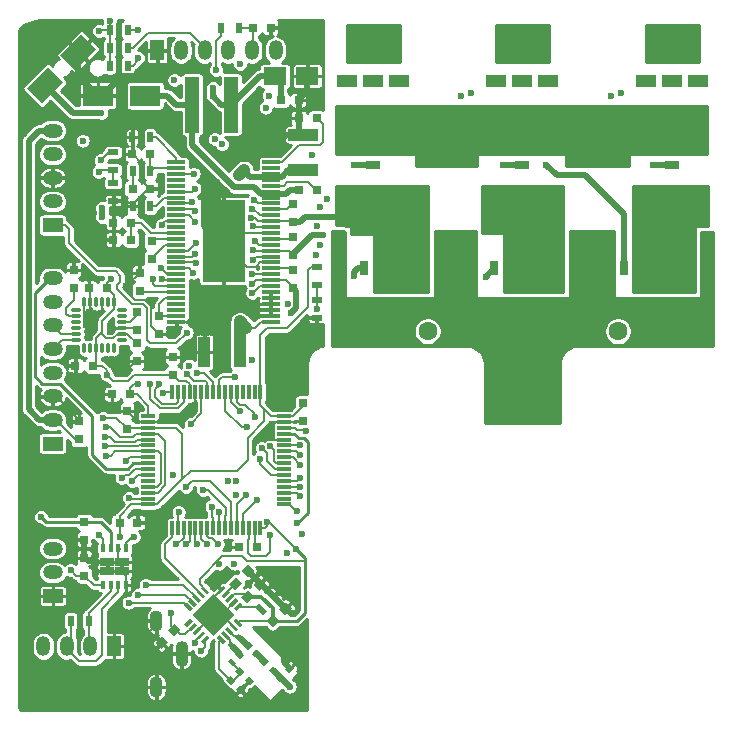
<source format=gtl>
G04 #@! TF.GenerationSoftware,KiCad,Pcbnew,(5.1.5-0)*
G04 #@! TF.CreationDate,2019-12-28T20:18:40+08:00*
G04 #@! TF.ProjectId,VESC_6,56455343-5f36-42e6-9b69-6361645f7063,A*
G04 #@! TF.SameCoordinates,Original*
G04 #@! TF.FileFunction,Copper,L1,Top*
G04 #@! TF.FilePolarity,Positive*
%FSLAX46Y46*%
G04 Gerber Fmt 4.6, Leading zero omitted, Abs format (unit mm)*
G04 Created by KiCad (PCBNEW (5.1.5-0)) date 2019-12-28 20:18:40*
%MOMM*%
%LPD*%
G04 APERTURE LIST*
%ADD10R,2.500000X1.800000*%
%ADD11O,1.100000X1.800000*%
%ADD12O,1.100000X2.200000*%
%ADD13O,0.300000X0.850000*%
%ADD14O,0.850000X0.300000*%
%ADD15R,0.800000X0.750000*%
%ADD16R,1.180000X4.700000*%
%ADD17R,3.599180X7.000240*%
%ADD18R,1.501140X0.299720*%
%ADD19R,1.193800X0.304800*%
%ADD20R,0.304800X1.193800*%
%ADD21C,0.100000*%
%ADD22R,1.200000X0.775000*%
%ADD23R,0.350000X0.650000*%
%ADD24R,1.950000X1.500000*%
%ADD25R,1.000000X2.500000*%
%ADD26R,2.500000X1.000000*%
%ADD27R,0.900000X0.500000*%
%ADD28R,0.500000X0.900000*%
%ADD29R,0.750000X0.800000*%
%ADD30C,1.600000*%
%ADD31R,1.699260X1.198880*%
%ADD32O,1.699260X1.198880*%
%ADD33R,0.700000X1.300000*%
%ADD34R,1.100000X0.850000*%
%ADD35R,1.100000X1.700000*%
%ADD36R,1.300000X0.700000*%
%ADD37R,0.850000X1.100000*%
%ADD38R,1.700000X1.100000*%
%ADD39R,1.198880X1.699260*%
%ADD40O,1.198880X1.699260*%
%ADD41R,6.000000X5.000000*%
%ADD42C,0.600000*%
%ADD43C,0.203200*%
%ADD44C,0.304800*%
%ADD45C,0.508000*%
%ADD46C,0.254000*%
%ADD47C,1.016000*%
G04 APERTURE END LIST*
D10*
X121825000Y-61849000D03*
X125825000Y-61849000D03*
D11*
X126750000Y-106300000D03*
X126750000Y-111900000D03*
D12*
X128900000Y-109100000D03*
D13*
X120670000Y-83230000D03*
X121170000Y-83230000D03*
X121670000Y-83230000D03*
X122170000Y-83230000D03*
X122670000Y-83230000D03*
X123170000Y-83230000D03*
D14*
X123870000Y-82530000D03*
X123870000Y-82030000D03*
X123870000Y-81530000D03*
X123870000Y-81030000D03*
X123870000Y-80530000D03*
X123870000Y-80030000D03*
D13*
X123170000Y-79330000D03*
X122670000Y-79330000D03*
X122170000Y-79330000D03*
X121670000Y-79330000D03*
X121170000Y-79330000D03*
X120670000Y-79330000D03*
D14*
X119970000Y-80030000D03*
X119970000Y-80530000D03*
X119970000Y-81030000D03*
X119970000Y-81530000D03*
X119970000Y-82030000D03*
X119970000Y-82530000D03*
D15*
X121400000Y-84709000D03*
X119900000Y-84709000D03*
D16*
X133100000Y-62600000D03*
X129790000Y-62600000D03*
D17*
X132461000Y-74168000D03*
D18*
X136461500Y-67472560D03*
X136461500Y-67970400D03*
X136461500Y-68470780D03*
X136461500Y-68971160D03*
X136461500Y-69471540D03*
X136461500Y-69971920D03*
X136461500Y-70472300D03*
X136461500Y-70970140D03*
X128460500Y-80970120D03*
X128460500Y-80472280D03*
X128460500Y-79971900D03*
X128460500Y-79471520D03*
X128460500Y-72471280D03*
X128460500Y-71970900D03*
X128460500Y-71470520D03*
X128460500Y-70970140D03*
X128460500Y-70472300D03*
X128460500Y-69971920D03*
X128460500Y-69471540D03*
X128460500Y-68971160D03*
X128460500Y-68470780D03*
X128460500Y-67970400D03*
X128460500Y-67472560D03*
X128460500Y-78971140D03*
X128460500Y-78470760D03*
X128460500Y-77970380D03*
X128460500Y-77472540D03*
X128460500Y-76972160D03*
X128460500Y-76471780D03*
X128460500Y-75971400D03*
X136461500Y-79471520D03*
X128460500Y-74970640D03*
X128460500Y-74470260D03*
X128460500Y-73972420D03*
X128460500Y-73472040D03*
X128460500Y-72971660D03*
X136461500Y-76972160D03*
X136461500Y-77472540D03*
X136461500Y-77970380D03*
X136461500Y-78470760D03*
X136461500Y-78971140D03*
X128460500Y-75471020D03*
X136461500Y-79971900D03*
X136461500Y-80472280D03*
X136461500Y-80970120D03*
X136461500Y-71470520D03*
X136461500Y-71970900D03*
X136461500Y-72471280D03*
X136461500Y-72971660D03*
X136461500Y-73472040D03*
X136461500Y-73972420D03*
X136461500Y-74470260D03*
X136461500Y-74970640D03*
X136461500Y-75471020D03*
X136461500Y-75971400D03*
X136461500Y-76471780D03*
D19*
X137575999Y-88960000D03*
X137575999Y-89459999D03*
X137575999Y-89960000D03*
X137575999Y-90459999D03*
X137575999Y-90960001D03*
X137575999Y-91460000D03*
X137575999Y-91959999D03*
X137575999Y-92460000D03*
X137575999Y-92960000D03*
X137575999Y-93460001D03*
X137575999Y-93960000D03*
X137575999Y-94459999D03*
X137575999Y-94960001D03*
X137575999Y-95460000D03*
X137575999Y-95960001D03*
X137575999Y-96460000D03*
D20*
X135576000Y-98459999D03*
X135076001Y-98459999D03*
X134576000Y-98459999D03*
X134076001Y-98459999D03*
X133575999Y-98459999D03*
X133076000Y-98459999D03*
X132576001Y-98459999D03*
X132076000Y-98459999D03*
X131576000Y-98459999D03*
X131075999Y-98459999D03*
X130576000Y-98459999D03*
X130076001Y-98459999D03*
X129575999Y-98459999D03*
X129076000Y-98459999D03*
X128575999Y-98459999D03*
X128076000Y-98459999D03*
D19*
X126076001Y-96460000D03*
X126076001Y-95960001D03*
X126076001Y-95460000D03*
X126076001Y-94960001D03*
X126076001Y-94459999D03*
X126076001Y-93960000D03*
X126076001Y-93460001D03*
X126076001Y-92960000D03*
X126076001Y-92460000D03*
X126076001Y-91959999D03*
X126076001Y-91460000D03*
X126076001Y-90960001D03*
X126076001Y-90459999D03*
X126076001Y-89960000D03*
X126076001Y-89459999D03*
X126076001Y-88960000D03*
D20*
X128076000Y-86960001D03*
X128575999Y-86960001D03*
X129076000Y-86960001D03*
X129575999Y-86960001D03*
X130076001Y-86960001D03*
X130576000Y-86960001D03*
X131075999Y-86960001D03*
X131576000Y-86960001D03*
X132076000Y-86960001D03*
X132576001Y-86960001D03*
X133076000Y-86960001D03*
X133575999Y-86960001D03*
X134076001Y-86960001D03*
X134576000Y-86960001D03*
X135076001Y-86960001D03*
X135576000Y-86960001D03*
G04 #@! TA.AperFunction,SMDPad,CuDef*
D21*
G36*
X119911727Y-59669066D02*
G01*
X118638934Y-58396273D01*
X120406701Y-56628506D01*
X121679494Y-57901299D01*
X119911727Y-59669066D01*
G37*
G04 #@! TD.AperFunction*
G04 #@! TA.AperFunction,SMDPad,CuDef*
G36*
X117083299Y-62497494D02*
G01*
X115810506Y-61224701D01*
X117578273Y-59456934D01*
X118851066Y-60729727D01*
X117083299Y-62497494D01*
G37*
G04 #@! TD.AperFunction*
G04 #@! TA.AperFunction,SMDPad,CuDef*
G36*
X130688117Y-104907117D02*
G01*
X131572000Y-104023234D01*
X132455883Y-104907117D01*
X131572000Y-105791000D01*
X130688117Y-104907117D01*
G37*
G04 #@! TD.AperFunction*
G04 #@! TA.AperFunction,SMDPad,CuDef*
G36*
X129804234Y-105791000D02*
G01*
X130688117Y-104907117D01*
X131572000Y-105791000D01*
X130688117Y-106674883D01*
X129804234Y-105791000D01*
G37*
G04 #@! TD.AperFunction*
G04 #@! TA.AperFunction,SMDPad,CuDef*
G36*
X131572000Y-105791000D02*
G01*
X132455883Y-104907117D01*
X133339766Y-105791000D01*
X132455883Y-106674883D01*
X131572000Y-105791000D01*
G37*
G04 #@! TD.AperFunction*
G04 #@! TA.AperFunction,SMDPad,CuDef*
G36*
X130688117Y-106674883D02*
G01*
X131572000Y-105791000D01*
X132455883Y-106674883D01*
X131572000Y-107558766D01*
X130688117Y-106674883D01*
G37*
G04 #@! TD.AperFunction*
G04 #@! TA.AperFunction,SMDPad,CuDef*
G36*
X132102330Y-104058588D02*
G01*
X131890198Y-103846456D01*
X132406386Y-103330268D01*
X132618518Y-103542400D01*
X132102330Y-104058588D01*
G37*
G04 #@! TD.AperFunction*
G04 #@! TA.AperFunction,SMDPad,CuDef*
G36*
X132455883Y-104412142D02*
G01*
X132243751Y-104200010D01*
X132759939Y-103683822D01*
X132972071Y-103895954D01*
X132455883Y-104412142D01*
G37*
G04 #@! TD.AperFunction*
G04 #@! TA.AperFunction,SMDPad,CuDef*
G36*
X132809437Y-104765695D02*
G01*
X132597305Y-104553563D01*
X133113493Y-104037375D01*
X133325625Y-104249507D01*
X132809437Y-104765695D01*
G37*
G04 #@! TD.AperFunction*
G04 #@! TA.AperFunction,SMDPad,CuDef*
G36*
X133162990Y-105119249D02*
G01*
X132950858Y-104907117D01*
X133467046Y-104390929D01*
X133679178Y-104603061D01*
X133162990Y-105119249D01*
G37*
G04 #@! TD.AperFunction*
G04 #@! TA.AperFunction,SMDPad,CuDef*
G36*
X133516544Y-105472802D02*
G01*
X133304412Y-105260670D01*
X133820600Y-104744482D01*
X134032732Y-104956614D01*
X133516544Y-105472802D01*
G37*
G04 #@! TD.AperFunction*
G04 #@! TA.AperFunction,SMDPad,CuDef*
G36*
X133304412Y-106321330D02*
G01*
X133516544Y-106109198D01*
X134032732Y-106625386D01*
X133820600Y-106837518D01*
X133304412Y-106321330D01*
G37*
G04 #@! TD.AperFunction*
G04 #@! TA.AperFunction,SMDPad,CuDef*
G36*
X132950858Y-106674883D02*
G01*
X133162990Y-106462751D01*
X133679178Y-106978939D01*
X133467046Y-107191071D01*
X132950858Y-106674883D01*
G37*
G04 #@! TD.AperFunction*
G04 #@! TA.AperFunction,SMDPad,CuDef*
G36*
X132597305Y-107028437D02*
G01*
X132809437Y-106816305D01*
X133325625Y-107332493D01*
X133113493Y-107544625D01*
X132597305Y-107028437D01*
G37*
G04 #@! TD.AperFunction*
G04 #@! TA.AperFunction,SMDPad,CuDef*
G36*
X132243751Y-107381990D02*
G01*
X132455883Y-107169858D01*
X132972071Y-107686046D01*
X132759939Y-107898178D01*
X132243751Y-107381990D01*
G37*
G04 #@! TD.AperFunction*
G04 #@! TA.AperFunction,SMDPad,CuDef*
G36*
X131890198Y-107735544D02*
G01*
X132102330Y-107523412D01*
X132618518Y-108039600D01*
X132406386Y-108251732D01*
X131890198Y-107735544D01*
G37*
G04 #@! TD.AperFunction*
G04 #@! TA.AperFunction,SMDPad,CuDef*
G36*
X130737614Y-108251732D02*
G01*
X130525482Y-108039600D01*
X131041670Y-107523412D01*
X131253802Y-107735544D01*
X130737614Y-108251732D01*
G37*
G04 #@! TD.AperFunction*
G04 #@! TA.AperFunction,SMDPad,CuDef*
G36*
X130384061Y-107898178D02*
G01*
X130171929Y-107686046D01*
X130688117Y-107169858D01*
X130900249Y-107381990D01*
X130384061Y-107898178D01*
G37*
G04 #@! TD.AperFunction*
G04 #@! TA.AperFunction,SMDPad,CuDef*
G36*
X130030507Y-107544625D02*
G01*
X129818375Y-107332493D01*
X130334563Y-106816305D01*
X130546695Y-107028437D01*
X130030507Y-107544625D01*
G37*
G04 #@! TD.AperFunction*
G04 #@! TA.AperFunction,SMDPad,CuDef*
G36*
X129676954Y-107191071D02*
G01*
X129464822Y-106978939D01*
X129981010Y-106462751D01*
X130193142Y-106674883D01*
X129676954Y-107191071D01*
G37*
G04 #@! TD.AperFunction*
G04 #@! TA.AperFunction,SMDPad,CuDef*
G36*
X129323400Y-106837518D02*
G01*
X129111268Y-106625386D01*
X129627456Y-106109198D01*
X129839588Y-106321330D01*
X129323400Y-106837518D01*
G37*
G04 #@! TD.AperFunction*
G04 #@! TA.AperFunction,SMDPad,CuDef*
G36*
X129111268Y-104956614D02*
G01*
X129323400Y-104744482D01*
X129839588Y-105260670D01*
X129627456Y-105472802D01*
X129111268Y-104956614D01*
G37*
G04 #@! TD.AperFunction*
G04 #@! TA.AperFunction,SMDPad,CuDef*
G36*
X129464822Y-104603061D02*
G01*
X129676954Y-104390929D01*
X130193142Y-104907117D01*
X129981010Y-105119249D01*
X129464822Y-104603061D01*
G37*
G04 #@! TD.AperFunction*
G04 #@! TA.AperFunction,SMDPad,CuDef*
G36*
X129818375Y-104249507D02*
G01*
X130030507Y-104037375D01*
X130546695Y-104553563D01*
X130334563Y-104765695D01*
X129818375Y-104249507D01*
G37*
G04 #@! TD.AperFunction*
G04 #@! TA.AperFunction,SMDPad,CuDef*
G36*
X130171929Y-103895954D02*
G01*
X130384061Y-103683822D01*
X130900249Y-104200010D01*
X130688117Y-104412142D01*
X130171929Y-103895954D01*
G37*
G04 #@! TD.AperFunction*
G04 #@! TA.AperFunction,SMDPad,CuDef*
G36*
X130525482Y-103542400D02*
G01*
X130737614Y-103330268D01*
X131253802Y-103846456D01*
X131041670Y-104058588D01*
X130525482Y-103542400D01*
G37*
G04 #@! TD.AperFunction*
D22*
X123825000Y-101333000D03*
X122625000Y-101333000D03*
X123825000Y-102108000D03*
X122625000Y-102108000D03*
D23*
X124200000Y-103270500D03*
X123550000Y-103270500D03*
X122900000Y-103270500D03*
X122250000Y-103270500D03*
X122250000Y-100170500D03*
X122900000Y-100170500D03*
X123550000Y-100170500D03*
X124200000Y-100170500D03*
D24*
X139551000Y-60198000D03*
X136801000Y-60198000D03*
D25*
X130834000Y-83566000D03*
X133834000Y-83566000D03*
D26*
X139192000Y-65175000D03*
X139192000Y-68175000D03*
G04 #@! TA.AperFunction,SMDPad,CuDef*
D21*
G36*
X134909355Y-108323091D02*
G01*
X134485091Y-108747355D01*
X134202249Y-108464513D01*
X134626513Y-108040249D01*
X134909355Y-108323091D01*
G37*
G04 #@! TD.AperFunction*
G04 #@! TA.AperFunction,SMDPad,CuDef*
G36*
X135545751Y-108959487D02*
G01*
X135121487Y-109383751D01*
X134838645Y-109100909D01*
X135262909Y-108676645D01*
X135545751Y-108959487D01*
G37*
G04 #@! TD.AperFunction*
G04 #@! TA.AperFunction,SMDPad,CuDef*
G36*
X133865909Y-109509355D02*
G01*
X133441645Y-109085091D01*
X133724487Y-108802249D01*
X134148751Y-109226513D01*
X133865909Y-109509355D01*
G37*
G04 #@! TD.AperFunction*
G04 #@! TA.AperFunction,SMDPad,CuDef*
G36*
X133229513Y-110145751D02*
G01*
X132805249Y-109721487D01*
X133088091Y-109438645D01*
X133512355Y-109862909D01*
X133229513Y-110145751D01*
G37*
G04 #@! TD.AperFunction*
G04 #@! TA.AperFunction,SMDPad,CuDef*
G36*
X133088091Y-108041645D02*
G01*
X133512355Y-108465909D01*
X133229513Y-108748751D01*
X132805249Y-108324487D01*
X133088091Y-108041645D01*
G37*
G04 #@! TD.AperFunction*
G04 #@! TA.AperFunction,SMDPad,CuDef*
G36*
X133724487Y-107405249D02*
G01*
X134148751Y-107829513D01*
X133865909Y-108112355D01*
X133441645Y-107688091D01*
X133724487Y-107405249D01*
G37*
G04 #@! TD.AperFunction*
G04 #@! TA.AperFunction,SMDPad,CuDef*
G36*
X133477000Y-112113554D02*
G01*
X133830554Y-111760000D01*
X134254818Y-112184264D01*
X133901264Y-112537818D01*
X133477000Y-112113554D01*
G37*
G04 #@! TD.AperFunction*
G04 #@! TA.AperFunction,SMDPad,CuDef*
G36*
X132699182Y-111335736D02*
G01*
X133052736Y-110982182D01*
X133477000Y-111406446D01*
X133123446Y-111760000D01*
X132699182Y-111335736D01*
G37*
G04 #@! TD.AperFunction*
G04 #@! TA.AperFunction,SMDPad,CuDef*
G36*
X134239000Y-111351554D02*
G01*
X134592554Y-110998000D01*
X135016818Y-111422264D01*
X134663264Y-111775818D01*
X134239000Y-111351554D01*
G37*
G04 #@! TD.AperFunction*
G04 #@! TA.AperFunction,SMDPad,CuDef*
G36*
X133461182Y-110573736D02*
G01*
X133814736Y-110220182D01*
X134239000Y-110644446D01*
X133885446Y-110998000D01*
X133461182Y-110573736D01*
G37*
G04 #@! TD.AperFunction*
G04 #@! TA.AperFunction,SMDPad,CuDef*
G36*
X136271000Y-109755446D02*
G01*
X135917446Y-110109000D01*
X135493182Y-109684736D01*
X135846736Y-109331182D01*
X136271000Y-109755446D01*
G37*
G04 #@! TD.AperFunction*
G04 #@! TA.AperFunction,SMDPad,CuDef*
G36*
X137048818Y-110533264D02*
G01*
X136695264Y-110886818D01*
X136271000Y-110462554D01*
X136624554Y-110109000D01*
X137048818Y-110533264D01*
G37*
G04 #@! TD.AperFunction*
G04 #@! TA.AperFunction,SMDPad,CuDef*
G36*
X138021554Y-110744000D02*
G01*
X137668000Y-110390446D01*
X138092264Y-109966182D01*
X138445818Y-110319736D01*
X138021554Y-110744000D01*
G37*
G04 #@! TD.AperFunction*
G04 #@! TA.AperFunction,SMDPad,CuDef*
G36*
X137243736Y-111521818D02*
G01*
X136890182Y-111168264D01*
X137314446Y-110744000D01*
X137668000Y-111097554D01*
X137243736Y-111521818D01*
G37*
G04 #@! TD.AperFunction*
G04 #@! TA.AperFunction,SMDPad,CuDef*
G36*
X135472249Y-104810355D02*
G01*
X136108645Y-105446751D01*
X135755091Y-105800305D01*
X135118695Y-105163909D01*
X135472249Y-104810355D01*
G37*
G04 #@! TD.AperFunction*
G04 #@! TA.AperFunction,SMDPad,CuDef*
G36*
X136532909Y-103749695D02*
G01*
X137169305Y-104386091D01*
X136815751Y-104739645D01*
X136179355Y-104103249D01*
X136532909Y-103749695D01*
G37*
G04 #@! TD.AperFunction*
D27*
X123113800Y-69227000D03*
X123113800Y-70727000D03*
X123113800Y-66636200D03*
X123113800Y-68136200D03*
D28*
X126251400Y-68249800D03*
X124751400Y-68249800D03*
X126251400Y-71196200D03*
X124751400Y-71196200D03*
X126226000Y-65354200D03*
X124726000Y-65354200D03*
X121019000Y-106315000D03*
X119519000Y-106315000D03*
X132219000Y-56134000D03*
X133719000Y-56134000D03*
X122821000Y-56261000D03*
X124321000Y-56261000D03*
X122821000Y-57785000D03*
X124321000Y-57785000D03*
X122821000Y-59309000D03*
X124321000Y-59309000D03*
D27*
X140335000Y-77839000D03*
X140335000Y-76339000D03*
X140335000Y-80633000D03*
X140335000Y-79133000D03*
G04 #@! TA.AperFunction,SMDPad,CuDef*
D21*
G36*
X127249348Y-107600169D02*
G01*
X127779678Y-108130499D01*
X127213992Y-108696185D01*
X126683662Y-108165855D01*
X127249348Y-107600169D01*
G37*
G04 #@! TD.AperFunction*
G04 #@! TA.AperFunction,SMDPad,CuDef*
G36*
X128310008Y-106539509D02*
G01*
X128840338Y-107069839D01*
X128274652Y-107635525D01*
X127744322Y-107105195D01*
X128310008Y-106539509D01*
G37*
G04 #@! TD.AperFunction*
D29*
X120205500Y-89420000D03*
X120205500Y-90920000D03*
G04 #@! TA.AperFunction,SMDPad,CuDef*
D21*
G36*
X137672652Y-105808678D02*
G01*
X137142322Y-105278348D01*
X137708008Y-104712662D01*
X138238338Y-105242992D01*
X137672652Y-105808678D01*
G37*
G04 #@! TD.AperFunction*
G04 #@! TA.AperFunction,SMDPad,CuDef*
G36*
X136611992Y-106869338D02*
G01*
X136081662Y-106339008D01*
X136647348Y-105773322D01*
X137177678Y-106303652D01*
X136611992Y-106869338D01*
G37*
G04 #@! TD.AperFunction*
G04 #@! TA.AperFunction,SMDPad,CuDef*
G36*
X133472348Y-102598322D02*
G01*
X134002678Y-103128652D01*
X133436992Y-103694338D01*
X132906662Y-103164008D01*
X133472348Y-102598322D01*
G37*
G04 #@! TD.AperFunction*
G04 #@! TA.AperFunction,SMDPad,CuDef*
G36*
X134533008Y-101537662D02*
G01*
X135063338Y-102067992D01*
X134497652Y-102633678D01*
X133967322Y-102103348D01*
X134533008Y-101537662D01*
G37*
G04 #@! TD.AperFunction*
D15*
X135243000Y-100076000D03*
X133743000Y-100076000D03*
D29*
X124269500Y-88531000D03*
X124269500Y-90031000D03*
X128143000Y-83959000D03*
X128143000Y-85459000D03*
D15*
X125146500Y-98000000D03*
X123646500Y-98000000D03*
D29*
X139192000Y-89408000D03*
X139192000Y-87908000D03*
D15*
X123125800Y-72593200D03*
X124625800Y-72593200D03*
X123125800Y-74041000D03*
X124625800Y-74041000D03*
X124751400Y-69723000D03*
X126251400Y-69723000D03*
D29*
X125349000Y-76847000D03*
X125349000Y-78347000D03*
D15*
X126226000Y-66802000D03*
X124726000Y-66802000D03*
D29*
X126365000Y-75680000D03*
X126365000Y-74180000D03*
X127000000Y-82030000D03*
X127000000Y-80530000D03*
D15*
X138823000Y-63754000D03*
X140323000Y-63754000D03*
D29*
X138303000Y-72505000D03*
X138303000Y-71005000D03*
X138303000Y-75299000D03*
X138303000Y-73799000D03*
X138303000Y-78093000D03*
X138303000Y-76593000D03*
D15*
X138823000Y-69850000D03*
X140323000Y-69850000D03*
X138799000Y-62230000D03*
X137299000Y-62230000D03*
D29*
X120650000Y-99429000D03*
X120650000Y-97929000D03*
X120650000Y-100977000D03*
X120650000Y-102477000D03*
D15*
X123011500Y-87122000D03*
X124511500Y-87122000D03*
G04 #@! TA.AperFunction,SMDPad,CuDef*
D21*
G36*
X135513652Y-103776678D02*
G01*
X134983322Y-103246348D01*
X135549008Y-102680662D01*
X136079338Y-103210992D01*
X135513652Y-103776678D01*
G37*
G04 #@! TD.AperFunction*
G04 #@! TA.AperFunction,SMDPad,CuDef*
G36*
X134452992Y-104837338D02*
G01*
X133922662Y-104307008D01*
X134488348Y-103741322D01*
X135018678Y-104271652D01*
X134452992Y-104837338D01*
G37*
G04 #@! TD.AperFunction*
D15*
X136436800Y-56083200D03*
X134936800Y-56083200D03*
D29*
X119761000Y-78093000D03*
X119761000Y-76593000D03*
X125095000Y-84316000D03*
X125095000Y-82816000D03*
D30*
X149726000Y-81788000D03*
X144726000Y-81788000D03*
X165842000Y-81788000D03*
X170842000Y-81788000D03*
D31*
X118000000Y-104203040D03*
D32*
X118000000Y-100200000D03*
X118000000Y-102201520D03*
D33*
X166334000Y-76454000D03*
D34*
X167734000Y-75879000D03*
X167734000Y-77029000D03*
X170534000Y-77029000D03*
X170534000Y-75879000D03*
X167734000Y-74729000D03*
X170534000Y-74729000D03*
X167734000Y-78179000D03*
X170534000Y-78179000D03*
D35*
X164084000Y-76454000D03*
X164084000Y-74254000D03*
X164084000Y-78654000D03*
X173384000Y-76454000D03*
X173384000Y-78654000D03*
X173384000Y-74254000D03*
D36*
X170393000Y-67694000D03*
D37*
X169818000Y-66294000D03*
X170968000Y-66294000D03*
X170968000Y-63494000D03*
X169818000Y-63494000D03*
X168668000Y-66294000D03*
X168668000Y-63494000D03*
X172118000Y-66294000D03*
X172118000Y-63494000D03*
D38*
X170393000Y-69944000D03*
X168193000Y-69944000D03*
X172593000Y-69944000D03*
X170393000Y-60644000D03*
X172593000Y-60644000D03*
X168193000Y-60644000D03*
D33*
X144334000Y-76454000D03*
D34*
X145734000Y-75879000D03*
X145734000Y-77029000D03*
X148534000Y-77029000D03*
X148534000Y-75879000D03*
X145734000Y-74729000D03*
X148534000Y-74729000D03*
X145734000Y-78179000D03*
X148534000Y-78179000D03*
D35*
X142084000Y-76454000D03*
X142084000Y-74254000D03*
X142084000Y-78654000D03*
X151384000Y-76454000D03*
X151384000Y-78654000D03*
X151384000Y-74254000D03*
D39*
X123184920Y-108458000D03*
D40*
X119181880Y-108458000D03*
X121183400Y-108458000D03*
X117182900Y-108458000D03*
D39*
X126846200Y-58000000D03*
D40*
X130849240Y-58000000D03*
X128847720Y-58000000D03*
X132848220Y-58000000D03*
X134849740Y-58000000D03*
X136851260Y-58000000D03*
D32*
X117983000Y-79298740D03*
X117983000Y-81297720D03*
X117983000Y-83299240D03*
D31*
X117983000Y-91305320D03*
D32*
X117983000Y-87302280D03*
X117983000Y-89303800D03*
X117983000Y-85303300D03*
X117983000Y-77299760D03*
D31*
X117983000Y-72803040D03*
D32*
X117983000Y-68800000D03*
X117983000Y-70801520D03*
X117983000Y-66801020D03*
X117983000Y-64799500D03*
D36*
X145087000Y-67678000D03*
D37*
X144512000Y-66278000D03*
X145662000Y-66278000D03*
X145662000Y-63478000D03*
X144512000Y-63478000D03*
X143362000Y-66278000D03*
X143362000Y-63478000D03*
X146812000Y-66278000D03*
X146812000Y-63478000D03*
D38*
X145087000Y-69928000D03*
X142887000Y-69928000D03*
X147287000Y-69928000D03*
X145087000Y-60628000D03*
X147287000Y-60628000D03*
X142887000Y-60628000D03*
D33*
X155321000Y-76454000D03*
D34*
X156721000Y-75879000D03*
X156721000Y-77029000D03*
X159521000Y-77029000D03*
X159521000Y-75879000D03*
X156721000Y-74729000D03*
X159521000Y-74729000D03*
X156721000Y-78179000D03*
X159521000Y-78179000D03*
D35*
X153071000Y-76454000D03*
X153071000Y-74254000D03*
X153071000Y-78654000D03*
X162371000Y-76454000D03*
X162371000Y-78654000D03*
X162371000Y-74254000D03*
D36*
X157734000Y-67678000D03*
D37*
X157159000Y-66278000D03*
X158309000Y-66278000D03*
X158309000Y-63478000D03*
X157159000Y-63478000D03*
X156009000Y-66278000D03*
X156009000Y-63478000D03*
X159459000Y-66278000D03*
X159459000Y-63478000D03*
D38*
X157734000Y-69928000D03*
X155534000Y-69928000D03*
X159934000Y-69928000D03*
X157734000Y-60628000D03*
X159934000Y-60628000D03*
X155534000Y-60628000D03*
D41*
X157734000Y-86800000D03*
D29*
X125095000Y-81649000D03*
X125095000Y-80149000D03*
D15*
X121043000Y-78105000D03*
X122543000Y-78105000D03*
D42*
X138962702Y-92304292D03*
X132842000Y-99822000D03*
X124206000Y-77978000D03*
X122809000Y-75565008D03*
X127254000Y-83947000D03*
X129285998Y-96418400D03*
X127508000Y-89027000D03*
X126746000Y-60198000D03*
X126111000Y-60198000D03*
X125476000Y-60197994D03*
X136144000Y-113538000D03*
X135636000Y-113030000D03*
X135153400Y-112572800D03*
X131318000Y-111252000D03*
X130759803Y-105862686D03*
X131064000Y-69977000D03*
X137541000Y-108966000D03*
X138607800Y-109016800D03*
X135365271Y-90879140D03*
X138067817Y-104043011D03*
X138430000Y-86741000D03*
X132455883Y-105791000D03*
X131572000Y-106674883D03*
X131572000Y-104907117D03*
X132969000Y-113157000D03*
X139065000Y-109474000D03*
X134874000Y-66800000D03*
X127232128Y-69342000D03*
X131699000Y-69977000D03*
X131699000Y-69342000D03*
X131064000Y-69342000D03*
X134239000Y-66800000D03*
X133604000Y-66802000D03*
X166471600Y-67640200D03*
X165887400Y-67640200D03*
X165303200Y-67640200D03*
X164719000Y-67640200D03*
X164134800Y-67640200D03*
X163550600Y-67640200D03*
X162966400Y-67640200D03*
X162382200Y-67640200D03*
X161798000Y-67640200D03*
X166471600Y-67056000D03*
X165887400Y-67056000D03*
X165303200Y-67056000D03*
X164719000Y-67056000D03*
X164134800Y-67056000D03*
X163550600Y-67056000D03*
X162966400Y-67056000D03*
X162382200Y-67056000D03*
X161798000Y-67056000D03*
X166471600Y-66471800D03*
X165887400Y-66471800D03*
X165303200Y-66471800D03*
X164719000Y-66471800D03*
X164134800Y-66471800D03*
X163550600Y-66471800D03*
X162966400Y-66471800D03*
X162382200Y-66471800D03*
X161798000Y-66471800D03*
X166471600Y-65887600D03*
X165887400Y-65887600D03*
X165303200Y-65887600D03*
X164719000Y-65887600D03*
X164134800Y-65887600D03*
X163550600Y-65887600D03*
X162966400Y-65887600D03*
X162382200Y-65887600D03*
X161798000Y-65887600D03*
X166471600Y-65303400D03*
X165887400Y-65303400D03*
X165303200Y-65303400D03*
X164719000Y-65303400D03*
X164134800Y-65303400D03*
X163550600Y-65303400D03*
X162966400Y-65303400D03*
X162382200Y-65303400D03*
X161798000Y-65303400D03*
X166471600Y-64719200D03*
X165887400Y-64719200D03*
X165303200Y-64719200D03*
X164719000Y-64719200D03*
X164134800Y-64719200D03*
X163550600Y-64719200D03*
X162966400Y-64719200D03*
X162382200Y-64719200D03*
X161798000Y-64719200D03*
X166471600Y-64135000D03*
X165887400Y-64135000D03*
X165303200Y-64135000D03*
X164719000Y-64135000D03*
X164134800Y-64135000D03*
X163550600Y-64135000D03*
X162966400Y-64135000D03*
X162382200Y-64135000D03*
X153644600Y-67640200D03*
X153060400Y-67640200D03*
X152476200Y-67640200D03*
X151892000Y-67640200D03*
X151307800Y-67640200D03*
X150723600Y-67640200D03*
X150139400Y-67640200D03*
X149555200Y-67640200D03*
X148971000Y-67640200D03*
X153644600Y-67056000D03*
X153060400Y-67056000D03*
X152476200Y-67056000D03*
X151892000Y-67056000D03*
X151307800Y-67056000D03*
X150723600Y-67056000D03*
X150139400Y-67056000D03*
X149555200Y-67056000D03*
X148971000Y-67056000D03*
X153644600Y-66471800D03*
X153060400Y-66471800D03*
X152476200Y-66471800D03*
X151892000Y-66471800D03*
X151307800Y-66471800D03*
X150723600Y-66471800D03*
X150139400Y-66471800D03*
X149555200Y-66471800D03*
X148971000Y-66471800D03*
X153644600Y-65887600D03*
X153060400Y-65887600D03*
X152476200Y-65887600D03*
X151892000Y-65887600D03*
X151307800Y-65887600D03*
X150723600Y-65887600D03*
X150139400Y-65887600D03*
X149555200Y-65887600D03*
X148971000Y-65887600D03*
X153644600Y-65303400D03*
X153060400Y-65303400D03*
X152476200Y-65303400D03*
X151892000Y-65303400D03*
X151307800Y-65303400D03*
X150723600Y-65303400D03*
X150139400Y-65303400D03*
X149555200Y-65303400D03*
X148971000Y-65303400D03*
X153644600Y-64719200D03*
X153060400Y-64719200D03*
X152476200Y-64719200D03*
X151892000Y-64719200D03*
X151307800Y-64719200D03*
X150723600Y-64719200D03*
X150139400Y-64719200D03*
X149555200Y-64719200D03*
X148971000Y-64719200D03*
X153644600Y-64135000D03*
X153060400Y-64135000D03*
X152476200Y-64135000D03*
X151892000Y-64135000D03*
X151307800Y-64135000D03*
X150723600Y-64135000D03*
X150139400Y-64135000D03*
X149555200Y-64135000D03*
X161798000Y-64135000D03*
X148971000Y-64135000D03*
X130175000Y-110363000D03*
X137795000Y-113284000D03*
X135635992Y-107061000D03*
X131560403Y-103483196D03*
X139472588Y-109982000D03*
X136574791Y-102438201D03*
X134620000Y-79756000D03*
X135128000Y-80264000D03*
X134112000Y-79248000D03*
X138430000Y-105664000D03*
X124841000Y-97155000D03*
X129595590Y-88392000D03*
X127825500Y-82042000D03*
X119564577Y-85539885D03*
X120804392Y-81253533D03*
X120707500Y-77285500D03*
X124015504Y-85344000D03*
X122865203Y-81838342D03*
X136906000Y-64516000D03*
X135073207Y-89012203D03*
X124460008Y-95891686D03*
X123698002Y-99233010D03*
X138557000Y-100203000D03*
X132080000Y-101473000D03*
X135043559Y-70650810D03*
X122228895Y-89123113D03*
X136144000Y-97917000D03*
X128016000Y-105663998D03*
X119500000Y-102000000D03*
X122936000Y-77343000D03*
X122555000Y-85471000D03*
X131826000Y-59690000D03*
X129332010Y-81915000D03*
X133477000Y-95631000D03*
X134423040Y-89928550D03*
X133832658Y-88565010D03*
X122047000Y-67310000D03*
X122174000Y-72136000D03*
X122174000Y-71374000D03*
X117000000Y-97500000D03*
X131572000Y-61214000D03*
X131554155Y-61889155D03*
X122110498Y-63309500D03*
X134801900Y-72182240D03*
X143000000Y-71500000D03*
X143624840Y-71500000D03*
X144249680Y-71500000D03*
X146124200Y-71500000D03*
X146749040Y-71500000D03*
X147373880Y-71500000D03*
X147998720Y-71500000D03*
X143000000Y-72124840D03*
X143624840Y-72124840D03*
X144249680Y-72124840D03*
X144874520Y-72124840D03*
X145499360Y-72124840D03*
X146124200Y-72124840D03*
X146749040Y-72124840D03*
X147373880Y-72124840D03*
X147998720Y-72124840D03*
X143624840Y-72749680D03*
X144249680Y-72749680D03*
X144874520Y-72749680D03*
X145499360Y-72749680D03*
X146124200Y-72749680D03*
X146749040Y-72749680D03*
X147373880Y-72749680D03*
X147998720Y-72749680D03*
X143624840Y-73374520D03*
X144249680Y-73374520D03*
X144874520Y-73374520D03*
X145499360Y-73374520D03*
X146124200Y-73374520D03*
X146749040Y-73374520D03*
X147373880Y-73374520D03*
X147998720Y-73374520D03*
X143002000Y-72771000D03*
X155575000Y-71501000D03*
X140843000Y-73660000D03*
X134981000Y-74919000D03*
X156197300Y-71501000D03*
X156819600Y-71501000D03*
X158686500Y-71501000D03*
X159308800Y-71501000D03*
X159931100Y-71501000D03*
X160553400Y-71501000D03*
X155575000Y-72123300D03*
X156197300Y-72123300D03*
X156819600Y-72123300D03*
X157441900Y-72123300D03*
X158064200Y-72123300D03*
X158686500Y-72123300D03*
X159308800Y-72123300D03*
X159931100Y-72123300D03*
X160553400Y-72123300D03*
X155575000Y-72745600D03*
X156197300Y-72745600D03*
X156819600Y-72745600D03*
X157441900Y-72745600D03*
X158064200Y-72745600D03*
X158686500Y-72745600D03*
X159308800Y-72745600D03*
X159931100Y-72745600D03*
X160553400Y-72745600D03*
X155575000Y-73367900D03*
X156197300Y-73367900D03*
X156819600Y-73367900D03*
X157441900Y-73367900D03*
X158064200Y-73367900D03*
X158686500Y-73367900D03*
X159308800Y-73367900D03*
X159931100Y-73367900D03*
X160553400Y-73367900D03*
X168275000Y-71501000D03*
X134866829Y-77759634D03*
X168897300Y-71501000D03*
X169519600Y-71501000D03*
X171386500Y-71501000D03*
X172008800Y-71501000D03*
X172631100Y-71501000D03*
X173253400Y-71501000D03*
X168275000Y-72123300D03*
X168897300Y-72123300D03*
X169519600Y-72123300D03*
X170141900Y-72123300D03*
X170764200Y-72123300D03*
X171386500Y-72123300D03*
X172008800Y-72123300D03*
X172631100Y-72123300D03*
X173253400Y-72123300D03*
X168275000Y-72745600D03*
X168897300Y-72745600D03*
X169519600Y-72745600D03*
X170141900Y-72745600D03*
X170764200Y-72745600D03*
X171386500Y-72745600D03*
X172008800Y-72745600D03*
X172631100Y-72745600D03*
X173253400Y-72745600D03*
X168275000Y-73367900D03*
X168897300Y-73367900D03*
X169519600Y-73367900D03*
X170141900Y-73367900D03*
X170764200Y-73367900D03*
X171386500Y-73367900D03*
X172008800Y-73367900D03*
X138176000Y-80264016D03*
X167513000Y-79375000D03*
X133731000Y-68580000D03*
X134391400Y-81508600D03*
X133834000Y-80957296D03*
X134162800Y-68148200D03*
X143383000Y-79375000D03*
X144018000Y-79375000D03*
X144653000Y-79375000D03*
X145288000Y-79375000D03*
X145923000Y-79375000D03*
X146558000Y-79375000D03*
X147193000Y-79375000D03*
X147828000Y-79375000D03*
X142113000Y-80010000D03*
X142748000Y-80010000D03*
X143383000Y-80010000D03*
X144018000Y-80010000D03*
X144653000Y-80010000D03*
X145288000Y-80010000D03*
X145923000Y-80010000D03*
X146558000Y-80010000D03*
X147193000Y-80010000D03*
X147828000Y-80010000D03*
X155448000Y-79375000D03*
X156083000Y-79375000D03*
X156718000Y-79375000D03*
X157353000Y-79375000D03*
X157988000Y-79375000D03*
X158623000Y-79375000D03*
X159258000Y-79375000D03*
X159893000Y-79375000D03*
X160528000Y-79375000D03*
X154813000Y-80010000D03*
X155448000Y-80010000D03*
X156083000Y-80010000D03*
X156718000Y-80010000D03*
X157353000Y-80010000D03*
X157988000Y-80010000D03*
X158623000Y-80010000D03*
X159258000Y-80010000D03*
X159893000Y-80010000D03*
X160528000Y-80010000D03*
X168148000Y-79375000D03*
X168783000Y-79375000D03*
X169418000Y-79375000D03*
X170053000Y-79375000D03*
X170688000Y-79375000D03*
X171323000Y-79375000D03*
X171958000Y-79375000D03*
X167513000Y-80010000D03*
X168148000Y-80010000D03*
X168783000Y-80010000D03*
X169418000Y-80010000D03*
X170053000Y-80010000D03*
X170688000Y-80010000D03*
X171323000Y-80010000D03*
X171958000Y-80010000D03*
X172593000Y-80010000D03*
X173228000Y-80010000D03*
X154813000Y-79375000D03*
X133413500Y-85661500D03*
X130175000Y-85343992D03*
X125222020Y-86233000D03*
X129541903Y-84702447D03*
X134874000Y-84201000D03*
X140334994Y-79883000D03*
X129332010Y-85424990D03*
X130556000Y-108839000D03*
X130047129Y-108198771D03*
X138049000Y-111887000D03*
X124154259Y-92800500D03*
X131058287Y-99840668D03*
X131953000Y-99822000D03*
X125222000Y-58674000D03*
X130175000Y-99822000D03*
X125222000Y-56261000D03*
X120523000Y-65659000D03*
X121920000Y-56388002D03*
X122809000Y-55527400D03*
X122430288Y-91512540D03*
X122463692Y-89894282D03*
X122415622Y-90734866D03*
X136398006Y-99060000D03*
X138674492Y-97052553D03*
X134366010Y-95631000D03*
X135254999Y-96073726D03*
X121873990Y-68326000D03*
X129921000Y-68453000D03*
X129681000Y-89646000D03*
X126225423Y-86284710D03*
X127001590Y-86234157D03*
X127309579Y-86995000D03*
X147039000Y-58647000D03*
X146404000Y-58647000D03*
X145769000Y-58647000D03*
X145134000Y-58647000D03*
X144499000Y-58647000D03*
X143864000Y-58647000D03*
X143229000Y-58647000D03*
X147039000Y-58012000D03*
X146404000Y-58012000D03*
X145769000Y-58012000D03*
X145134000Y-58012000D03*
X144499000Y-58012000D03*
X143864000Y-58012000D03*
X143229000Y-58012000D03*
X147039000Y-57377000D03*
X146404000Y-57377000D03*
X145769000Y-57377000D03*
X145134000Y-57377000D03*
X144499000Y-57377000D03*
X143864000Y-57377000D03*
X143229000Y-57377000D03*
X147039000Y-56742000D03*
X146404000Y-56742000D03*
X145769000Y-56742000D03*
X145134000Y-56742000D03*
X144499000Y-56742000D03*
X143864000Y-56742000D03*
X143229000Y-56742000D03*
X147039000Y-56107000D03*
X146404000Y-56107000D03*
X145769000Y-56107000D03*
X145134000Y-56107000D03*
X144499000Y-56107000D03*
X143864000Y-56107000D03*
X143229000Y-56107000D03*
X134859694Y-71406578D03*
X134983565Y-72918030D03*
X159639000Y-58647000D03*
X159004000Y-58647000D03*
X158369000Y-58647000D03*
X157734000Y-58647000D03*
X157099000Y-58647000D03*
X156464000Y-58647000D03*
X155829000Y-58647000D03*
X159639000Y-58012000D03*
X159004000Y-58012000D03*
X158369000Y-58012000D03*
X157734000Y-58012000D03*
X157099000Y-58012000D03*
X156464000Y-58012000D03*
X155829000Y-58012000D03*
X159639000Y-57377000D03*
X159004000Y-57377000D03*
X158369000Y-57377000D03*
X157734000Y-57377000D03*
X157099000Y-57377000D03*
X156464000Y-57377000D03*
X155829000Y-57377000D03*
X159639000Y-56742000D03*
X159004000Y-56742000D03*
X158369000Y-56742000D03*
X157734000Y-56742000D03*
X157099000Y-56742000D03*
X156464000Y-56742000D03*
X155829000Y-56742000D03*
X159639000Y-56107000D03*
X159004000Y-56107000D03*
X158369000Y-56107000D03*
X157734000Y-56107000D03*
X157099000Y-56107000D03*
X156464000Y-56107000D03*
X155829000Y-56107000D03*
X135081000Y-74119000D03*
X134981000Y-75719000D03*
X172339000Y-58647000D03*
X171704000Y-58647000D03*
X171069000Y-58647000D03*
X170434000Y-58647000D03*
X169799000Y-58647000D03*
X169164000Y-58647000D03*
X168529000Y-58647000D03*
X172339000Y-58012000D03*
X171704000Y-58012000D03*
X171069000Y-58012000D03*
X170434000Y-58012000D03*
X169799000Y-58012000D03*
X169164000Y-58012000D03*
X168529000Y-58012000D03*
X172339000Y-57377000D03*
X171704000Y-57377000D03*
X171069000Y-57377000D03*
X170434000Y-57377000D03*
X169799000Y-57377000D03*
X169164000Y-57377000D03*
X168529000Y-57377000D03*
X172339000Y-56742000D03*
X171704000Y-56742000D03*
X171069000Y-56742000D03*
X170434000Y-56742000D03*
X169799000Y-56742000D03*
X169164000Y-56742000D03*
X168529000Y-56742000D03*
X172339000Y-56107000D03*
X171704000Y-56107000D03*
X171069000Y-56107000D03*
X170434000Y-56107000D03*
X169799000Y-56107000D03*
X169164000Y-56107000D03*
X168529000Y-56107000D03*
X134860669Y-76981846D03*
X134889640Y-78537112D03*
X133538673Y-94492042D03*
X139953998Y-66848010D03*
X132786454Y-94474981D03*
X133858000Y-59182000D03*
X128142989Y-93980000D03*
X128285958Y-60513413D03*
X128642410Y-97102622D03*
X130081000Y-76019000D03*
X127127000Y-76453990D03*
X128397000Y-99822000D03*
X129307004Y-99825571D03*
X126478244Y-77346228D03*
X131435153Y-96637145D03*
X129794000Y-70866000D03*
X127235055Y-72768890D03*
X138938000Y-95758000D03*
X130048000Y-72517004D03*
X138953108Y-94972476D03*
X130048887Y-71633226D03*
X138937532Y-94194820D03*
X135509000Y-92582988D03*
X124413996Y-104775000D03*
X135682010Y-91686407D03*
X125222000Y-104140000D03*
X136419649Y-91538037D03*
X125857000Y-103251000D03*
X123825000Y-94234000D03*
X133350000Y-101473004D03*
X124714000Y-94488000D03*
X137805745Y-100594745D03*
X132088514Y-97059176D03*
X130040229Y-75242258D03*
X130699209Y-95223794D03*
X129901590Y-76826915D03*
X129286000Y-94996000D03*
X127230600Y-77355385D03*
X130081000Y-74319000D03*
X138938000Y-93091000D03*
X130048000Y-69723000D03*
X138938002Y-91424189D03*
X138707856Y-98047010D03*
X121920000Y-99060000D03*
X124841000Y-99233010D03*
X139065000Y-98933000D03*
X139449746Y-90260402D03*
X136017000Y-62865000D03*
X153416016Y-61595000D03*
X136271000Y-61849000D03*
X152527000Y-61849000D03*
X166116000Y-61595000D03*
X132310282Y-65970701D03*
X165227000Y-61849000D03*
X131699000Y-65532000D03*
X140335000Y-72842410D03*
X143510000Y-67691000D03*
X140589006Y-71247000D03*
X143510000Y-77089000D03*
X140600000Y-74500000D03*
X154635196Y-77165200D03*
X140300000Y-75300000D03*
X156083000Y-67691000D03*
X159766000Y-67691000D03*
X141224000Y-70612000D03*
X168783000Y-67691000D03*
X137904193Y-79451912D03*
X122491500Y-92329000D03*
D43*
X138618409Y-91959999D02*
X138962702Y-92304292D01*
X137575999Y-91959999D02*
X138618409Y-91959999D01*
X133743000Y-100076000D02*
X133096000Y-100076000D01*
X133096000Y-100076000D02*
X132842000Y-99822000D01*
D44*
X122625000Y-101333000D02*
X121006000Y-101333000D01*
X121006000Y-101333000D02*
X120650000Y-100977000D01*
D43*
X125349000Y-76847000D02*
X125337000Y-76847000D01*
X125337000Y-76847000D02*
X124206000Y-77978000D01*
X124770800Y-76847000D02*
X125349000Y-76847000D01*
X124206000Y-77978000D02*
X124218000Y-77978000D01*
X123125800Y-75248208D02*
X122809000Y-75565008D01*
X123125800Y-74041000D02*
X123125800Y-75248208D01*
X130834000Y-83566000D02*
X129413000Y-83566000D01*
X129413000Y-83566000D02*
X129020000Y-83959000D01*
X129020000Y-83959000D02*
X128143000Y-83959000D01*
X127266000Y-84086000D02*
X127254000Y-84074000D01*
X128143000Y-83959000D02*
X127266000Y-83959000D01*
D45*
X126745994Y-60197994D02*
X126746000Y-60198000D01*
X139192000Y-65175000D02*
X137434000Y-65175000D01*
X137434000Y-65175000D02*
X135807000Y-66802000D01*
X135807000Y-66802000D02*
X133604000Y-66802000D01*
D43*
X127075001Y-89459999D02*
X127508000Y-89027000D01*
X126076001Y-89459999D02*
X127075001Y-89459999D01*
X123125800Y-75202000D02*
X123134399Y-75210599D01*
X123125800Y-75202000D02*
X123125800Y-74041000D01*
X124751400Y-70996200D02*
X126024600Y-69723000D01*
X124751400Y-71196200D02*
X124751400Y-70996200D01*
X126024600Y-69723000D02*
X126251400Y-69723000D01*
X123011500Y-87851200D02*
X123011500Y-87122000D01*
X136461500Y-73472040D02*
X133156960Y-73472040D01*
X133156960Y-73472040D02*
X132461000Y-74168000D01*
D46*
X123825000Y-102108000D02*
X123825000Y-101333000D01*
X122625000Y-102108000D02*
X123825000Y-102108000D01*
X122625000Y-101333000D02*
X122625000Y-102108000D01*
X123825000Y-101333000D02*
X122625000Y-101333000D01*
D43*
X123550000Y-100170500D02*
X123550000Y-101058000D01*
X123550000Y-101058000D02*
X123825000Y-101333000D01*
X124200000Y-103270500D02*
X124200000Y-102483000D01*
X124200000Y-102483000D02*
X123825000Y-102108000D01*
D45*
X138823000Y-63754000D02*
X138823000Y-64806000D01*
X138823000Y-64806000D02*
X139192000Y-65175000D01*
D43*
X124770800Y-76847000D02*
X123125800Y-75202000D01*
X130759803Y-105719314D02*
X130759803Y-105862686D01*
X131572000Y-104907117D02*
X130759803Y-105719314D01*
X131572000Y-106674883D02*
X130759803Y-105862686D01*
D45*
X120650000Y-99683000D02*
X120650000Y-100977000D01*
X138811000Y-63742000D02*
X138811000Y-62266000D01*
X138811000Y-62266000D02*
X138823000Y-62254000D01*
D43*
X133111557Y-73517443D02*
X132461000Y-74168000D01*
X126251400Y-69723000D02*
X126226400Y-69723000D01*
X126226400Y-69723000D02*
X125476000Y-68972600D01*
X125476000Y-68972600D02*
X125476000Y-67527000D01*
X125476000Y-67527000D02*
X124751000Y-66802000D01*
X124751000Y-66802000D02*
X124726000Y-66802000D01*
X135365271Y-90870627D02*
X135365271Y-90879140D01*
X136775899Y-89459999D02*
X135365271Y-90870627D01*
X137575999Y-90960001D02*
X135446132Y-90960001D01*
X135446132Y-90960001D02*
X135365271Y-90879140D01*
X137575999Y-89459999D02*
X136775899Y-89459999D01*
X130834000Y-83566000D02*
X130834000Y-82112800D01*
X130834000Y-82112800D02*
X129691320Y-80970120D01*
X129691320Y-80970120D02*
X128460500Y-80970120D01*
X124726000Y-65354200D02*
X124726000Y-66802000D01*
X132455883Y-105791000D02*
X131572000Y-104907117D01*
X131572000Y-106674883D02*
X132455883Y-105791000D01*
X132254358Y-103694428D02*
X131572000Y-104376786D01*
X131572000Y-104376786D02*
X131572000Y-104907117D01*
X126251400Y-69723000D02*
X126851128Y-69723000D01*
X126851128Y-69723000D02*
X127232128Y-69342000D01*
D47*
X131699000Y-69342000D02*
X131699000Y-69977000D01*
X131064000Y-69342000D02*
X131699000Y-69342000D01*
D43*
X126251400Y-69723000D02*
X126597128Y-69723000D01*
D47*
X131191000Y-72898000D02*
X132461000Y-74168000D01*
D43*
X132455883Y-105791000D02*
X132455883Y-105614224D01*
X132455883Y-105614224D02*
X133315018Y-104755089D01*
X132455883Y-105791000D02*
X132455883Y-105967776D01*
X132455883Y-105967776D02*
X133315018Y-106826911D01*
X131572000Y-106674883D02*
X130688117Y-106674883D01*
X130688117Y-106674883D02*
X130182535Y-107180465D01*
X136461500Y-75971400D02*
X135560401Y-75971400D01*
X135212801Y-76319000D02*
X134414829Y-76319000D01*
X135560401Y-75971400D02*
X135212801Y-76319000D01*
X134414829Y-76319000D02*
X132461000Y-74365171D01*
X132461000Y-74365171D02*
X132461000Y-74168000D01*
X124269500Y-88531000D02*
X123691300Y-88531000D01*
X123691300Y-88531000D02*
X123011500Y-87851200D01*
X126076001Y-89459999D02*
X125173499Y-89459999D01*
X125173499Y-89459999D02*
X124269500Y-88556000D01*
X124269500Y-88556000D02*
X124269500Y-88531000D01*
X123113800Y-70727000D02*
X124282200Y-70727000D01*
X124282200Y-70727000D02*
X124751400Y-71196200D01*
X123113800Y-70727000D02*
X123113800Y-72581200D01*
X123113800Y-72581200D02*
X123125800Y-72593200D01*
X123125800Y-74041000D02*
X123125800Y-72593200D01*
X126251400Y-69723000D02*
X126365000Y-69723000D01*
X126124400Y-69723000D02*
X126124400Y-69709600D01*
D45*
X134515330Y-102085670D02*
X137690330Y-105260670D01*
D43*
X139267001Y-89459999D02*
X139319000Y-89408000D01*
X137575999Y-89459999D02*
X139267001Y-89459999D01*
X128905000Y-110998000D02*
X128003000Y-111900000D01*
X128003000Y-111900000D02*
X126750000Y-111900000D01*
X126750000Y-107719541D02*
X127205153Y-108174694D01*
X126750000Y-106300000D02*
X126750000Y-107719541D01*
X128130459Y-109100000D02*
X127205153Y-108174694D01*
X128900000Y-109100000D02*
X128130459Y-109100000D01*
X123184920Y-105034080D02*
X123184920Y-108458000D01*
X124200000Y-104019000D02*
X123184920Y-105034080D01*
X124200000Y-103016500D02*
X124200000Y-104019000D01*
D44*
X132043126Y-103483196D02*
X131560403Y-103483196D01*
X132254358Y-103694428D02*
X132043126Y-103483196D01*
D45*
X123826000Y-60198000D02*
X126746000Y-60198000D01*
D47*
X131064000Y-72771000D02*
X132461000Y-74168000D01*
X131064000Y-69342000D02*
X131064000Y-72771000D01*
X131699000Y-73406000D02*
X132461000Y-74168000D01*
X131699000Y-69977000D02*
X131699000Y-73406000D01*
D43*
X134556488Y-79692488D02*
X134556482Y-79692488D01*
X134556482Y-79692482D02*
X134556482Y-79692488D01*
X135336280Y-80472280D02*
X135128000Y-80264000D01*
X136461500Y-80472280D02*
X135336280Y-80472280D01*
D44*
X138093660Y-105664000D02*
X137690330Y-105260670D01*
X138430000Y-105664000D02*
X138093660Y-105664000D01*
D43*
X125146500Y-97460500D02*
X124841000Y-97155000D01*
X125146500Y-98000000D02*
X125146500Y-97460500D01*
X128900000Y-110993000D02*
X128905000Y-110998000D01*
X128900000Y-109100000D02*
X128900000Y-110993000D01*
D45*
X137541000Y-109839182D02*
X138056909Y-110355091D01*
X137541000Y-108966000D02*
X137541000Y-109839182D01*
D44*
X136461500Y-80472280D02*
X136461500Y-78470760D01*
D43*
X130076001Y-86960001D02*
X130076001Y-87911589D01*
X130076001Y-87911589D02*
X129595590Y-88392000D01*
D44*
X136321799Y-102438201D02*
X135531330Y-103228670D01*
X136574791Y-102438201D02*
X136321799Y-102438201D01*
X136875989Y-104043011D02*
X136674330Y-104244670D01*
X138067817Y-104043011D02*
X136875989Y-104043011D01*
D43*
X127000000Y-82005000D02*
X126339611Y-81344611D01*
X127000000Y-82030000D02*
X127000000Y-82005000D01*
X125802111Y-79121000D02*
X124924736Y-79121000D01*
X124206000Y-78402264D02*
X124206000Y-77978000D01*
X126339611Y-79658500D02*
X125802111Y-79121000D01*
X126339611Y-81344611D02*
X126339611Y-79658500D01*
X124924736Y-79121000D02*
X124206000Y-78402264D01*
X121170000Y-78232000D02*
X121043000Y-78105000D01*
X121170000Y-79330000D02*
X121170000Y-78232000D01*
X124976000Y-81530000D02*
X125095000Y-81649000D01*
X123870000Y-81530000D02*
X124976000Y-81530000D01*
X127813500Y-82030000D02*
X127825500Y-82042000D01*
X127000000Y-82030000D02*
X127813500Y-82030000D01*
X128460500Y-81407000D02*
X127825500Y-82042000D01*
X128460500Y-80970120D02*
X128460500Y-81407000D01*
X118233190Y-87302280D02*
X117983000Y-87302280D01*
X120205500Y-89274590D02*
X118233190Y-87302280D01*
X120205500Y-89420000D02*
X120205500Y-89274590D01*
X119900000Y-84709000D02*
X119900000Y-85287200D01*
X119647315Y-85539885D02*
X119564577Y-85539885D01*
X119900000Y-85287200D02*
X119647315Y-85539885D01*
X121043000Y-78105000D02*
X121043000Y-77621000D01*
X121043000Y-77621000D02*
X120707500Y-77285500D01*
X119761000Y-76593000D02*
X120598500Y-76593000D01*
X121043000Y-77037500D02*
X121043000Y-78105000D01*
X120598500Y-76593000D02*
X121043000Y-77037500D01*
X125043504Y-84316000D02*
X124015504Y-85344000D01*
X125095000Y-84316000D02*
X125043504Y-84316000D01*
X123173545Y-81530000D02*
X122865203Y-81838342D01*
X123870000Y-81530000D02*
X123173545Y-81530000D01*
X120670000Y-81119141D02*
X120804392Y-81253533D01*
X120670000Y-79330000D02*
X120670000Y-81119141D01*
X122047000Y-80391000D02*
X122170000Y-80268000D01*
X120670000Y-80157000D02*
X120904000Y-80391000D01*
X120670000Y-79330000D02*
X120670000Y-80157000D01*
X121170000Y-79330000D02*
X121170000Y-80379000D01*
X121158000Y-80391000D02*
X122047000Y-80391000D01*
X121170000Y-80379000D02*
X121158000Y-80391000D01*
X120904000Y-80391000D02*
X121158000Y-80391000D01*
X122170000Y-80268000D02*
X122170000Y-79330000D01*
X124942000Y-108458000D02*
X123184920Y-108458000D01*
X126750000Y-106650000D02*
X124942000Y-108458000D01*
X126750000Y-106300000D02*
X126750000Y-106650000D01*
X137565000Y-65175000D02*
X136906000Y-64516000D01*
X139192000Y-65175000D02*
X137565000Y-65175000D01*
D45*
X122175000Y-61849000D02*
X123826000Y-60198000D01*
X121825000Y-61849000D02*
X122175000Y-61849000D01*
X120159214Y-60183214D02*
X121825000Y-61849000D01*
X120159214Y-58148786D02*
X120159214Y-60183214D01*
X139551000Y-61478000D02*
X138799000Y-62230000D01*
X139551000Y-60198000D02*
X139551000Y-61478000D01*
D43*
X139551000Y-58213200D02*
X139551000Y-60198000D01*
X137421000Y-56083200D02*
X139551000Y-58213200D01*
X136436800Y-56083200D02*
X137421000Y-56083200D01*
X135073207Y-88841939D02*
X135073207Y-89012203D01*
X134242268Y-88011000D02*
X135073207Y-88841939D01*
X133826898Y-88011000D02*
X134242268Y-88011000D01*
X133575999Y-87760101D02*
X133826898Y-88011000D01*
X133575999Y-86960001D02*
X133575999Y-87760101D01*
X124528323Y-95960001D02*
X124460008Y-95891686D01*
X126076001Y-95960001D02*
X124528323Y-95960001D01*
X135076001Y-98459999D02*
X135076001Y-99909001D01*
X135076001Y-99909001D02*
X135243000Y-100076000D01*
X122250000Y-103270500D02*
X121443500Y-103270500D01*
X121443500Y-103270500D02*
X120650000Y-102477000D01*
X129575999Y-86960001D02*
X129575999Y-86301886D01*
X129575999Y-86301886D02*
X129253113Y-85979000D01*
X128663000Y-85979000D02*
X128397000Y-85713000D01*
X129253113Y-85979000D02*
X128663000Y-85979000D01*
X128397000Y-85713000D02*
X128143000Y-85459000D01*
X138557000Y-100203000D02*
X136271000Y-97917000D01*
X136271000Y-97917000D02*
X136144000Y-97917000D01*
X132219000Y-56146000D02*
X132219000Y-56134000D01*
D44*
X136629670Y-105260670D02*
X136629670Y-106321330D01*
D43*
X135362889Y-70970140D02*
X135043559Y-70650810D01*
X136461500Y-70970140D02*
X135362889Y-70970140D01*
X135576000Y-98459999D02*
X135982001Y-98459999D01*
X135982001Y-98459999D02*
X136144000Y-98298000D01*
X136144000Y-98298000D02*
X136144000Y-97917000D01*
D44*
X134470670Y-104289330D02*
X135658330Y-104289330D01*
X135658330Y-104289330D02*
X136629670Y-105260670D01*
D43*
X126806000Y-96460000D02*
X126076001Y-96460000D01*
X124269500Y-90006000D02*
X123386613Y-89123113D01*
X126076001Y-89960000D02*
X124340500Y-89960000D01*
X138292000Y-88960000D02*
X139319000Y-87933000D01*
X139319000Y-87933000D02*
X139319000Y-87908000D01*
X137575999Y-88960000D02*
X138292000Y-88960000D01*
X129188307Y-107467586D02*
X128725433Y-107467586D01*
X128725433Y-107467586D02*
X128318847Y-107061000D01*
X129828982Y-106826911D02*
X129188307Y-107467586D01*
X128016000Y-106758153D02*
X128318847Y-107061000D01*
X128016000Y-105663998D02*
X128016000Y-106758153D01*
X134194340Y-104013000D02*
X134470670Y-104289330D01*
X133350000Y-104013000D02*
X134194340Y-104013000D01*
X132707465Y-104655535D02*
X133350000Y-104013000D01*
X133781709Y-106321330D02*
X133649126Y-106453913D01*
X136629670Y-106321330D02*
X133781709Y-106321330D01*
D46*
X138557000Y-100203000D02*
X139319000Y-100965000D01*
D43*
X134397517Y-101250517D02*
X139223517Y-101250517D01*
X133985000Y-100838000D02*
X134397517Y-101250517D01*
X130429000Y-103233786D02*
X130429000Y-102743000D01*
X130429000Y-102743000D02*
X132334000Y-100838000D01*
X130889642Y-103694428D02*
X130429000Y-103233786D01*
X139223517Y-101250517D02*
X139319000Y-101346000D01*
X132334000Y-100838000D02*
X133985000Y-100838000D01*
D46*
X139319000Y-100965000D02*
X139319000Y-101346000D01*
D43*
X120650000Y-102477000D02*
X119977000Y-102477000D01*
X119977000Y-102477000D02*
X119500000Y-102000000D01*
D46*
X138630186Y-106321330D02*
X139319000Y-105632516D01*
X136629670Y-106321330D02*
X138630186Y-106321330D01*
X139319000Y-105632516D02*
X139319000Y-101346000D01*
D43*
X124647000Y-96460000D02*
X126076001Y-96460000D01*
X123646500Y-97460500D02*
X124647000Y-96460000D01*
X123646500Y-99181508D02*
X123646500Y-97460500D01*
X123698002Y-99233010D02*
X123646500Y-99181508D01*
X139815000Y-76339000D02*
X140335000Y-76339000D01*
X139573000Y-76581000D02*
X139815000Y-76339000D01*
X135576000Y-86960001D02*
X135576000Y-82102000D01*
X137795000Y-81534000D02*
X139573000Y-79756000D01*
X136144000Y-81534000D02*
X137795000Y-81534000D01*
X139573000Y-79756000D02*
X139573000Y-76581000D01*
X135576000Y-82102000D02*
X136144000Y-81534000D01*
X126806000Y-96460000D02*
X128968500Y-94297500D01*
X128441000Y-89960000D02*
X126076001Y-89960000D01*
X128968500Y-90487500D02*
X128441000Y-89960000D01*
X128968500Y-94297500D02*
X128968500Y-90487500D01*
X136458000Y-88960000D02*
X135576000Y-88078000D01*
X137575999Y-88960000D02*
X136458000Y-88960000D01*
X135576000Y-86960001D02*
X135576000Y-88078000D01*
X135890000Y-89408000D02*
X135890000Y-88392000D01*
X134493000Y-92710000D02*
X133604000Y-93599000D01*
X135890000Y-89408000D02*
X134493000Y-90805000D01*
X128968500Y-94297500D02*
X129667000Y-93599000D01*
X133604000Y-93599000D02*
X129667000Y-93599000D01*
X134493000Y-90805000D02*
X134493000Y-92710000D01*
X135576000Y-88078000D02*
X135890000Y-88392000D01*
X123170000Y-78732000D02*
X122543000Y-78105000D01*
X123170000Y-79330000D02*
X123170000Y-78732000D01*
X122543000Y-77736000D02*
X122936000Y-77343000D01*
X122543000Y-78105000D02*
X122543000Y-77736000D01*
X124309000Y-82030000D02*
X125095000Y-82816000D01*
X123870000Y-82030000D02*
X124309000Y-82030000D01*
X121670000Y-84439000D02*
X121400000Y-84709000D01*
X121670000Y-83230000D02*
X121670000Y-84439000D01*
X119849390Y-90920000D02*
X120205500Y-90920000D01*
X118233190Y-89303800D02*
X119849390Y-90920000D01*
X117983000Y-89303800D02*
X118233190Y-89303800D01*
X123386613Y-89123113D02*
X122228895Y-89123113D01*
X123493471Y-82030000D02*
X123870000Y-82030000D01*
X123131125Y-82392346D02*
X123493471Y-82030000D01*
X122522154Y-82392346D02*
X123131125Y-82392346D01*
X122174000Y-82044192D02*
X122522154Y-82392346D01*
X122174000Y-81883250D02*
X122174000Y-82044192D01*
X121670000Y-82387250D02*
X121670000Y-83230000D01*
X122174000Y-81883250D02*
X121670000Y-82387250D01*
X123170000Y-79903000D02*
X122174000Y-80899000D01*
X122174000Y-80899000D02*
X122174000Y-81883250D01*
X123170000Y-79330000D02*
X123170000Y-79903000D01*
X122555000Y-85083500D02*
X122555000Y-85471000D01*
X122180500Y-84709000D02*
X122555000Y-85083500D01*
X121400000Y-84709000D02*
X122180500Y-84709000D01*
X123063000Y-85979000D02*
X122555000Y-85471000D01*
X124364750Y-85979000D02*
X123063000Y-85979000D01*
X124884750Y-85459000D02*
X124364750Y-85979000D01*
X128143000Y-85459000D02*
X124884750Y-85459000D01*
D45*
X115951000Y-65659000D02*
X116810500Y-64799500D01*
X116862800Y-89303800D02*
X115951000Y-88392000D01*
X117983000Y-89303800D02*
X116862800Y-89303800D01*
X116810500Y-64799500D02*
X117983000Y-64799500D01*
X115951000Y-88392000D02*
X115951000Y-65659000D01*
D43*
X132219000Y-56787200D02*
X131826000Y-57180200D01*
X132219000Y-56134000D02*
X132219000Y-56787200D01*
X131826000Y-57180200D02*
X131826000Y-59690000D01*
X133998776Y-89928550D02*
X134423040Y-89928550D01*
X132576001Y-88505775D02*
X133998776Y-89928550D01*
X132576001Y-86960001D02*
X132576001Y-88505775D01*
X119380000Y-74358500D02*
X119380000Y-73147210D01*
X121729500Y-76708000D02*
X119380000Y-74358500D01*
X124706999Y-79494999D02*
X123444000Y-78232000D01*
X119035830Y-72803040D02*
X117983000Y-72803040D01*
X129332010Y-81915000D02*
X128443010Y-82804000D01*
X125673201Y-79494999D02*
X124706999Y-79494999D01*
X125984000Y-82557922D02*
X125984000Y-79805798D01*
X125984000Y-79805798D02*
X125673201Y-79494999D01*
X123698000Y-77597000D02*
X123698000Y-77089000D01*
X123317000Y-76708000D02*
X121729500Y-76708000D01*
X123444000Y-78232000D02*
X123444000Y-77851000D01*
X119380000Y-73147210D02*
X119035830Y-72803040D01*
X123698000Y-77089000D02*
X123317000Y-76708000D01*
X126230078Y-82804000D02*
X125984000Y-82557922D01*
X123444000Y-77851000D02*
X123698000Y-77597000D01*
X128443010Y-82804000D02*
X126230078Y-82804000D01*
X133076000Y-86960001D02*
X133076000Y-87808352D01*
X133076000Y-87808352D02*
X133832658Y-88565010D01*
X122720800Y-66636200D02*
X122047000Y-67310000D01*
X123113800Y-66636200D02*
X122720800Y-66636200D01*
D45*
X122174000Y-72136000D02*
X122174000Y-71374000D01*
X132265000Y-62600000D02*
X131554155Y-61889155D01*
X133100000Y-62600000D02*
X132265000Y-62600000D01*
X131554155Y-61231845D02*
X131572000Y-61214000D01*
X131554155Y-61889155D02*
X131554155Y-61231845D01*
X119663072Y-63309500D02*
X122110498Y-63309500D01*
X117330786Y-60977214D02*
X119663072Y-63309500D01*
X135502000Y-60198000D02*
X133100000Y-62600000D01*
X136801000Y-60198000D02*
X135502000Y-60198000D01*
X137299000Y-60696000D02*
X136801000Y-60198000D01*
X137299000Y-62230000D02*
X137299000Y-60696000D01*
D46*
X122900000Y-100170500D02*
X122900000Y-98770000D01*
X122059000Y-97929000D02*
X120650000Y-97929000D01*
X122900000Y-98770000D02*
X122059000Y-97929000D01*
X117429000Y-97929000D02*
X117000000Y-97500000D01*
X120650000Y-97929000D02*
X117429000Y-97929000D01*
D43*
X124625800Y-74041000D02*
X124625800Y-72593200D01*
X128460500Y-73472040D02*
X126304040Y-73472040D01*
X126304040Y-73472040D02*
X125425200Y-72593200D01*
X125425200Y-72593200D02*
X124625800Y-72593200D01*
X124751400Y-69723000D02*
X124751400Y-68249800D01*
X128460500Y-78470760D02*
X125472760Y-78470760D01*
X125472760Y-78470760D02*
X125349000Y-78347000D01*
X126251400Y-68249800D02*
X126251400Y-66827400D01*
X126251400Y-66827400D02*
X126226000Y-66802000D01*
X128460500Y-67970400D02*
X126530800Y-67970400D01*
X126530800Y-67970400D02*
X126251400Y-68249800D01*
X128460500Y-73972420D02*
X126572580Y-73972420D01*
X126572580Y-73972420D02*
X126365000Y-74180000D01*
X128460500Y-74470260D02*
X127506730Y-74470260D01*
X127506730Y-74470260D02*
X126365000Y-75611990D01*
X127000000Y-79477870D02*
X127000000Y-80530000D01*
X127506730Y-78971140D02*
X127000000Y-79477870D01*
X128460500Y-78971140D02*
X127506730Y-78971140D01*
X127057720Y-80472280D02*
X127000000Y-80530000D01*
X128460500Y-80472280D02*
X127057720Y-80472280D01*
X140348000Y-63754000D02*
X140323000Y-63754000D01*
X138811000Y-66040000D02*
X140589000Y-66040000D01*
X140843000Y-64249000D02*
X140348000Y-63754000D01*
X140589000Y-66040000D02*
X140843000Y-65786000D01*
X137378440Y-67472560D02*
X138811000Y-66040000D01*
X140843000Y-65786000D02*
X140843000Y-64249000D01*
X136461500Y-67472560D02*
X137378440Y-67472560D01*
X136461500Y-71470520D02*
X137837480Y-71470520D01*
X137837480Y-71470520D02*
X138303000Y-71005000D01*
D45*
X138303000Y-72505000D02*
X138950000Y-72505000D01*
X138950000Y-72505000D02*
X139331700Y-72123300D01*
X139331700Y-72123300D02*
X143002000Y-72123300D01*
D43*
X136461500Y-72471280D02*
X138269280Y-72471280D01*
X138269280Y-72471280D02*
X138303000Y-72505000D01*
X135101756Y-72182240D02*
X134801900Y-72182240D01*
X135390796Y-72471280D02*
X135101756Y-72182240D01*
X136461500Y-72471280D02*
X135390796Y-72471280D01*
X138303000Y-73799000D02*
X138129580Y-73972420D01*
X138129580Y-73972420D02*
X136461500Y-73972420D01*
D45*
X138303000Y-75299000D02*
X138303000Y-75274000D01*
X139917000Y-73660000D02*
X140843000Y-73660000D01*
X138303000Y-75274000D02*
X139917000Y-73660000D01*
D43*
X135032640Y-74970640D02*
X134981000Y-74919000D01*
X136461500Y-74970640D02*
X135032640Y-74970640D01*
X138303000Y-75299000D02*
X137974640Y-74970640D01*
X137974640Y-74970640D02*
X136461500Y-74970640D01*
X136461500Y-76471780D02*
X138181780Y-76471780D01*
X138181780Y-76471780D02*
X138303000Y-76593000D01*
X136461500Y-77472540D02*
X137707540Y-77472540D01*
X137707540Y-77472540D02*
X138303000Y-78068000D01*
X138303000Y-78068000D02*
X138303000Y-78093000D01*
X136461500Y-77472540D02*
X135227489Y-77472540D01*
X134940395Y-77759634D02*
X134866829Y-77759634D01*
X135227489Y-77472540D02*
X134940395Y-77759634D01*
D45*
X138303000Y-78093000D02*
X138622175Y-78412175D01*
X138622175Y-78412175D02*
X138622175Y-79817841D01*
X138622175Y-79817841D02*
X138176000Y-80264016D01*
D47*
X133834000Y-83566000D02*
X133834000Y-80957296D01*
X134162800Y-68148200D02*
X133731000Y-68580000D01*
X133834000Y-80957296D02*
X133840096Y-80957296D01*
X133840096Y-80957296D02*
X134391400Y-81508600D01*
D43*
X134391400Y-81508600D02*
X135077200Y-81508600D01*
X135077200Y-81508600D02*
X135615680Y-80970120D01*
X135615680Y-80970120D02*
X136461500Y-80970120D01*
D45*
X136456420Y-68714620D02*
X137368280Y-68714620D01*
X137368280Y-68714620D02*
X137907900Y-68175000D01*
X137907900Y-68175000D02*
X139192000Y-68175000D01*
D44*
X136461500Y-68971160D02*
X136461500Y-68719700D01*
X136461500Y-68719700D02*
X136456420Y-68714620D01*
D45*
X134729220Y-68714620D02*
X136456420Y-68714620D01*
D44*
X136461500Y-68470780D02*
X136461500Y-68709540D01*
X136461500Y-68709540D02*
X136456420Y-68714620D01*
D45*
X134162800Y-68148200D02*
X134729220Y-68714620D01*
D43*
X137814401Y-69195599D02*
X139643599Y-69195599D01*
X139643599Y-69195599D02*
X140298000Y-69850000D01*
X140298000Y-69850000D02*
X140323000Y-69850000D01*
X136461500Y-69471540D02*
X137538460Y-69471540D01*
X137538460Y-69471540D02*
X137814401Y-69195599D01*
D45*
X136461500Y-70200520D02*
X137698480Y-70200520D01*
X137698480Y-70200520D02*
X138049000Y-69850000D01*
X138049000Y-69850000D02*
X138950000Y-69850000D01*
D44*
X136461500Y-70472300D02*
X136461500Y-70200520D01*
X136461500Y-70200520D02*
X136461500Y-69971920D01*
D45*
X135001000Y-69596000D02*
X133350000Y-69596000D01*
X133350000Y-69596000D02*
X129790000Y-66036000D01*
X135605520Y-70200520D02*
X135001000Y-69596000D01*
X129790000Y-66036000D02*
X129790000Y-62600000D01*
X136461500Y-70200520D02*
X135605520Y-70200520D01*
X129779000Y-62611000D02*
X129790000Y-62600000D01*
X128460500Y-62611000D02*
X129779000Y-62611000D01*
X127698500Y-61849000D02*
X128460500Y-62611000D01*
X125825000Y-61849000D02*
X127698500Y-61849000D01*
D43*
X132076000Y-86960001D02*
X132076000Y-85919500D01*
X132076000Y-85919500D02*
X132334000Y-85661500D01*
X132334000Y-85661500D02*
X133413500Y-85661500D01*
X130798919Y-85343992D02*
X130175000Y-85343992D01*
X131576000Y-86121073D02*
X130798919Y-85343992D01*
X131576000Y-86960001D02*
X131576000Y-86121073D01*
X124511500Y-87122000D02*
X124511500Y-86562500D01*
X124511500Y-86562500D02*
X124841000Y-86233000D01*
X124841000Y-86233000D02*
X125222020Y-86233000D01*
X126076001Y-88960000D02*
X126076001Y-88083301D01*
X124511500Y-87122000D02*
X125114700Y-87122000D01*
X125114700Y-87122000D02*
X126076001Y-88083301D01*
X140335000Y-79133000D02*
X140335000Y-79882994D01*
X140335000Y-79882994D02*
X140334994Y-79883000D01*
X140335000Y-79133000D02*
X140335000Y-77839000D01*
X131075999Y-86960001D02*
X131075999Y-86159901D01*
X129932021Y-86025001D02*
X129332010Y-85424990D01*
X131075999Y-86159901D02*
X130941099Y-86025001D01*
X130941099Y-86025001D02*
X129932021Y-86025001D01*
X133454670Y-103201223D02*
X132588466Y-104067427D01*
X133454670Y-103146330D02*
X133454670Y-103201223D01*
X130889642Y-107887572D02*
X130889642Y-108505358D01*
X130889642Y-108505358D02*
X130556000Y-108839000D01*
X130047129Y-108022978D02*
X130047129Y-108198771D01*
X130536089Y-107534018D02*
X130047129Y-108022978D01*
X133215091Y-111498091D02*
X132932249Y-111215249D01*
X132932249Y-111215249D02*
X132929831Y-111215249D01*
X132254358Y-107887572D02*
X132077582Y-108064348D01*
X133962670Y-110721670D02*
X133200670Y-111483670D01*
X133134053Y-109893053D02*
X133896053Y-110655053D01*
X133134053Y-109816947D02*
X133134053Y-109893053D01*
X132077582Y-109857418D02*
X132077582Y-110109000D01*
X132077582Y-108064348D02*
X132077582Y-109857418D01*
X132077582Y-109857418D02*
X132077582Y-110363000D01*
X132077582Y-110363000D02*
X132929831Y-111215249D01*
D45*
X136659909Y-110513727D02*
X137279091Y-111132909D01*
X136659909Y-110497909D02*
X136659909Y-110513727D01*
X137279091Y-111132909D02*
X137294909Y-111132909D01*
X137294909Y-111132909D02*
X138049000Y-111887000D01*
X135216947Y-109054947D02*
X135928053Y-109766053D01*
D43*
X133719000Y-56134000D02*
X134886000Y-56134000D01*
X134886000Y-56134000D02*
X134936800Y-56083200D01*
X134936800Y-56083200D02*
X134936800Y-58004220D01*
X134936800Y-58004220D02*
X134902020Y-58039000D01*
X126076001Y-92460000D02*
X124494759Y-92460000D01*
X124494759Y-92460000D02*
X124154259Y-92800500D01*
D44*
X133795198Y-107758802D02*
X133795198Y-107760198D01*
D43*
X133350000Y-107569000D02*
X133605396Y-107569000D01*
X132961465Y-107180465D02*
X133350000Y-107569000D01*
D45*
X134454947Y-108369053D02*
X133819947Y-107734053D01*
X134531053Y-108369053D02*
X134454947Y-108369053D01*
D44*
X133158802Y-108395198D02*
X133161594Y-108395198D01*
D43*
X132969000Y-107895107D02*
X132969000Y-108205396D01*
X132607911Y-107534018D02*
X132969000Y-107895107D01*
D45*
X133819947Y-109105841D02*
X133134053Y-108419947D01*
X133819947Y-109131053D02*
X133819947Y-109105841D01*
D43*
X119519000Y-106315000D02*
X119519000Y-108208000D01*
X119519000Y-108208000D02*
X119253000Y-108474000D01*
X120201690Y-109728000D02*
X119181880Y-108708190D01*
X122174000Y-109220000D02*
X121666000Y-109728000D01*
X119181880Y-108708190D02*
X119181880Y-108458000D01*
X123550000Y-103270500D02*
X123550000Y-103907000D01*
X122174000Y-105283000D02*
X122174000Y-109220000D01*
X123550000Y-103907000D02*
X122174000Y-105283000D01*
X121666000Y-109728000D02*
X120201690Y-109728000D01*
X121019000Y-108238480D02*
X121254520Y-108474000D01*
X122900000Y-103795000D02*
X121019000Y-105676000D01*
X122900000Y-103270500D02*
X122900000Y-103795000D01*
X121019000Y-106315000D02*
X121019000Y-108238480D01*
X121019000Y-105676000D02*
X121019000Y-106315000D01*
X130576000Y-99358381D02*
X131058287Y-99840668D01*
X130576000Y-98459999D02*
X130576000Y-99358381D01*
X124774200Y-57785000D02*
X124321000Y-57785000D01*
X126044200Y-56515000D02*
X124774200Y-57785000D01*
X129627710Y-56515000D02*
X126044200Y-56515000D01*
X130901520Y-57788810D02*
X129627710Y-56515000D01*
X130901520Y-58039000D02*
X130901520Y-57788810D01*
X131075999Y-98459999D02*
X131075999Y-99166500D01*
X131075999Y-99166500D02*
X131220399Y-99310900D01*
X131441900Y-99310900D02*
X131953000Y-99822000D01*
X131220399Y-99310900D02*
X131441900Y-99310900D01*
X124321000Y-59309000D02*
X124774200Y-59309000D01*
X125222000Y-58861200D02*
X125222000Y-58674000D01*
X124774200Y-59309000D02*
X125222000Y-58861200D01*
X130076001Y-99723001D02*
X130175000Y-99822000D01*
X130076001Y-98459999D02*
X130076001Y-99723001D01*
X124321000Y-56261000D02*
X125222000Y-56261000D01*
X122821000Y-57785000D02*
X122821000Y-59309000D01*
X122821000Y-56261000D02*
X122821000Y-57785000D01*
X122825300Y-58034700D02*
X122821000Y-58039000D01*
X122821000Y-57785000D02*
X122821000Y-57585000D01*
X122821000Y-55539400D02*
X122809000Y-55527400D01*
X122821000Y-56261000D02*
X122821000Y-55539400D01*
X122047002Y-56261000D02*
X121920000Y-56388002D01*
X122821000Y-56261000D02*
X122047002Y-56261000D01*
X125275901Y-91460000D02*
X126076001Y-91460000D01*
X125184712Y-91551189D02*
X125275901Y-91460000D01*
X122468937Y-91551189D02*
X125184712Y-91551189D01*
X122430288Y-91512540D02*
X122468937Y-91551189D01*
X127482611Y-91066509D02*
X126876101Y-90459999D01*
X127482611Y-94853490D02*
X127482611Y-91066509D01*
X126876101Y-95460000D02*
X127482611Y-94853490D01*
X126076001Y-95460000D02*
X126876101Y-95460000D01*
X126876101Y-90459999D02*
X126076001Y-90459999D01*
X124777500Y-90741500D02*
X123691910Y-90741500D01*
X125059001Y-90459999D02*
X124777500Y-90741500D01*
X126076001Y-90459999D02*
X125059001Y-90459999D01*
X123691910Y-90741500D02*
X122844692Y-89894282D01*
X118752240Y-82530000D02*
X117983000Y-83299240D01*
X119970000Y-82530000D02*
X118752240Y-82530000D01*
X122463692Y-89894282D02*
X122844692Y-89894282D01*
X126076001Y-90960001D02*
X125157251Y-90960001D01*
X125157251Y-90960001D02*
X124948753Y-91168499D01*
X122415622Y-90734866D02*
X122865866Y-90734866D01*
X123299499Y-91168499D02*
X123525001Y-91168499D01*
X122865866Y-90734866D02*
X123299499Y-91168499D01*
X123525001Y-91168499D02*
X123409990Y-91168499D01*
X124948753Y-91168499D02*
X123525001Y-91168499D01*
D46*
X116484411Y-85623411D02*
X116484411Y-78548159D01*
X117094000Y-86233000D02*
X116484411Y-85623411D01*
X118618000Y-86233000D02*
X117094000Y-86233000D01*
X121348500Y-88963500D02*
X118618000Y-86233000D01*
X116484411Y-78548159D02*
X117732810Y-77299760D01*
X121348500Y-92265500D02*
X121348500Y-88963500D01*
X122499401Y-93416401D02*
X121348500Y-92265500D01*
X124357769Y-93416401D02*
X122499401Y-93416401D01*
X124814170Y-92960000D02*
X124357769Y-93416401D01*
X117732810Y-77299760D02*
X117983000Y-77299760D01*
X126076001Y-92960000D02*
X124814170Y-92960000D01*
D43*
X136398006Y-99060000D02*
X136398006Y-100456994D01*
X136398006Y-100456994D02*
X136017000Y-100838000D01*
X134493000Y-100584000D02*
X134493000Y-99441000D01*
X134576000Y-99358000D02*
X134576000Y-98459999D01*
X136017000Y-100838000D02*
X134747000Y-100838000D01*
X134493000Y-99441000D02*
X134576000Y-99358000D01*
X134747000Y-100838000D02*
X134493000Y-100584000D01*
X138613052Y-97052553D02*
X138674492Y-97052553D01*
X138020499Y-96460000D02*
X138613052Y-97052553D01*
X137575999Y-96460000D02*
X138020499Y-96460000D01*
X133575999Y-98459999D02*
X133575999Y-96421011D01*
X133575999Y-96421011D02*
X134366010Y-95631000D01*
X134076001Y-97252724D02*
X135254999Y-96073726D01*
X134076001Y-98459999D02*
X134076001Y-97252724D01*
X122063790Y-68136200D02*
X121873990Y-68326000D01*
X123113800Y-68136200D02*
X122063790Y-68136200D01*
X129903220Y-68470780D02*
X129921000Y-68453000D01*
X128460500Y-68470780D02*
X129903220Y-68470780D01*
X128478280Y-68453000D02*
X129921000Y-68453000D01*
X123113800Y-69227000D02*
X123113800Y-68136200D01*
X126251400Y-71196200D02*
X126704600Y-71196200D01*
X126704600Y-71196200D02*
X127428500Y-70472300D01*
X127428500Y-70472300D02*
X128460500Y-70472300D01*
X128460500Y-67472560D02*
X128460500Y-67119500D01*
X128460500Y-67119500D02*
X126695200Y-65354200D01*
X126695200Y-65354200D02*
X126226000Y-65354200D01*
X130576000Y-86960001D02*
X130576000Y-88751000D01*
X130576000Y-88751000D02*
X129681000Y-89646000D01*
X127056252Y-88320598D02*
X126225423Y-87489769D01*
X128554331Y-88320598D02*
X127056252Y-88320598D01*
X129076000Y-87798929D02*
X128554331Y-88320598D01*
X129076000Y-86960001D02*
X129076000Y-87798929D01*
X126225423Y-87489769D02*
X126225423Y-86284710D01*
X128396513Y-87939587D02*
X127214071Y-87939587D01*
X126674598Y-86716886D02*
X127001590Y-86389894D01*
X127214071Y-87939587D02*
X126674598Y-87400114D01*
X128575999Y-87760101D02*
X128396513Y-87939587D01*
X127001590Y-86389894D02*
X127001590Y-86234157D01*
X126674598Y-87400114D02*
X126674598Y-86716886D01*
X128575999Y-86960001D02*
X128575999Y-87760101D01*
X128076000Y-86960001D02*
X127344578Y-86960001D01*
X127344578Y-86960001D02*
X127309579Y-86995000D01*
X134943408Y-71406578D02*
X134859694Y-71406578D01*
X135507730Y-71970900D02*
X134943408Y-71406578D01*
X136461500Y-71970900D02*
X135507730Y-71970900D01*
X135037195Y-72971660D02*
X134983565Y-72918030D01*
X136461500Y-72971660D02*
X135037195Y-72971660D01*
X135432260Y-74470260D02*
X135081000Y-74119000D01*
X136461500Y-74470260D02*
X135432260Y-74470260D01*
X135228980Y-75471020D02*
X134981000Y-75719000D01*
X136461500Y-75471020D02*
X135228980Y-75471020D01*
X134870355Y-76972160D02*
X134860669Y-76981846D01*
X136461500Y-76972160D02*
X134870355Y-76972160D01*
X135507730Y-77970380D02*
X134940998Y-78537112D01*
X136461500Y-77970380D02*
X135507730Y-77970380D01*
X134940998Y-78537112D02*
X134889640Y-78537112D01*
X135436427Y-105128087D02*
X135613670Y-105305330D01*
X133649126Y-105128087D02*
X135436427Y-105128087D01*
X128076000Y-98459999D02*
X128076000Y-99254000D01*
X128076000Y-99254000D02*
X127508000Y-99822000D01*
X127508000Y-99822000D02*
X127508000Y-101019893D01*
X127508000Y-101019893D02*
X130536089Y-104047982D01*
X128460500Y-75971400D02*
X130033400Y-75971400D01*
X130033400Y-75971400D02*
X130081000Y-76019000D01*
X128575999Y-98459999D02*
X128575999Y-97169033D01*
X128575999Y-97169033D02*
X128642410Y-97102622D01*
X128514099Y-99822000D02*
X128397000Y-99822000D01*
X129076000Y-98459999D02*
X129076000Y-99260099D01*
X129076000Y-99260099D02*
X128514099Y-99822000D01*
X127645170Y-76972160D02*
X127127000Y-76453990D01*
X128460500Y-76972160D02*
X127645170Y-76972160D01*
X129575999Y-98459999D02*
X129575999Y-99532001D01*
X129575999Y-99532001D02*
X129286000Y-99822000D01*
X129286000Y-99822000D02*
X129303433Y-99822000D01*
X129303433Y-99822000D02*
X129307004Y-99825571D01*
X126678132Y-77970380D02*
X126478244Y-77770492D01*
X128460500Y-77970380D02*
X126678132Y-77970380D01*
X126478244Y-77770492D02*
X126478244Y-77346228D01*
X128460500Y-70970140D02*
X129689860Y-70970140D01*
X129689860Y-70970140D02*
X129794000Y-70866000D01*
X131435153Y-97494669D02*
X131435153Y-96637145D01*
X131576000Y-98459999D02*
X131576000Y-97635516D01*
X131576000Y-97635516D02*
X131435153Y-97494669D01*
X127235055Y-72742955D02*
X127235055Y-72768890D01*
X127506730Y-72471280D02*
X127235055Y-72742955D01*
X128460500Y-72471280D02*
X127506730Y-72471280D01*
X137575999Y-95460000D02*
X138640000Y-95460000D01*
X138640000Y-95460000D02*
X138938000Y-95758000D01*
X129501896Y-71970900D02*
X130048000Y-72517004D01*
X128460500Y-71970900D02*
X129501896Y-71970900D01*
X138940633Y-94960001D02*
X138953108Y-94972476D01*
X137575999Y-94960001D02*
X138940633Y-94960001D01*
X128460500Y-71470520D02*
X129886181Y-71470520D01*
X129886181Y-71470520D02*
X130048887Y-71633226D01*
X137575999Y-94459999D02*
X138672353Y-94459999D01*
X138672353Y-94459999D02*
X138937532Y-94194820D01*
X129475428Y-105108642D02*
X129141786Y-104775000D01*
X135509000Y-93007252D02*
X135509000Y-92582988D01*
X136461748Y-93960000D02*
X135509000Y-93007252D01*
X137575999Y-93960000D02*
X136461748Y-93960000D01*
X124841000Y-104775000D02*
X129141786Y-104775000D01*
X124587014Y-104775000D02*
X124841000Y-104775000D01*
X124841000Y-104775000D02*
X124413996Y-104775000D01*
X136105986Y-92110383D02*
X135682010Y-91686407D01*
X136105986Y-92790088D02*
X136105986Y-92110383D01*
X136775899Y-93460001D02*
X136105986Y-92790088D01*
X137575999Y-93460001D02*
X136775899Y-93460001D01*
X129828982Y-104755089D02*
X129213893Y-104140000D01*
X129213893Y-104140000D02*
X125984000Y-104140000D01*
X125984000Y-104140000D02*
X125222000Y-104140000D01*
X125984000Y-104140000D02*
X125349006Y-104140000D01*
X136719648Y-91838036D02*
X136419649Y-91538037D01*
X136719648Y-92810151D02*
X136719648Y-91838036D01*
X136869497Y-92960000D02*
X136719648Y-92810151D01*
X137575999Y-92960000D02*
X136869497Y-92960000D01*
X130182535Y-104401535D02*
X129032000Y-103251000D01*
X129032000Y-103251000D02*
X125857000Y-103251000D01*
X126076001Y-93460001D02*
X124979999Y-93460001D01*
X124460000Y-93980000D02*
X124079000Y-93980000D01*
X124079000Y-93980000D02*
X123825000Y-94234000D01*
X124979999Y-93460001D02*
X124460000Y-93980000D01*
X126076001Y-93960000D02*
X125242000Y-93960000D01*
X125242000Y-93960000D02*
X124714000Y-94488000D01*
X132076000Y-98459999D02*
X132076000Y-97071690D01*
X132076000Y-97071690D02*
X132088514Y-97059176D01*
X128460500Y-75471020D02*
X129811467Y-75471020D01*
X129811467Y-75471020D02*
X130040229Y-75242258D01*
X128493520Y-75438000D02*
X128460500Y-75471020D01*
X132667915Y-97337289D02*
X132667915Y-96768236D01*
X131123473Y-95223794D02*
X130699209Y-95223794D01*
X132576001Y-98459999D02*
X132576001Y-97429203D01*
X132576001Y-97429203D02*
X132667915Y-97337289D01*
X132667915Y-96768236D02*
X131123473Y-95223794D01*
X129546455Y-76471780D02*
X129901590Y-76826915D01*
X128460500Y-76471780D02*
X129546455Y-76471780D01*
X133076000Y-98459999D02*
X133076000Y-96246000D01*
X131318000Y-94488000D02*
X129794000Y-94488000D01*
X133076000Y-96246000D02*
X131318000Y-94488000D01*
X129794000Y-94488000D02*
X129286000Y-94996000D01*
X127347755Y-77472540D02*
X127230600Y-77355385D01*
X128460500Y-77472540D02*
X127347755Y-77472540D01*
X129429360Y-74970640D02*
X130081000Y-74319000D01*
X128460500Y-74970640D02*
X129429360Y-74970640D01*
X138299000Y-92460000D02*
X138930000Y-93091000D01*
X138930000Y-93091000D02*
X138938000Y-93091000D01*
X137575999Y-92460000D02*
X138299000Y-92460000D01*
X130048000Y-69723000D02*
X129799080Y-69971920D01*
X129799080Y-69971920D02*
X128460500Y-69971920D01*
X138902191Y-91460000D02*
X138938002Y-91424189D01*
X137575999Y-91460000D02*
X138902191Y-91460000D01*
X122250000Y-100170500D02*
X122250000Y-99390000D01*
X122250000Y-99390000D02*
X121920000Y-99060000D01*
D46*
X139573000Y-97181866D02*
X138707856Y-98047010D01*
X137575999Y-90459999D02*
X138426899Y-90459999D01*
X138426899Y-90459999D02*
X138806704Y-90839804D01*
X139226804Y-90839804D02*
X139573000Y-91186000D01*
X138806704Y-90839804D02*
X139226804Y-90839804D01*
X139573000Y-91186000D02*
X139573000Y-97181866D01*
D43*
X124200000Y-100170500D02*
X124200000Y-99701000D01*
X124200000Y-99701000D02*
X124667990Y-99233010D01*
X124667990Y-99233010D02*
X124841000Y-99233010D01*
X137575999Y-89960000D02*
X138474000Y-89960000D01*
X138474000Y-89960000D02*
X138684000Y-90170000D01*
X139359344Y-90170000D02*
X139449746Y-90260402D01*
X138684000Y-90170000D02*
X139359344Y-90170000D01*
D45*
X145087000Y-67678000D02*
X143523000Y-67678000D01*
X143523000Y-67678000D02*
X143510000Y-67691000D01*
X143510000Y-76758800D02*
X143510000Y-77068379D01*
X144334000Y-76454000D02*
X143814800Y-76454000D01*
X143814800Y-76454000D02*
X143510000Y-76758800D01*
X155321000Y-76479396D02*
X154635196Y-77165200D01*
X155321000Y-76454000D02*
X155321000Y-76479396D01*
X157734000Y-67678000D02*
X156096000Y-67678000D01*
X156096000Y-67678000D02*
X156083000Y-67691000D01*
X159766000Y-67691000D02*
X160655000Y-68580000D01*
X160655000Y-68580000D02*
X163068000Y-68580000D01*
X163068000Y-68580000D02*
X166334000Y-71846000D01*
X166334000Y-71846000D02*
X166334000Y-76454000D01*
X170393000Y-67694000D02*
X168786000Y-67694000D01*
X168786000Y-67694000D02*
X168783000Y-67691000D01*
D43*
X124498200Y-81030000D02*
X123870000Y-81030000D01*
X125095000Y-80433200D02*
X124498200Y-81030000D01*
X125095000Y-80149000D02*
X125095000Y-80433200D01*
X119126000Y-80314200D02*
X119341800Y-80530000D01*
X119126000Y-79808550D02*
X119126000Y-80314200D01*
X119761000Y-79173550D02*
X119126000Y-79808550D01*
X119341800Y-80530000D02*
X119970000Y-80530000D01*
X119761000Y-78093000D02*
X119761000Y-79173550D01*
X126076001Y-91959999D02*
X126876101Y-91959999D01*
X126876101Y-91959999D02*
X127127000Y-92210898D01*
X127127000Y-92210898D02*
X127127000Y-94670271D01*
X127127000Y-94670271D02*
X126837270Y-94960001D01*
X126837270Y-94960001D02*
X126076001Y-94960001D01*
X118715280Y-82030000D02*
X117983000Y-81297720D01*
X119970000Y-82030000D02*
X118715280Y-82030000D01*
X123284765Y-91959999D02*
X123392499Y-91959999D01*
X122915764Y-92329000D02*
X123284765Y-91959999D01*
X123392499Y-91959999D02*
X123305001Y-91959999D01*
X122491500Y-92329000D02*
X122915764Y-92329000D01*
X126076001Y-91959999D02*
X123392499Y-91959999D01*
D46*
G36*
X161163000Y-78486000D02*
G01*
X156210000Y-78486000D01*
X156210000Y-73624671D01*
X156207560Y-73599895D01*
X156200333Y-73576070D01*
X156188597Y-73554114D01*
X156172803Y-73534868D01*
X156153557Y-73519074D01*
X156131601Y-73507338D01*
X156107776Y-73500111D01*
X156083000Y-73497671D01*
X154305000Y-73497671D01*
X154305000Y-69469000D01*
X161163000Y-69469000D01*
X161163000Y-78486000D01*
G37*
X161163000Y-78486000D02*
X156210000Y-78486000D01*
X156210000Y-73624671D01*
X156207560Y-73599895D01*
X156200333Y-73576070D01*
X156188597Y-73554114D01*
X156172803Y-73534868D01*
X156153557Y-73519074D01*
X156131601Y-73507338D01*
X156107776Y-73500111D01*
X156083000Y-73497671D01*
X154305000Y-73497671D01*
X154305000Y-69469000D01*
X161163000Y-69469000D01*
X161163000Y-78486000D01*
G36*
X173482000Y-72898000D02*
G01*
X172466000Y-72898000D01*
X172441224Y-72900440D01*
X172417399Y-72907667D01*
X172395443Y-72919403D01*
X172376197Y-72935197D01*
X172360403Y-72954443D01*
X172348667Y-72976399D01*
X172341440Y-73000224D01*
X172339000Y-73025000D01*
X172339000Y-78486000D01*
X167132000Y-78486000D01*
X167132000Y-69469000D01*
X173482000Y-69469000D01*
X173482000Y-72898000D01*
G37*
X173482000Y-72898000D02*
X172466000Y-72898000D01*
X172441224Y-72900440D01*
X172417399Y-72907667D01*
X172395443Y-72919403D01*
X172376197Y-72935197D01*
X172360403Y-72954443D01*
X172348667Y-72976399D01*
X172341440Y-73000224D01*
X172339000Y-73025000D01*
X172339000Y-78486000D01*
X167132000Y-78486000D01*
X167132000Y-69469000D01*
X173482000Y-69469000D01*
X173482000Y-72898000D01*
G36*
X149733000Y-78486000D02*
G01*
X145161000Y-78486000D01*
X145161000Y-73683352D01*
X145158560Y-73658576D01*
X145151333Y-73634751D01*
X145139597Y-73612795D01*
X145123803Y-73593549D01*
X145104557Y-73577755D01*
X145082601Y-73566019D01*
X145058776Y-73558792D01*
X145034000Y-73556352D01*
X143256000Y-73556352D01*
X143256000Y-72898000D01*
X143253560Y-72873224D01*
X143246333Y-72849399D01*
X143234597Y-72827443D01*
X143218803Y-72808197D01*
X143199557Y-72792403D01*
X143177601Y-72780667D01*
X143153776Y-72773440D01*
X143129000Y-72771000D01*
X141986000Y-72771000D01*
X141986000Y-69469000D01*
X149733000Y-69469000D01*
X149733000Y-78486000D01*
G37*
X149733000Y-78486000D02*
X145161000Y-78486000D01*
X145161000Y-73683352D01*
X145158560Y-73658576D01*
X145151333Y-73634751D01*
X145139597Y-73612795D01*
X145123803Y-73593549D01*
X145104557Y-73577755D01*
X145082601Y-73566019D01*
X145058776Y-73558792D01*
X145034000Y-73556352D01*
X143256000Y-73556352D01*
X143256000Y-72898000D01*
X143253560Y-72873224D01*
X143246333Y-72849399D01*
X143234597Y-72827443D01*
X143218803Y-72808197D01*
X143199557Y-72792403D01*
X143177601Y-72780667D01*
X143153776Y-72773440D01*
X143129000Y-72771000D01*
X141986000Y-72771000D01*
X141986000Y-69469000D01*
X149733000Y-69469000D01*
X149733000Y-78486000D01*
G36*
X173355000Y-66802000D02*
G01*
X166878000Y-66802000D01*
X166853224Y-66804440D01*
X166829399Y-66811667D01*
X166807443Y-66823403D01*
X166788197Y-66839197D01*
X166772403Y-66858443D01*
X166760667Y-66880399D01*
X166753440Y-66904224D01*
X166751000Y-66929000D01*
X166751000Y-67818000D01*
X161417000Y-67818000D01*
X161417000Y-66929000D01*
X161414560Y-66904224D01*
X161407333Y-66880399D01*
X161395597Y-66858443D01*
X161379803Y-66839197D01*
X161360557Y-66823403D01*
X161338601Y-66811667D01*
X161314776Y-66804440D01*
X161290000Y-66802000D01*
X154051000Y-66802000D01*
X154026224Y-66804440D01*
X154002399Y-66811667D01*
X153980443Y-66823403D01*
X153961197Y-66839197D01*
X153945403Y-66858443D01*
X153933667Y-66880399D01*
X153926440Y-66904224D01*
X153924000Y-66929000D01*
X153924000Y-67818000D01*
X148717000Y-67818000D01*
X148717000Y-66929000D01*
X148714560Y-66904224D01*
X148707333Y-66880399D01*
X148695597Y-66858443D01*
X148679803Y-66839197D01*
X148660557Y-66823403D01*
X148638601Y-66811667D01*
X148614776Y-66804440D01*
X148590000Y-66802000D01*
X141986000Y-66802000D01*
X141986000Y-62738000D01*
X173355000Y-62738000D01*
X173355000Y-66802000D01*
G37*
X173355000Y-66802000D02*
X166878000Y-66802000D01*
X166853224Y-66804440D01*
X166829399Y-66811667D01*
X166807443Y-66823403D01*
X166788197Y-66839197D01*
X166772403Y-66858443D01*
X166760667Y-66880399D01*
X166753440Y-66904224D01*
X166751000Y-66929000D01*
X166751000Y-67818000D01*
X161417000Y-67818000D01*
X161417000Y-66929000D01*
X161414560Y-66904224D01*
X161407333Y-66880399D01*
X161395597Y-66858443D01*
X161379803Y-66839197D01*
X161360557Y-66823403D01*
X161338601Y-66811667D01*
X161314776Y-66804440D01*
X161290000Y-66802000D01*
X154051000Y-66802000D01*
X154026224Y-66804440D01*
X154002399Y-66811667D01*
X153980443Y-66823403D01*
X153961197Y-66839197D01*
X153945403Y-66858443D01*
X153933667Y-66880399D01*
X153926440Y-66904224D01*
X153924000Y-66929000D01*
X153924000Y-67818000D01*
X148717000Y-67818000D01*
X148717000Y-66929000D01*
X148714560Y-66904224D01*
X148707333Y-66880399D01*
X148695597Y-66858443D01*
X148679803Y-66839197D01*
X148660557Y-66823403D01*
X148638601Y-66811667D01*
X148614776Y-66804440D01*
X148590000Y-66802000D01*
X141986000Y-66802000D01*
X141986000Y-62738000D01*
X173355000Y-62738000D01*
X173355000Y-66802000D01*
G36*
X142567888Y-73299967D02*
G01*
X142679426Y-73374494D01*
X142748000Y-73402898D01*
X142748000Y-78867000D01*
X142750440Y-78891776D01*
X142757667Y-78915601D01*
X142769403Y-78937557D01*
X142785197Y-78956803D01*
X142804443Y-78972597D01*
X142826399Y-78984333D01*
X142850224Y-78991560D01*
X142874562Y-78993999D01*
X150240562Y-79019399D01*
X150265347Y-79017044D01*
X150289196Y-79009900D01*
X150311193Y-78998239D01*
X150330492Y-78982512D01*
X150346353Y-78963321D01*
X150358164Y-78941405D01*
X150365474Y-78917606D01*
X150368000Y-78892400D01*
X150368000Y-73279000D01*
X153797000Y-73279000D01*
X153797000Y-78867000D01*
X153799440Y-78891776D01*
X153806667Y-78915601D01*
X153818403Y-78937557D01*
X153834197Y-78956803D01*
X153853443Y-78972597D01*
X153875399Y-78984333D01*
X153899224Y-78991560D01*
X153924000Y-78994000D01*
X161671000Y-78994000D01*
X161695776Y-78991560D01*
X161719601Y-78984333D01*
X161741557Y-78972597D01*
X161760803Y-78956803D01*
X161776597Y-78937557D01*
X161788333Y-78915601D01*
X161795560Y-78891776D01*
X161798000Y-78867000D01*
X161798000Y-73279000D01*
X165481000Y-73279000D01*
X165481000Y-78867000D01*
X165483440Y-78891776D01*
X165490667Y-78915601D01*
X165502403Y-78937557D01*
X165518197Y-78956803D01*
X165537443Y-78972597D01*
X165559399Y-78984333D01*
X165583224Y-78991560D01*
X165608000Y-78994000D01*
X172720000Y-78994000D01*
X172744776Y-78991560D01*
X172768601Y-78984333D01*
X172790557Y-78972597D01*
X172809803Y-78956803D01*
X172825597Y-78937557D01*
X172837333Y-78915601D01*
X172844560Y-78891776D01*
X172847000Y-78867000D01*
X172847000Y-73406000D01*
X173082767Y-73406000D01*
X173186327Y-73426600D01*
X173320473Y-73426600D01*
X173424033Y-73406000D01*
X173885310Y-73406000D01*
X173870900Y-83044000D01*
X162377601Y-83044000D01*
X162357871Y-83045943D01*
X162351689Y-83045900D01*
X162345352Y-83046522D01*
X162151256Y-83066923D01*
X162110767Y-83075234D01*
X162070175Y-83082977D01*
X162064081Y-83084817D01*
X162064075Y-83084819D01*
X161877642Y-83142530D01*
X161839552Y-83158541D01*
X161801222Y-83174027D01*
X161795604Y-83177015D01*
X161795599Y-83177017D01*
X161795595Y-83177020D01*
X161623923Y-83269842D01*
X161589651Y-83292958D01*
X161555075Y-83315584D01*
X161550150Y-83319601D01*
X161550142Y-83319607D01*
X161550135Y-83319614D01*
X161399763Y-83444013D01*
X161370637Y-83473343D01*
X161341113Y-83502254D01*
X161337059Y-83507155D01*
X161337053Y-83507161D01*
X161337049Y-83507168D01*
X161213704Y-83658403D01*
X161190819Y-83692847D01*
X161167483Y-83726928D01*
X161164459Y-83732521D01*
X161164454Y-83732529D01*
X161164451Y-83732537D01*
X161072830Y-83904851D01*
X161057087Y-83943046D01*
X161040799Y-83981049D01*
X161038916Y-83987131D01*
X160982507Y-84173968D01*
X160974483Y-84214493D01*
X160965886Y-84254936D01*
X160965221Y-84261268D01*
X160946176Y-84455502D01*
X160946176Y-84455508D01*
X160944000Y-84477602D01*
X160944001Y-89544000D01*
X154556000Y-89544000D01*
X154556000Y-84477601D01*
X154554057Y-84457871D01*
X154554100Y-84451689D01*
X154553478Y-84445352D01*
X154533077Y-84251256D01*
X154524766Y-84210767D01*
X154517023Y-84170175D01*
X154515182Y-84164079D01*
X154457470Y-83977642D01*
X154441459Y-83939552D01*
X154425973Y-83901222D01*
X154422983Y-83895600D01*
X154422983Y-83895599D01*
X154422980Y-83895595D01*
X154330158Y-83723923D01*
X154307042Y-83689651D01*
X154284416Y-83655075D01*
X154280399Y-83650150D01*
X154280393Y-83650142D01*
X154280386Y-83650135D01*
X154155987Y-83499763D01*
X154126657Y-83470637D01*
X154097746Y-83441113D01*
X154092845Y-83437059D01*
X154092839Y-83437053D01*
X154092832Y-83437049D01*
X153941597Y-83313704D01*
X153907153Y-83290819D01*
X153873072Y-83267483D01*
X153867479Y-83264459D01*
X153867471Y-83264454D01*
X153867463Y-83264451D01*
X153695149Y-83172830D01*
X153656954Y-83157087D01*
X153618951Y-83140799D01*
X153612869Y-83138916D01*
X153426032Y-83082507D01*
X153385507Y-83074483D01*
X153345064Y-83065886D01*
X153338732Y-83065221D01*
X153144498Y-83046176D01*
X153144493Y-83046176D01*
X153122399Y-83044000D01*
X141613220Y-83044000D01*
X141612080Y-81671682D01*
X148545000Y-81671682D01*
X148545000Y-81904318D01*
X148590386Y-82132485D01*
X148679412Y-82347413D01*
X148808658Y-82540843D01*
X148973157Y-82705342D01*
X149166587Y-82834588D01*
X149381515Y-82923614D01*
X149609682Y-82969000D01*
X149842318Y-82969000D01*
X150070485Y-82923614D01*
X150285413Y-82834588D01*
X150478843Y-82705342D01*
X150643342Y-82540843D01*
X150772588Y-82347413D01*
X150861614Y-82132485D01*
X150907000Y-81904318D01*
X150907000Y-81671682D01*
X164661000Y-81671682D01*
X164661000Y-81904318D01*
X164706386Y-82132485D01*
X164795412Y-82347413D01*
X164924658Y-82540843D01*
X165089157Y-82705342D01*
X165282587Y-82834588D01*
X165497515Y-82923614D01*
X165725682Y-82969000D01*
X165958318Y-82969000D01*
X166186485Y-82923614D01*
X166401413Y-82834588D01*
X166594843Y-82705342D01*
X166759342Y-82540843D01*
X166888588Y-82347413D01*
X166977614Y-82132485D01*
X167023000Y-81904318D01*
X167023000Y-81671682D01*
X166977614Y-81443515D01*
X166888588Y-81228587D01*
X166759342Y-81035157D01*
X166594843Y-80870658D01*
X166401413Y-80741412D01*
X166186485Y-80652386D01*
X165958318Y-80607000D01*
X165725682Y-80607000D01*
X165497515Y-80652386D01*
X165282587Y-80741412D01*
X165089157Y-80870658D01*
X164924658Y-81035157D01*
X164795412Y-81228587D01*
X164706386Y-81443515D01*
X164661000Y-81671682D01*
X150907000Y-81671682D01*
X150861614Y-81443515D01*
X150772588Y-81228587D01*
X150643342Y-81035157D01*
X150478843Y-80870658D01*
X150285413Y-80741412D01*
X150070485Y-80652386D01*
X149842318Y-80607000D01*
X149609682Y-80607000D01*
X149381515Y-80652386D01*
X149166587Y-80741412D01*
X148973157Y-80870658D01*
X148808658Y-81035157D01*
X148679412Y-81228587D01*
X148590386Y-81443515D01*
X148545000Y-81671682D01*
X141612080Y-81671682D01*
X141605106Y-73279000D01*
X142546921Y-73279000D01*
X142567888Y-73299967D01*
G37*
X142567888Y-73299967D02*
X142679426Y-73374494D01*
X142748000Y-73402898D01*
X142748000Y-78867000D01*
X142750440Y-78891776D01*
X142757667Y-78915601D01*
X142769403Y-78937557D01*
X142785197Y-78956803D01*
X142804443Y-78972597D01*
X142826399Y-78984333D01*
X142850224Y-78991560D01*
X142874562Y-78993999D01*
X150240562Y-79019399D01*
X150265347Y-79017044D01*
X150289196Y-79009900D01*
X150311193Y-78998239D01*
X150330492Y-78982512D01*
X150346353Y-78963321D01*
X150358164Y-78941405D01*
X150365474Y-78917606D01*
X150368000Y-78892400D01*
X150368000Y-73279000D01*
X153797000Y-73279000D01*
X153797000Y-78867000D01*
X153799440Y-78891776D01*
X153806667Y-78915601D01*
X153818403Y-78937557D01*
X153834197Y-78956803D01*
X153853443Y-78972597D01*
X153875399Y-78984333D01*
X153899224Y-78991560D01*
X153924000Y-78994000D01*
X161671000Y-78994000D01*
X161695776Y-78991560D01*
X161719601Y-78984333D01*
X161741557Y-78972597D01*
X161760803Y-78956803D01*
X161776597Y-78937557D01*
X161788333Y-78915601D01*
X161795560Y-78891776D01*
X161798000Y-78867000D01*
X161798000Y-73279000D01*
X165481000Y-73279000D01*
X165481000Y-78867000D01*
X165483440Y-78891776D01*
X165490667Y-78915601D01*
X165502403Y-78937557D01*
X165518197Y-78956803D01*
X165537443Y-78972597D01*
X165559399Y-78984333D01*
X165583224Y-78991560D01*
X165608000Y-78994000D01*
X172720000Y-78994000D01*
X172744776Y-78991560D01*
X172768601Y-78984333D01*
X172790557Y-78972597D01*
X172809803Y-78956803D01*
X172825597Y-78937557D01*
X172837333Y-78915601D01*
X172844560Y-78891776D01*
X172847000Y-78867000D01*
X172847000Y-73406000D01*
X173082767Y-73406000D01*
X173186327Y-73426600D01*
X173320473Y-73426600D01*
X173424033Y-73406000D01*
X173885310Y-73406000D01*
X173870900Y-83044000D01*
X162377601Y-83044000D01*
X162357871Y-83045943D01*
X162351689Y-83045900D01*
X162345352Y-83046522D01*
X162151256Y-83066923D01*
X162110767Y-83075234D01*
X162070175Y-83082977D01*
X162064081Y-83084817D01*
X162064075Y-83084819D01*
X161877642Y-83142530D01*
X161839552Y-83158541D01*
X161801222Y-83174027D01*
X161795604Y-83177015D01*
X161795599Y-83177017D01*
X161795595Y-83177020D01*
X161623923Y-83269842D01*
X161589651Y-83292958D01*
X161555075Y-83315584D01*
X161550150Y-83319601D01*
X161550142Y-83319607D01*
X161550135Y-83319614D01*
X161399763Y-83444013D01*
X161370637Y-83473343D01*
X161341113Y-83502254D01*
X161337059Y-83507155D01*
X161337053Y-83507161D01*
X161337049Y-83507168D01*
X161213704Y-83658403D01*
X161190819Y-83692847D01*
X161167483Y-83726928D01*
X161164459Y-83732521D01*
X161164454Y-83732529D01*
X161164451Y-83732537D01*
X161072830Y-83904851D01*
X161057087Y-83943046D01*
X161040799Y-83981049D01*
X161038916Y-83987131D01*
X160982507Y-84173968D01*
X160974483Y-84214493D01*
X160965886Y-84254936D01*
X160965221Y-84261268D01*
X160946176Y-84455502D01*
X160946176Y-84455508D01*
X160944000Y-84477602D01*
X160944001Y-89544000D01*
X154556000Y-89544000D01*
X154556000Y-84477601D01*
X154554057Y-84457871D01*
X154554100Y-84451689D01*
X154553478Y-84445352D01*
X154533077Y-84251256D01*
X154524766Y-84210767D01*
X154517023Y-84170175D01*
X154515182Y-84164079D01*
X154457470Y-83977642D01*
X154441459Y-83939552D01*
X154425973Y-83901222D01*
X154422983Y-83895600D01*
X154422983Y-83895599D01*
X154422980Y-83895595D01*
X154330158Y-83723923D01*
X154307042Y-83689651D01*
X154284416Y-83655075D01*
X154280399Y-83650150D01*
X154280393Y-83650142D01*
X154280386Y-83650135D01*
X154155987Y-83499763D01*
X154126657Y-83470637D01*
X154097746Y-83441113D01*
X154092845Y-83437059D01*
X154092839Y-83437053D01*
X154092832Y-83437049D01*
X153941597Y-83313704D01*
X153907153Y-83290819D01*
X153873072Y-83267483D01*
X153867479Y-83264459D01*
X153867471Y-83264454D01*
X153867463Y-83264451D01*
X153695149Y-83172830D01*
X153656954Y-83157087D01*
X153618951Y-83140799D01*
X153612869Y-83138916D01*
X153426032Y-83082507D01*
X153385507Y-83074483D01*
X153345064Y-83065886D01*
X153338732Y-83065221D01*
X153144498Y-83046176D01*
X153144493Y-83046176D01*
X153122399Y-83044000D01*
X141613220Y-83044000D01*
X141612080Y-81671682D01*
X148545000Y-81671682D01*
X148545000Y-81904318D01*
X148590386Y-82132485D01*
X148679412Y-82347413D01*
X148808658Y-82540843D01*
X148973157Y-82705342D01*
X149166587Y-82834588D01*
X149381515Y-82923614D01*
X149609682Y-82969000D01*
X149842318Y-82969000D01*
X150070485Y-82923614D01*
X150285413Y-82834588D01*
X150478843Y-82705342D01*
X150643342Y-82540843D01*
X150772588Y-82347413D01*
X150861614Y-82132485D01*
X150907000Y-81904318D01*
X150907000Y-81671682D01*
X164661000Y-81671682D01*
X164661000Y-81904318D01*
X164706386Y-82132485D01*
X164795412Y-82347413D01*
X164924658Y-82540843D01*
X165089157Y-82705342D01*
X165282587Y-82834588D01*
X165497515Y-82923614D01*
X165725682Y-82969000D01*
X165958318Y-82969000D01*
X166186485Y-82923614D01*
X166401413Y-82834588D01*
X166594843Y-82705342D01*
X166759342Y-82540843D01*
X166888588Y-82347413D01*
X166977614Y-82132485D01*
X167023000Y-81904318D01*
X167023000Y-81671682D01*
X166977614Y-81443515D01*
X166888588Y-81228587D01*
X166759342Y-81035157D01*
X166594843Y-80870658D01*
X166401413Y-80741412D01*
X166186485Y-80652386D01*
X165958318Y-80607000D01*
X165725682Y-80607000D01*
X165497515Y-80652386D01*
X165282587Y-80741412D01*
X165089157Y-80870658D01*
X164924658Y-81035157D01*
X164795412Y-81228587D01*
X164706386Y-81443515D01*
X164661000Y-81671682D01*
X150907000Y-81671682D01*
X150861614Y-81443515D01*
X150772588Y-81228587D01*
X150643342Y-81035157D01*
X150478843Y-80870658D01*
X150285413Y-80741412D01*
X150070485Y-80652386D01*
X149842318Y-80607000D01*
X149609682Y-80607000D01*
X149381515Y-80652386D01*
X149166587Y-80741412D01*
X148973157Y-80870658D01*
X148808658Y-81035157D01*
X148679412Y-81228587D01*
X148590386Y-81443515D01*
X148545000Y-81671682D01*
X141612080Y-81671682D01*
X141605106Y-73279000D01*
X142546921Y-73279000D01*
X142567888Y-73299967D01*
G36*
X122128000Y-55460327D02*
G01*
X122128000Y-55594473D01*
X122154171Y-55726040D01*
X122165096Y-55752416D01*
X122118640Y-55733173D01*
X121987073Y-55707002D01*
X121852927Y-55707002D01*
X121721360Y-55733173D01*
X121597426Y-55784508D01*
X121485888Y-55859035D01*
X121391033Y-55953890D01*
X121316506Y-56065428D01*
X121265171Y-56189362D01*
X121239000Y-56320929D01*
X121239000Y-56455075D01*
X121265171Y-56586642D01*
X121316506Y-56710576D01*
X121391033Y-56822114D01*
X121485888Y-56916969D01*
X121597426Y-56991496D01*
X121721360Y-57042831D01*
X121852927Y-57069002D01*
X121987073Y-57069002D01*
X122118640Y-57042831D01*
X122242574Y-56991496D01*
X122285035Y-56963124D01*
X122300289Y-56981711D01*
X122338400Y-57012988D01*
X122338401Y-57033012D01*
X122300289Y-57064289D01*
X122252678Y-57122304D01*
X122217299Y-57188492D01*
X122195513Y-57260311D01*
X122188157Y-57335000D01*
X122188157Y-58235000D01*
X122195513Y-58309689D01*
X122217299Y-58381508D01*
X122252678Y-58447696D01*
X122300289Y-58505711D01*
X122338400Y-58536988D01*
X122338401Y-58557012D01*
X122300289Y-58588289D01*
X122252678Y-58646304D01*
X122217299Y-58712492D01*
X122197218Y-58778691D01*
X122162626Y-58755577D01*
X122011394Y-58692935D01*
X121850846Y-58661000D01*
X121687154Y-58661000D01*
X121526606Y-58692935D01*
X121375374Y-58755577D01*
X121239268Y-58846520D01*
X121123520Y-58962268D01*
X121032577Y-59098374D01*
X120969935Y-59249606D01*
X120938000Y-59410154D01*
X120938000Y-59573846D01*
X120969935Y-59734394D01*
X121032577Y-59885626D01*
X121123520Y-60021732D01*
X121239268Y-60137480D01*
X121375374Y-60228423D01*
X121526606Y-60291065D01*
X121687154Y-60323000D01*
X121850846Y-60323000D01*
X122011394Y-60291065D01*
X122162626Y-60228423D01*
X122298732Y-60137480D01*
X122358686Y-60077526D01*
X122424492Y-60112701D01*
X122496311Y-60134487D01*
X122571000Y-60141843D01*
X123071000Y-60141843D01*
X123145689Y-60134487D01*
X123217508Y-60112701D01*
X123283696Y-60077322D01*
X123341711Y-60029711D01*
X123389322Y-59971696D01*
X123424701Y-59905508D01*
X123446487Y-59833689D01*
X123453843Y-59759000D01*
X123453843Y-58859000D01*
X123446487Y-58784311D01*
X123424701Y-58712492D01*
X123389322Y-58646304D01*
X123341711Y-58588289D01*
X123303600Y-58557013D01*
X123303600Y-58536987D01*
X123341711Y-58505711D01*
X123389322Y-58447696D01*
X123424701Y-58381508D01*
X123446487Y-58309689D01*
X123453843Y-58235000D01*
X123453843Y-57335000D01*
X123446487Y-57260311D01*
X123424701Y-57188492D01*
X123389322Y-57122304D01*
X123341711Y-57064289D01*
X123303600Y-57033013D01*
X123303600Y-57012987D01*
X123341711Y-56981711D01*
X123389322Y-56923696D01*
X123424701Y-56857508D01*
X123446487Y-56785689D01*
X123453843Y-56711000D01*
X123453843Y-55811000D01*
X123449001Y-55761838D01*
X123463829Y-55726040D01*
X123490000Y-55594473D01*
X123490000Y-55460327D01*
X123489139Y-55456000D01*
X123928774Y-55456000D01*
X123924492Y-55457299D01*
X123858304Y-55492678D01*
X123800289Y-55540289D01*
X123752678Y-55598304D01*
X123717299Y-55664492D01*
X123695513Y-55736311D01*
X123688157Y-55811000D01*
X123688157Y-56711000D01*
X123695513Y-56785689D01*
X123717299Y-56857508D01*
X123752678Y-56923696D01*
X123800289Y-56981711D01*
X123850601Y-57023000D01*
X123800289Y-57064289D01*
X123752678Y-57122304D01*
X123717299Y-57188492D01*
X123695513Y-57260311D01*
X123688157Y-57335000D01*
X123688157Y-58235000D01*
X123695513Y-58309689D01*
X123717299Y-58381508D01*
X123752678Y-58447696D01*
X123800289Y-58505711D01*
X123850601Y-58547000D01*
X123800289Y-58588289D01*
X123752678Y-58646304D01*
X123717299Y-58712492D01*
X123695513Y-58784311D01*
X123688157Y-58859000D01*
X123688157Y-59759000D01*
X123695513Y-59833689D01*
X123717299Y-59905508D01*
X123752678Y-59971696D01*
X123800289Y-60029711D01*
X123858304Y-60077322D01*
X123924492Y-60112701D01*
X123996311Y-60134487D01*
X124071000Y-60141843D01*
X124571000Y-60141843D01*
X124645689Y-60134487D01*
X124717508Y-60112701D01*
X124783696Y-60077322D01*
X124841711Y-60029711D01*
X124889322Y-59971696D01*
X124924701Y-59905508D01*
X124946487Y-59833689D01*
X124953843Y-59759000D01*
X124953843Y-59758822D01*
X124959777Y-59757022D01*
X125043615Y-59712209D01*
X125117101Y-59651901D01*
X125132217Y-59633482D01*
X125448348Y-59317352D01*
X125544574Y-59277494D01*
X125656112Y-59202967D01*
X125750967Y-59108112D01*
X125825494Y-58996574D01*
X125876829Y-58872640D01*
X125881406Y-58849630D01*
X125914962Y-58849630D01*
X125921337Y-58914361D01*
X125940219Y-58976604D01*
X125970880Y-59033967D01*
X126012143Y-59084247D01*
X126062423Y-59125510D01*
X126119786Y-59156171D01*
X126182029Y-59175053D01*
X126246760Y-59181428D01*
X126738250Y-59179830D01*
X126820800Y-59097280D01*
X126820800Y-58025400D01*
X126871600Y-58025400D01*
X126871600Y-59097280D01*
X126954150Y-59179830D01*
X127445640Y-59181428D01*
X127510371Y-59175053D01*
X127572614Y-59156171D01*
X127629977Y-59125510D01*
X127680257Y-59084247D01*
X127721520Y-59033967D01*
X127752181Y-58976604D01*
X127771063Y-58914361D01*
X127777438Y-58849630D01*
X127775840Y-58107950D01*
X127693290Y-58025400D01*
X126871600Y-58025400D01*
X126820800Y-58025400D01*
X125999110Y-58025400D01*
X125916560Y-58107950D01*
X125914962Y-58849630D01*
X125881406Y-58849630D01*
X125903000Y-58741073D01*
X125903000Y-58606927D01*
X125876829Y-58475360D01*
X125825494Y-58351426D01*
X125750967Y-58239888D01*
X125656112Y-58145033D01*
X125544574Y-58070506D01*
X125420640Y-58019171D01*
X125289073Y-57993000D01*
X125248699Y-57993000D01*
X125915341Y-57326358D01*
X125916560Y-57892050D01*
X125999110Y-57974600D01*
X126820800Y-57974600D01*
X126820800Y-57954600D01*
X126871600Y-57954600D01*
X126871600Y-57974600D01*
X127693290Y-57974600D01*
X127775840Y-57892050D01*
X127777438Y-57150370D01*
X127771063Y-57085639D01*
X127752181Y-57023396D01*
X127738393Y-56997600D01*
X128218815Y-56997600D01*
X128151090Y-57053180D01*
X128028570Y-57202472D01*
X127937530Y-57372798D01*
X127881467Y-57557611D01*
X127867280Y-57701654D01*
X127867280Y-58298347D01*
X127881467Y-58442390D01*
X127937530Y-58627203D01*
X128028571Y-58797528D01*
X128151091Y-58946820D01*
X128300383Y-59069340D01*
X128470708Y-59160380D01*
X128655521Y-59216443D01*
X128847720Y-59235373D01*
X129039920Y-59216443D01*
X129224733Y-59160380D01*
X129395058Y-59069340D01*
X129544350Y-58946820D01*
X129666870Y-58797528D01*
X129757910Y-58627203D01*
X129813973Y-58442389D01*
X129828160Y-58298346D01*
X129828160Y-57701653D01*
X129813973Y-57557610D01*
X129757910Y-57372797D01*
X129706126Y-57275915D01*
X129907387Y-57477176D01*
X129882987Y-57557611D01*
X129868800Y-57701654D01*
X129868800Y-58298347D01*
X129882987Y-58442390D01*
X129939050Y-58627203D01*
X130030091Y-58797528D01*
X130152611Y-58946820D01*
X130301903Y-59069340D01*
X130472228Y-59160380D01*
X130657041Y-59216443D01*
X130849240Y-59235373D01*
X131041440Y-59216443D01*
X131226253Y-59160380D01*
X131343401Y-59097764D01*
X131343401Y-59209520D01*
X131297033Y-59255888D01*
X131222506Y-59367426D01*
X131171171Y-59491360D01*
X131145000Y-59622927D01*
X131145000Y-59757073D01*
X131171171Y-59888640D01*
X131222506Y-60012574D01*
X131297033Y-60124112D01*
X131391888Y-60218967D01*
X131503426Y-60293494D01*
X131627360Y-60344829D01*
X131758927Y-60371000D01*
X131893073Y-60371000D01*
X132024640Y-60344829D01*
X132127157Y-60302365D01*
X132127157Y-60819084D01*
X132100967Y-60779888D01*
X132006112Y-60685033D01*
X131894574Y-60610506D01*
X131770640Y-60559171D01*
X131639073Y-60533000D01*
X131504927Y-60533000D01*
X131373360Y-60559171D01*
X131249426Y-60610506D01*
X131137888Y-60685033D01*
X131043033Y-60779888D01*
X130968506Y-60891426D01*
X130917171Y-61015360D01*
X130891000Y-61146927D01*
X130891000Y-61281073D01*
X130917171Y-61412640D01*
X130919155Y-61417430D01*
X130919155Y-61642643D01*
X130899326Y-61690515D01*
X130873155Y-61822082D01*
X130873155Y-61956228D01*
X130899326Y-62087795D01*
X130950661Y-62211729D01*
X131025188Y-62323267D01*
X131120043Y-62418122D01*
X131231581Y-62492649D01*
X131279454Y-62512479D01*
X131793934Y-63026960D01*
X131813815Y-63051185D01*
X131838039Y-63071065D01*
X131838043Y-63071069D01*
X131910506Y-63130538D01*
X131977420Y-63166304D01*
X132020820Y-63189502D01*
X132127157Y-63221759D01*
X132127157Y-64950000D01*
X132132329Y-65002510D01*
X132021574Y-64928506D01*
X131897640Y-64877171D01*
X131766073Y-64851000D01*
X131631927Y-64851000D01*
X131500360Y-64877171D01*
X131376426Y-64928506D01*
X131264888Y-65003033D01*
X131170033Y-65097888D01*
X131095506Y-65209426D01*
X131044171Y-65333360D01*
X131018000Y-65464927D01*
X131018000Y-65599073D01*
X131044171Y-65730640D01*
X131095506Y-65854574D01*
X131170033Y-65966112D01*
X131264888Y-66060967D01*
X131376426Y-66135494D01*
X131500360Y-66186829D01*
X131631927Y-66213000D01*
X131673537Y-66213000D01*
X131706788Y-66293275D01*
X131781315Y-66404813D01*
X131876170Y-66499668D01*
X131987708Y-66574195D01*
X132111642Y-66625530D01*
X132243209Y-66651701D01*
X132377355Y-66651701D01*
X132508922Y-66625530D01*
X132632856Y-66574195D01*
X132744394Y-66499668D01*
X132839249Y-66404813D01*
X132913776Y-66293275D01*
X132965111Y-66169341D01*
X132991282Y-66037774D01*
X132991282Y-65903628D01*
X132965111Y-65772061D01*
X132913776Y-65648127D01*
X132839249Y-65536589D01*
X132744394Y-65441734D01*
X132632856Y-65367207D01*
X132549894Y-65332843D01*
X133690000Y-65332843D01*
X133764689Y-65325487D01*
X133836508Y-65303701D01*
X133902696Y-65268322D01*
X133960711Y-65220711D01*
X134008322Y-65162696D01*
X134043701Y-65096508D01*
X134065487Y-65024689D01*
X134072843Y-64950000D01*
X134072843Y-62525181D01*
X135483173Y-61114852D01*
X135507678Y-61160696D01*
X135555289Y-61218711D01*
X135613304Y-61266322D01*
X135679492Y-61301701D01*
X135751311Y-61323487D01*
X135826000Y-61330843D01*
X135826078Y-61330843D01*
X135742033Y-61414888D01*
X135667506Y-61526426D01*
X135616171Y-61650360D01*
X135590000Y-61781927D01*
X135590000Y-61916073D01*
X135616171Y-62047640D01*
X135667506Y-62171574D01*
X135720406Y-62250745D01*
X135694426Y-62261506D01*
X135582888Y-62336033D01*
X135488033Y-62430888D01*
X135413506Y-62542426D01*
X135362171Y-62666360D01*
X135336000Y-62797927D01*
X135336000Y-62932073D01*
X135362171Y-63063640D01*
X135413506Y-63187574D01*
X135488033Y-63299112D01*
X135582888Y-63393967D01*
X135694426Y-63468494D01*
X135818360Y-63519829D01*
X135949927Y-63546000D01*
X136084073Y-63546000D01*
X136215640Y-63519829D01*
X136339574Y-63468494D01*
X136451112Y-63393967D01*
X136466079Y-63379000D01*
X138091202Y-63379000D01*
X138092800Y-63646050D01*
X138175350Y-63728600D01*
X138797600Y-63728600D01*
X138797600Y-63131350D01*
X138715050Y-63048800D01*
X138423000Y-63047202D01*
X138358269Y-63053577D01*
X138296026Y-63072459D01*
X138238663Y-63103120D01*
X138188383Y-63144383D01*
X138147120Y-63194663D01*
X138116459Y-63252026D01*
X138097577Y-63314269D01*
X138091202Y-63379000D01*
X136466079Y-63379000D01*
X136545967Y-63299112D01*
X136620494Y-63187574D01*
X136671829Y-63063640D01*
X136698000Y-62932073D01*
X136698000Y-62929574D01*
X136752492Y-62958701D01*
X136824311Y-62980487D01*
X136899000Y-62987843D01*
X137699000Y-62987843D01*
X137773689Y-62980487D01*
X137845508Y-62958701D01*
X137911696Y-62923322D01*
X137969711Y-62875711D01*
X138017322Y-62817696D01*
X138052701Y-62751508D01*
X138074487Y-62679689D01*
X138075004Y-62674436D01*
X138092459Y-62731974D01*
X138123120Y-62789337D01*
X138164383Y-62839617D01*
X138214663Y-62880880D01*
X138272026Y-62911541D01*
X138334269Y-62930423D01*
X138399000Y-62936798D01*
X138691050Y-62935200D01*
X138773600Y-62852650D01*
X138773600Y-62255400D01*
X138824400Y-62255400D01*
X138824400Y-62852650D01*
X138906950Y-62935200D01*
X139199000Y-62936798D01*
X139263731Y-62930423D01*
X139325974Y-62911541D01*
X139383337Y-62880880D01*
X139433617Y-62839617D01*
X139474880Y-62789337D01*
X139505541Y-62731974D01*
X139524423Y-62669731D01*
X139530798Y-62605000D01*
X139529200Y-62337950D01*
X139446650Y-62255400D01*
X138824400Y-62255400D01*
X138773600Y-62255400D01*
X138753600Y-62255400D01*
X138753600Y-62204600D01*
X138773600Y-62204600D01*
X138773600Y-61607350D01*
X138824400Y-61607350D01*
X138824400Y-62204600D01*
X139446650Y-62204600D01*
X139529200Y-62122050D01*
X139530798Y-61855000D01*
X139524423Y-61790269D01*
X139505541Y-61728026D01*
X139474880Y-61670663D01*
X139433617Y-61620383D01*
X139383337Y-61579120D01*
X139325974Y-61548459D01*
X139263731Y-61529577D01*
X139199000Y-61523202D01*
X138906950Y-61524800D01*
X138824400Y-61607350D01*
X138773600Y-61607350D01*
X138691050Y-61524800D01*
X138399000Y-61523202D01*
X138334269Y-61529577D01*
X138272026Y-61548459D01*
X138214663Y-61579120D01*
X138164383Y-61620383D01*
X138123120Y-61670663D01*
X138092459Y-61728026D01*
X138075004Y-61785564D01*
X138074487Y-61780311D01*
X138052701Y-61708492D01*
X138017322Y-61642304D01*
X137969711Y-61584289D01*
X137934000Y-61554982D01*
X137934000Y-61295558D01*
X137988696Y-61266322D01*
X138046711Y-61218711D01*
X138094322Y-61160696D01*
X138129701Y-61094508D01*
X138151487Y-61022689D01*
X138158843Y-60948000D01*
X138244202Y-60948000D01*
X138250577Y-61012731D01*
X138269459Y-61074974D01*
X138300120Y-61132337D01*
X138341383Y-61182617D01*
X138391663Y-61223880D01*
X138449026Y-61254541D01*
X138511269Y-61273423D01*
X138576000Y-61279798D01*
X139443050Y-61278200D01*
X139525600Y-61195650D01*
X139525600Y-60223400D01*
X139576400Y-60223400D01*
X139576400Y-61195650D01*
X139658950Y-61278200D01*
X140526000Y-61279798D01*
X140590731Y-61273423D01*
X140652974Y-61254541D01*
X140710337Y-61223880D01*
X140760617Y-61182617D01*
X140801880Y-61132337D01*
X140832541Y-61074974D01*
X140851423Y-61012731D01*
X140857798Y-60948000D01*
X140856200Y-60305950D01*
X140773650Y-60223400D01*
X139576400Y-60223400D01*
X139525600Y-60223400D01*
X138328350Y-60223400D01*
X138245800Y-60305950D01*
X138244202Y-60948000D01*
X138158843Y-60948000D01*
X138158843Y-59448000D01*
X138244202Y-59448000D01*
X138245800Y-60090050D01*
X138328350Y-60172600D01*
X139525600Y-60172600D01*
X139525600Y-59200350D01*
X139576400Y-59200350D01*
X139576400Y-60172600D01*
X140773650Y-60172600D01*
X140856200Y-60090050D01*
X140857798Y-59448000D01*
X140851423Y-59383269D01*
X140832541Y-59321026D01*
X140801880Y-59263663D01*
X140760617Y-59213383D01*
X140710337Y-59172120D01*
X140652974Y-59141459D01*
X140590731Y-59122577D01*
X140526000Y-59116202D01*
X139658950Y-59117800D01*
X139576400Y-59200350D01*
X139525600Y-59200350D01*
X139443050Y-59117800D01*
X138576000Y-59116202D01*
X138511269Y-59122577D01*
X138449026Y-59141459D01*
X138391663Y-59172120D01*
X138341383Y-59213383D01*
X138300120Y-59263663D01*
X138269459Y-59321026D01*
X138250577Y-59383269D01*
X138244202Y-59448000D01*
X138158843Y-59448000D01*
X138151487Y-59373311D01*
X138129701Y-59301492D01*
X138094322Y-59235304D01*
X138046711Y-59177289D01*
X137988696Y-59129678D01*
X137922508Y-59094299D01*
X137850689Y-59072513D01*
X137776000Y-59065157D01*
X137403695Y-59065157D01*
X137547890Y-58946820D01*
X137670410Y-58797528D01*
X137761450Y-58627203D01*
X137817513Y-58442389D01*
X137831700Y-58298346D01*
X137831700Y-57701653D01*
X137817513Y-57557610D01*
X137761450Y-57372797D01*
X137670410Y-57202472D01*
X137547890Y-57053180D01*
X137398598Y-56930660D01*
X137228272Y-56839620D01*
X137043459Y-56783557D01*
X136936481Y-56773021D01*
X136963774Y-56764741D01*
X137021137Y-56734080D01*
X137071417Y-56692817D01*
X137112680Y-56642537D01*
X137143341Y-56585174D01*
X137162223Y-56522931D01*
X137168598Y-56458200D01*
X137167000Y-56191150D01*
X137084450Y-56108600D01*
X136462200Y-56108600D01*
X136462200Y-56705850D01*
X136544750Y-56788400D01*
X136641352Y-56788929D01*
X136474247Y-56839620D01*
X136303922Y-56930660D01*
X136154630Y-57053180D01*
X136032110Y-57202472D01*
X135941070Y-57372798D01*
X135885007Y-57557611D01*
X135870820Y-57701654D01*
X135870820Y-58298347D01*
X135885007Y-58442390D01*
X135941070Y-58627203D01*
X136032111Y-58797528D01*
X136154631Y-58946820D01*
X136298826Y-59065157D01*
X135826000Y-59065157D01*
X135751311Y-59072513D01*
X135679492Y-59094299D01*
X135613304Y-59129678D01*
X135555289Y-59177289D01*
X135507678Y-59235304D01*
X135472299Y-59301492D01*
X135450513Y-59373311D01*
X135443157Y-59448000D01*
X135443157Y-59565723D01*
X135377518Y-59572188D01*
X135257820Y-59608498D01*
X135147506Y-59667463D01*
X135050815Y-59746815D01*
X135030930Y-59771045D01*
X134072843Y-60729132D01*
X134072843Y-60250000D01*
X134065487Y-60175311D01*
X134043701Y-60103492D01*
X134008322Y-60037304D01*
X133960711Y-59979289D01*
X133902696Y-59931678D01*
X133836508Y-59896299D01*
X133764689Y-59874513D01*
X133690000Y-59867157D01*
X132510000Y-59867157D01*
X132484605Y-59869658D01*
X132507000Y-59757073D01*
X132507000Y-59622927D01*
X132480829Y-59491360D01*
X132429494Y-59367426D01*
X132354967Y-59255888D01*
X132308600Y-59209521D01*
X132308600Y-59073465D01*
X132471208Y-59160380D01*
X132656021Y-59216443D01*
X132848220Y-59235373D01*
X133040420Y-59216443D01*
X133177000Y-59175011D01*
X133177000Y-59249073D01*
X133203171Y-59380640D01*
X133254506Y-59504574D01*
X133329033Y-59616112D01*
X133423888Y-59710967D01*
X133535426Y-59785494D01*
X133659360Y-59836829D01*
X133790927Y-59863000D01*
X133925073Y-59863000D01*
X134056640Y-59836829D01*
X134180574Y-59785494D01*
X134292112Y-59710967D01*
X134386967Y-59616112D01*
X134461494Y-59504574D01*
X134512829Y-59380640D01*
X134539000Y-59249073D01*
X134539000Y-59180484D01*
X134657541Y-59216443D01*
X134849740Y-59235373D01*
X135041940Y-59216443D01*
X135226753Y-59160380D01*
X135397078Y-59069340D01*
X135546370Y-58946820D01*
X135668890Y-58797528D01*
X135759930Y-58627203D01*
X135815993Y-58442389D01*
X135830180Y-58298346D01*
X135830180Y-57701653D01*
X135815993Y-57557610D01*
X135759930Y-57372797D01*
X135668890Y-57202472D01*
X135546370Y-57053180D01*
X135419400Y-56948979D01*
X135419400Y-56831287D01*
X135483308Y-56811901D01*
X135549496Y-56776522D01*
X135607511Y-56728911D01*
X135655122Y-56670896D01*
X135690501Y-56604708D01*
X135712287Y-56532889D01*
X135712804Y-56527636D01*
X135730259Y-56585174D01*
X135760920Y-56642537D01*
X135802183Y-56692817D01*
X135852463Y-56734080D01*
X135909826Y-56764741D01*
X135972069Y-56783623D01*
X136036800Y-56789998D01*
X136328850Y-56788400D01*
X136411400Y-56705850D01*
X136411400Y-56108600D01*
X136391400Y-56108600D01*
X136391400Y-56057800D01*
X136411400Y-56057800D01*
X136411400Y-56037800D01*
X136462200Y-56037800D01*
X136462200Y-56057800D01*
X137084450Y-56057800D01*
X137167000Y-55975250D01*
X137168598Y-55708200D01*
X137162223Y-55643469D01*
X137143341Y-55581226D01*
X137112680Y-55523863D01*
X137071417Y-55473583D01*
X137049992Y-55456000D01*
X140873000Y-55456000D01*
X140873000Y-63027166D01*
X140869508Y-63025299D01*
X140797689Y-63003513D01*
X140723000Y-62996157D01*
X139923000Y-62996157D01*
X139848311Y-63003513D01*
X139776492Y-63025299D01*
X139710304Y-63060678D01*
X139652289Y-63108289D01*
X139604678Y-63166304D01*
X139569299Y-63232492D01*
X139547513Y-63304311D01*
X139546996Y-63309564D01*
X139529541Y-63252026D01*
X139498880Y-63194663D01*
X139457617Y-63144383D01*
X139407337Y-63103120D01*
X139349974Y-63072459D01*
X139287731Y-63053577D01*
X139223000Y-63047202D01*
X138930950Y-63048800D01*
X138848400Y-63131350D01*
X138848400Y-63728600D01*
X138868400Y-63728600D01*
X138868400Y-63779400D01*
X138848400Y-63779400D01*
X138848400Y-63799400D01*
X138797600Y-63799400D01*
X138797600Y-63779400D01*
X138175350Y-63779400D01*
X138092800Y-63861950D01*
X138091202Y-64129000D01*
X138097577Y-64193731D01*
X138116459Y-64255974D01*
X138147120Y-64313337D01*
X138171893Y-64343524D01*
X137942000Y-64343202D01*
X137877269Y-64349577D01*
X137815026Y-64368459D01*
X137757663Y-64399120D01*
X137707383Y-64440383D01*
X137666120Y-64490663D01*
X137635459Y-64548026D01*
X137616577Y-64610269D01*
X137610202Y-64675000D01*
X137611800Y-65067050D01*
X137694350Y-65149600D01*
X139166600Y-65149600D01*
X139166600Y-65129600D01*
X139217400Y-65129600D01*
X139217400Y-65149600D01*
X139237400Y-65149600D01*
X139237400Y-65200400D01*
X139217400Y-65200400D01*
X139217400Y-65220400D01*
X139166600Y-65220400D01*
X139166600Y-65200400D01*
X137694350Y-65200400D01*
X137611800Y-65282950D01*
X137610202Y-65675000D01*
X137616577Y-65739731D01*
X137635459Y-65801974D01*
X137666120Y-65859337D01*
X137707383Y-65909617D01*
X137757663Y-65950880D01*
X137815026Y-65981541D01*
X137877269Y-66000423D01*
X137942000Y-66006798D01*
X138162010Y-66006490D01*
X137227158Y-66941343D01*
X137212070Y-66939857D01*
X135710930Y-66939857D01*
X135636241Y-66947213D01*
X135564422Y-66968999D01*
X135498234Y-67004378D01*
X135440219Y-67051989D01*
X135392608Y-67110004D01*
X135357229Y-67176192D01*
X135335443Y-67248011D01*
X135328087Y-67322700D01*
X135328087Y-67622420D01*
X135335443Y-67697109D01*
X135342836Y-67721480D01*
X135335443Y-67745851D01*
X135328087Y-67820540D01*
X135328087Y-68079620D01*
X135049346Y-68079620D01*
X135038936Y-67973926D01*
X134988102Y-67806349D01*
X134905551Y-67651909D01*
X134794458Y-67516542D01*
X134659091Y-67405449D01*
X134504651Y-67322898D01*
X134337074Y-67272064D01*
X134162799Y-67254900D01*
X133988524Y-67272064D01*
X133820947Y-67322898D01*
X133666509Y-67405449D01*
X133565060Y-67488706D01*
X133071505Y-67982260D01*
X132988248Y-68083709D01*
X132905698Y-68238148D01*
X132902085Y-68250060D01*
X130425000Y-65772976D01*
X130425000Y-65328411D01*
X130454689Y-65325487D01*
X130526508Y-65303701D01*
X130592696Y-65268322D01*
X130650711Y-65220711D01*
X130698322Y-65162696D01*
X130733701Y-65096508D01*
X130755487Y-65024689D01*
X130762843Y-64950000D01*
X130762843Y-60250000D01*
X130755487Y-60175311D01*
X130733701Y-60103492D01*
X130698322Y-60037304D01*
X130650711Y-59979289D01*
X130592696Y-59931678D01*
X130526508Y-59896299D01*
X130454689Y-59874513D01*
X130380000Y-59867157D01*
X129200000Y-59867157D01*
X129125311Y-59874513D01*
X129053492Y-59896299D01*
X128987304Y-59931678D01*
X128929289Y-59979289D01*
X128881678Y-60037304D01*
X128846299Y-60103492D01*
X128841550Y-60119148D01*
X128814925Y-60079301D01*
X128720070Y-59984446D01*
X128608532Y-59909919D01*
X128484598Y-59858584D01*
X128353031Y-59832413D01*
X128218885Y-59832413D01*
X128087318Y-59858584D01*
X127963384Y-59909919D01*
X127851846Y-59984446D01*
X127756991Y-60079301D01*
X127682464Y-60190839D01*
X127631129Y-60314773D01*
X127604958Y-60446340D01*
X127604958Y-60580486D01*
X127631129Y-60712053D01*
X127682464Y-60835987D01*
X127756991Y-60947525D01*
X127851846Y-61042380D01*
X127963384Y-61116907D01*
X128087318Y-61168242D01*
X128218885Y-61194413D01*
X128353031Y-61194413D01*
X128484598Y-61168242D01*
X128608532Y-61116907D01*
X128720070Y-61042380D01*
X128814925Y-60947525D01*
X128817157Y-60944185D01*
X128817157Y-61976000D01*
X128723525Y-61976000D01*
X128169574Y-61422050D01*
X128149685Y-61397815D01*
X128052994Y-61318463D01*
X127942680Y-61259498D01*
X127822982Y-61223188D01*
X127729692Y-61214000D01*
X127729681Y-61214000D01*
X127698500Y-61210929D01*
X127667319Y-61214000D01*
X127457843Y-61214000D01*
X127457843Y-60949000D01*
X127450487Y-60874311D01*
X127428701Y-60802492D01*
X127393322Y-60736304D01*
X127345711Y-60678289D01*
X127287696Y-60630678D01*
X127221508Y-60595299D01*
X127149689Y-60573513D01*
X127075000Y-60566157D01*
X124575000Y-60566157D01*
X124500311Y-60573513D01*
X124428492Y-60595299D01*
X124362304Y-60630678D01*
X124304289Y-60678289D01*
X124256678Y-60736304D01*
X124221299Y-60802492D01*
X124199513Y-60874311D01*
X124192157Y-60949000D01*
X124192157Y-62749000D01*
X124199513Y-62823689D01*
X124221299Y-62895508D01*
X124256678Y-62961696D01*
X124304289Y-63019711D01*
X124362304Y-63067322D01*
X124428492Y-63102701D01*
X124500311Y-63124487D01*
X124575000Y-63131843D01*
X127075000Y-63131843D01*
X127149689Y-63124487D01*
X127221508Y-63102701D01*
X127287696Y-63067322D01*
X127345711Y-63019711D01*
X127393322Y-62961696D01*
X127428701Y-62895508D01*
X127450487Y-62823689D01*
X127457843Y-62749000D01*
X127457843Y-62506368D01*
X127989434Y-63037960D01*
X128009315Y-63062185D01*
X128033539Y-63082065D01*
X128033543Y-63082069D01*
X128106006Y-63141538D01*
X128205396Y-63194663D01*
X128216320Y-63200502D01*
X128336018Y-63236812D01*
X128429308Y-63246000D01*
X128429311Y-63246000D01*
X128460500Y-63249072D01*
X128491689Y-63246000D01*
X128817157Y-63246000D01*
X128817157Y-64950000D01*
X128824513Y-65024689D01*
X128846299Y-65096508D01*
X128881678Y-65162696D01*
X128929289Y-65220711D01*
X128987304Y-65268322D01*
X129053492Y-65303701D01*
X129125311Y-65325487D01*
X129155000Y-65328411D01*
X129155000Y-66004819D01*
X129151929Y-66036000D01*
X129155000Y-66067181D01*
X129155000Y-66067191D01*
X129164188Y-66160481D01*
X129200498Y-66280179D01*
X129259463Y-66390493D01*
X129338815Y-66487185D01*
X129363050Y-66507074D01*
X132878930Y-70022955D01*
X132898815Y-70047185D01*
X132923043Y-70067068D01*
X132995505Y-70126537D01*
X133030425Y-70145202D01*
X133105820Y-70185502D01*
X133225518Y-70221812D01*
X133318808Y-70231000D01*
X133318818Y-70231000D01*
X133349999Y-70234071D01*
X133381180Y-70231000D01*
X134505036Y-70231000D01*
X134440065Y-70328236D01*
X134419322Y-70378314D01*
X134387564Y-70361339D01*
X134325321Y-70342457D01*
X134260590Y-70336082D01*
X132568950Y-70337680D01*
X132486400Y-70420230D01*
X132486400Y-74142600D01*
X132506400Y-74142600D01*
X132506400Y-74193400D01*
X132486400Y-74193400D01*
X132486400Y-77915770D01*
X132568950Y-77998320D01*
X134229237Y-77999888D01*
X134263335Y-78082208D01*
X134318950Y-78165443D01*
X134286146Y-78214538D01*
X134234811Y-78338472D01*
X134208640Y-78470039D01*
X134208640Y-78604185D01*
X134234811Y-78735752D01*
X134286146Y-78859686D01*
X134360673Y-78971224D01*
X134455528Y-79066079D01*
X134567066Y-79140606D01*
X134691000Y-79191941D01*
X134822567Y-79218112D01*
X134956713Y-79218112D01*
X135088280Y-79191941D01*
X135212214Y-79140606D01*
X135323752Y-79066079D01*
X135393289Y-78996542D01*
X135460738Y-78996542D01*
X135380730Y-79076550D01*
X135379132Y-79121000D01*
X135385507Y-79185731D01*
X135396306Y-79221330D01*
X135385507Y-79256929D01*
X135379132Y-79321660D01*
X135380730Y-79366110D01*
X135463280Y-79448660D01*
X135668913Y-79448660D01*
X135710930Y-79452798D01*
X136353550Y-79451200D01*
X136356090Y-79448660D01*
X136436100Y-79448660D01*
X136436100Y-78994000D01*
X136416100Y-78994000D01*
X136416100Y-78948280D01*
X136436100Y-78948280D01*
X136436100Y-78925740D01*
X136486900Y-78925740D01*
X136486900Y-78948280D01*
X136506900Y-78948280D01*
X136506900Y-78994000D01*
X136486900Y-78994000D01*
X136486900Y-79448660D01*
X136506900Y-79448660D01*
X136506900Y-79494380D01*
X136486900Y-79494380D01*
X136486900Y-79949040D01*
X136506900Y-79949040D01*
X136506900Y-79994760D01*
X136486900Y-79994760D01*
X136486900Y-80017300D01*
X136436100Y-80017300D01*
X136436100Y-79994760D01*
X136356090Y-79994760D01*
X136353550Y-79992220D01*
X135710930Y-79990622D01*
X135668913Y-79994760D01*
X135463280Y-79994760D01*
X135380730Y-80077310D01*
X135379132Y-80121760D01*
X135385507Y-80186491D01*
X135396306Y-80222090D01*
X135385507Y-80257689D01*
X135379132Y-80322420D01*
X135380730Y-80366870D01*
X135463280Y-80449420D01*
X135620922Y-80449420D01*
X135564422Y-80466559D01*
X135510952Y-80495140D01*
X135463280Y-80495140D01*
X135439030Y-80519390D01*
X135430103Y-80522098D01*
X135346265Y-80566911D01*
X135272779Y-80627219D01*
X135257667Y-80645633D01*
X135021668Y-80881633D01*
X134499595Y-80359560D01*
X134471755Y-80325637D01*
X134336387Y-80214543D01*
X134181947Y-80131993D01*
X134014370Y-80081160D01*
X133883763Y-80068296D01*
X133883756Y-80068296D01*
X133840096Y-80063996D01*
X133837053Y-80064296D01*
X133834000Y-80063995D01*
X133790333Y-80068296D01*
X133659726Y-80081160D01*
X133492149Y-80131993D01*
X133337709Y-80214543D01*
X133202341Y-80325637D01*
X133091247Y-80461005D01*
X133008697Y-80615445D01*
X132957864Y-80783022D01*
X132940699Y-80957296D01*
X132945001Y-81000973D01*
X132945000Y-83609666D01*
X132951157Y-83672177D01*
X132951157Y-84816000D01*
X132958513Y-84890689D01*
X132980299Y-84962508D01*
X133015678Y-85028696D01*
X133057862Y-85080098D01*
X132979388Y-85132533D01*
X132933021Y-85178900D01*
X132357704Y-85178900D01*
X132333999Y-85176565D01*
X132310294Y-85178900D01*
X132310293Y-85178900D01*
X132239394Y-85185883D01*
X132148423Y-85213478D01*
X132064585Y-85258291D01*
X131991099Y-85318599D01*
X131975983Y-85337018D01*
X131751513Y-85561488D01*
X131733100Y-85576599D01*
X131724502Y-85587076D01*
X131285024Y-85147598D01*
X131334000Y-85147798D01*
X131398731Y-85141423D01*
X131460974Y-85122541D01*
X131518337Y-85091880D01*
X131568617Y-85050617D01*
X131609880Y-85000337D01*
X131640541Y-84942974D01*
X131659423Y-84880731D01*
X131665798Y-84816000D01*
X131664200Y-83673950D01*
X131581650Y-83591400D01*
X130859400Y-83591400D01*
X130859400Y-83611400D01*
X130808600Y-83611400D01*
X130808600Y-83591400D01*
X130086350Y-83591400D01*
X130003800Y-83673950D01*
X130003063Y-84200528D01*
X129976015Y-84173480D01*
X129864477Y-84098953D01*
X129740543Y-84047618D01*
X129608976Y-84021447D01*
X129474830Y-84021447D01*
X129343263Y-84047618D01*
X129219329Y-84098953D01*
X129107791Y-84173480D01*
X129012936Y-84268335D01*
X128938409Y-84379873D01*
X128887074Y-84503807D01*
X128860903Y-84635374D01*
X128860903Y-84769520D01*
X128887074Y-84901087D01*
X128888761Y-84905160D01*
X128873965Y-84919956D01*
X128871701Y-84912492D01*
X128836322Y-84846304D01*
X128788711Y-84788289D01*
X128730696Y-84740678D01*
X128664508Y-84705299D01*
X128592689Y-84683513D01*
X128587436Y-84682996D01*
X128644974Y-84665541D01*
X128702337Y-84634880D01*
X128752617Y-84593617D01*
X128793880Y-84543337D01*
X128824541Y-84485974D01*
X128843423Y-84423731D01*
X128849798Y-84359000D01*
X128848200Y-84066950D01*
X128765650Y-83984400D01*
X128168400Y-83984400D01*
X128168400Y-84004400D01*
X128117600Y-84004400D01*
X128117600Y-83984400D01*
X127520350Y-83984400D01*
X127437800Y-84066950D01*
X127436202Y-84359000D01*
X127442577Y-84423731D01*
X127461459Y-84485974D01*
X127492120Y-84543337D01*
X127533383Y-84593617D01*
X127583663Y-84634880D01*
X127641026Y-84665541D01*
X127698564Y-84682996D01*
X127693311Y-84683513D01*
X127621492Y-84705299D01*
X127555304Y-84740678D01*
X127497289Y-84788289D01*
X127449678Y-84846304D01*
X127414299Y-84912492D01*
X127394913Y-84976400D01*
X125673200Y-84976400D01*
X125704617Y-84950617D01*
X125745880Y-84900337D01*
X125776541Y-84842974D01*
X125795423Y-84780731D01*
X125801798Y-84716000D01*
X125800200Y-84423950D01*
X125717650Y-84341400D01*
X125120400Y-84341400D01*
X125120400Y-84361400D01*
X125069600Y-84361400D01*
X125069600Y-84341400D01*
X124472350Y-84341400D01*
X124389800Y-84423950D01*
X124388202Y-84716000D01*
X124394577Y-84780731D01*
X124413459Y-84842974D01*
X124444120Y-84900337D01*
X124485383Y-84950617D01*
X124535663Y-84991880D01*
X124593026Y-85022541D01*
X124646941Y-85038897D01*
X124615335Y-85055791D01*
X124541849Y-85116099D01*
X124526737Y-85134513D01*
X124164851Y-85496400D01*
X123262899Y-85496400D01*
X123236000Y-85469501D01*
X123236000Y-85403927D01*
X123209829Y-85272360D01*
X123158494Y-85148426D01*
X123083967Y-85036888D01*
X123028285Y-84981206D01*
X123003022Y-84897923D01*
X122994511Y-84882000D01*
X122958209Y-84814085D01*
X122897901Y-84740599D01*
X122879487Y-84725487D01*
X122538517Y-84384517D01*
X122523401Y-84366099D01*
X122449915Y-84305791D01*
X122366077Y-84260978D01*
X122275106Y-84233383D01*
X122204207Y-84226400D01*
X122204205Y-84226400D01*
X122180500Y-84224065D01*
X122165251Y-84225567D01*
X122153701Y-84187492D01*
X122152600Y-84185432D01*
X122152600Y-84036855D01*
X122170000Y-84038569D01*
X122274094Y-84028317D01*
X122374188Y-83997953D01*
X122420001Y-83973466D01*
X122465813Y-83997953D01*
X122565907Y-84028317D01*
X122670000Y-84038569D01*
X122774094Y-84028317D01*
X122874188Y-83997953D01*
X122920001Y-83973466D01*
X122965813Y-83997953D01*
X123065907Y-84028317D01*
X123170000Y-84038569D01*
X123274094Y-84028317D01*
X123374188Y-83997953D01*
X123466435Y-83948646D01*
X123547290Y-83882290D01*
X123613646Y-83801435D01*
X123662953Y-83709188D01*
X123693317Y-83609094D01*
X123701000Y-83531084D01*
X123701000Y-83061000D01*
X124171084Y-83061000D01*
X124249094Y-83053317D01*
X124337157Y-83026603D01*
X124337157Y-83216000D01*
X124344513Y-83290689D01*
X124366299Y-83362508D01*
X124401678Y-83428696D01*
X124449289Y-83486711D01*
X124507304Y-83534322D01*
X124573492Y-83569701D01*
X124645311Y-83591487D01*
X124650564Y-83592004D01*
X124593026Y-83609459D01*
X124535663Y-83640120D01*
X124485383Y-83681383D01*
X124444120Y-83731663D01*
X124413459Y-83789026D01*
X124394577Y-83851269D01*
X124388202Y-83916000D01*
X124389800Y-84208050D01*
X124472350Y-84290600D01*
X125069600Y-84290600D01*
X125069600Y-84270600D01*
X125120400Y-84270600D01*
X125120400Y-84290600D01*
X125717650Y-84290600D01*
X125800200Y-84208050D01*
X125801798Y-83916000D01*
X125795423Y-83851269D01*
X125776541Y-83789026D01*
X125745880Y-83731663D01*
X125704617Y-83681383D01*
X125654337Y-83640120D01*
X125596974Y-83609459D01*
X125539436Y-83592004D01*
X125544689Y-83591487D01*
X125616508Y-83569701D01*
X125682696Y-83534322D01*
X125740711Y-83486711D01*
X125788322Y-83428696D01*
X125823701Y-83362508D01*
X125845487Y-83290689D01*
X125852843Y-83216000D01*
X125852843Y-83109264D01*
X125872061Y-83128482D01*
X125887177Y-83146901D01*
X125960663Y-83207209D01*
X126013320Y-83235355D01*
X126044501Y-83252022D01*
X126135471Y-83279617D01*
X126230078Y-83288935D01*
X126253785Y-83286600D01*
X127579423Y-83286600D01*
X127533383Y-83324383D01*
X127492120Y-83374663D01*
X127461459Y-83432026D01*
X127442577Y-83494269D01*
X127436202Y-83559000D01*
X127437800Y-83851050D01*
X127520350Y-83933600D01*
X128117600Y-83933600D01*
X128117600Y-83913600D01*
X128168400Y-83913600D01*
X128168400Y-83933600D01*
X128765650Y-83933600D01*
X128848200Y-83851050D01*
X128849798Y-83559000D01*
X128843423Y-83494269D01*
X128824541Y-83432026D01*
X128793880Y-83374663D01*
X128752617Y-83324383D01*
X128702337Y-83283120D01*
X128644974Y-83252459D01*
X128633998Y-83249129D01*
X128712425Y-83207209D01*
X128785911Y-83146901D01*
X128801027Y-83128482D01*
X129333510Y-82596000D01*
X129399083Y-82596000D01*
X129530650Y-82569829D01*
X129654584Y-82518494D01*
X129766122Y-82443967D01*
X129860977Y-82349112D01*
X129883101Y-82316000D01*
X130002202Y-82316000D01*
X130003800Y-83458050D01*
X130086350Y-83540600D01*
X130808600Y-83540600D01*
X130808600Y-82068350D01*
X130859400Y-82068350D01*
X130859400Y-83540600D01*
X131581650Y-83540600D01*
X131664200Y-83458050D01*
X131665798Y-82316000D01*
X131659423Y-82251269D01*
X131640541Y-82189026D01*
X131609880Y-82131663D01*
X131568617Y-82081383D01*
X131518337Y-82040120D01*
X131460974Y-82009459D01*
X131398731Y-81990577D01*
X131334000Y-81984202D01*
X130941950Y-81985800D01*
X130859400Y-82068350D01*
X130808600Y-82068350D01*
X130726050Y-81985800D01*
X130334000Y-81984202D01*
X130269269Y-81990577D01*
X130207026Y-82009459D01*
X130149663Y-82040120D01*
X130099383Y-82081383D01*
X130058120Y-82131663D01*
X130027459Y-82189026D01*
X130008577Y-82251269D01*
X130002202Y-82316000D01*
X129883101Y-82316000D01*
X129935504Y-82237574D01*
X129986839Y-82113640D01*
X130013010Y-81982073D01*
X130013010Y-81847927D01*
X129986839Y-81716360D01*
X129935504Y-81592426D01*
X129860977Y-81480888D01*
X129766122Y-81386033D01*
X129654584Y-81311506D01*
X129530650Y-81260171D01*
X129512478Y-81256556D01*
X129517611Y-81246954D01*
X129536493Y-81184711D01*
X129542868Y-81119980D01*
X129541270Y-81075530D01*
X129458720Y-80992980D01*
X129301078Y-80992980D01*
X129357578Y-80975841D01*
X129411048Y-80947260D01*
X129458720Y-80947260D01*
X129541270Y-80864710D01*
X129542868Y-80820260D01*
X129541984Y-80811279D01*
X129564771Y-80768648D01*
X129586557Y-80696829D01*
X129593913Y-80622140D01*
X129593913Y-80322420D01*
X129586557Y-80247731D01*
X129578779Y-80222090D01*
X129586557Y-80196449D01*
X129593913Y-80121760D01*
X129593913Y-79822040D01*
X129586557Y-79747351D01*
X129578779Y-79721710D01*
X129586557Y-79696069D01*
X129593913Y-79621380D01*
X135379132Y-79621380D01*
X135385507Y-79686111D01*
X135396306Y-79721710D01*
X135385507Y-79757309D01*
X135379132Y-79822040D01*
X135380730Y-79866490D01*
X135463280Y-79949040D01*
X135668913Y-79949040D01*
X135710930Y-79953178D01*
X136353550Y-79951580D01*
X136356090Y-79949040D01*
X136436100Y-79949040D01*
X136436100Y-79494380D01*
X136356090Y-79494380D01*
X136353550Y-79491840D01*
X135710930Y-79490242D01*
X135668913Y-79494380D01*
X135463280Y-79494380D01*
X135380730Y-79576930D01*
X135379132Y-79621380D01*
X129593913Y-79621380D01*
X129593913Y-79321660D01*
X129586557Y-79246971D01*
X129578779Y-79221330D01*
X129586557Y-79195689D01*
X129593913Y-79121000D01*
X129593913Y-78821280D01*
X129586557Y-78746591D01*
X129578779Y-78720950D01*
X129586557Y-78695309D01*
X129593913Y-78620620D01*
X129593913Y-78320900D01*
X129586557Y-78246211D01*
X129578779Y-78220570D01*
X129586557Y-78194929D01*
X129593913Y-78120240D01*
X129593913Y-77820520D01*
X129586557Y-77745831D01*
X129579164Y-77721460D01*
X129586557Y-77697089D01*
X129593913Y-77622400D01*
X129593913Y-77436580D01*
X129702950Y-77481744D01*
X129834517Y-77507915D01*
X129968663Y-77507915D01*
X130100230Y-77481744D01*
X130224164Y-77430409D01*
X130329757Y-77359854D01*
X130329612Y-77668120D01*
X130335987Y-77732851D01*
X130354869Y-77795094D01*
X130385530Y-77852457D01*
X130426793Y-77902737D01*
X130477073Y-77944000D01*
X130534436Y-77974661D01*
X130596679Y-77993543D01*
X130661410Y-77999918D01*
X132353050Y-77998320D01*
X132435600Y-77915770D01*
X132435600Y-74193400D01*
X132415600Y-74193400D01*
X132415600Y-74142600D01*
X132435600Y-74142600D01*
X132435600Y-70420230D01*
X132353050Y-70337680D01*
X130661410Y-70336082D01*
X130596679Y-70342457D01*
X130534436Y-70361339D01*
X130477073Y-70392000D01*
X130426793Y-70433263D01*
X130385530Y-70483543D01*
X130373064Y-70506864D01*
X130322967Y-70431888D01*
X130262386Y-70371307D01*
X130370574Y-70326494D01*
X130482112Y-70251967D01*
X130576967Y-70157112D01*
X130651494Y-70045574D01*
X130702829Y-69921640D01*
X130729000Y-69790073D01*
X130729000Y-69655927D01*
X130702829Y-69524360D01*
X130651494Y-69400426D01*
X130576967Y-69288888D01*
X130482112Y-69194033D01*
X130370574Y-69119506D01*
X130246640Y-69068171D01*
X130225524Y-69063971D01*
X130243574Y-69056494D01*
X130355112Y-68981967D01*
X130449967Y-68887112D01*
X130524494Y-68775574D01*
X130575829Y-68651640D01*
X130602000Y-68520073D01*
X130602000Y-68385927D01*
X130575829Y-68254360D01*
X130524494Y-68130426D01*
X130449967Y-68018888D01*
X130355112Y-67924033D01*
X130243574Y-67849506D01*
X130119640Y-67798171D01*
X129988073Y-67772000D01*
X129853927Y-67772000D01*
X129722360Y-67798171D01*
X129598426Y-67849506D01*
X129593913Y-67852521D01*
X129593913Y-67820540D01*
X129586557Y-67745851D01*
X129579164Y-67721480D01*
X129586557Y-67697109D01*
X129593913Y-67622420D01*
X129593913Y-67322700D01*
X129586557Y-67248011D01*
X129564771Y-67176192D01*
X129529392Y-67110004D01*
X129481781Y-67051989D01*
X129423766Y-67004378D01*
X129357578Y-66968999D01*
X129285759Y-66947213D01*
X129211070Y-66939857D01*
X128910322Y-66939857D01*
X128908522Y-66933923D01*
X128863709Y-66850085D01*
X128803401Y-66776599D01*
X128784982Y-66761483D01*
X127053217Y-65029718D01*
X127038101Y-65011299D01*
X126964615Y-64950991D01*
X126880777Y-64906178D01*
X126858368Y-64899381D01*
X126851487Y-64829511D01*
X126829701Y-64757692D01*
X126794322Y-64691504D01*
X126746711Y-64633489D01*
X126688696Y-64585878D01*
X126622508Y-64550499D01*
X126550689Y-64528713D01*
X126476000Y-64521357D01*
X125976000Y-64521357D01*
X125901311Y-64528713D01*
X125829492Y-64550499D01*
X125763304Y-64585878D01*
X125705289Y-64633489D01*
X125657678Y-64691504D01*
X125622299Y-64757692D01*
X125600513Y-64829511D01*
X125593157Y-64904200D01*
X125593157Y-65804200D01*
X125600513Y-65878889D01*
X125622299Y-65950708D01*
X125657678Y-66016896D01*
X125699088Y-66067355D01*
X125679492Y-66073299D01*
X125613304Y-66108678D01*
X125555289Y-66156289D01*
X125507678Y-66214304D01*
X125472299Y-66280492D01*
X125450513Y-66352311D01*
X125449996Y-66357564D01*
X125432541Y-66300026D01*
X125401880Y-66242663D01*
X125360617Y-66192383D01*
X125310337Y-66151120D01*
X125252974Y-66120459D01*
X125190731Y-66101577D01*
X125131105Y-66095705D01*
X125160337Y-66080080D01*
X125210617Y-66038817D01*
X125251880Y-65988537D01*
X125282541Y-65931174D01*
X125301423Y-65868931D01*
X125307798Y-65804200D01*
X125306200Y-65462150D01*
X125223650Y-65379600D01*
X124751400Y-65379600D01*
X124751400Y-66051850D01*
X124815150Y-66115600D01*
X124751400Y-66179350D01*
X124751400Y-66776600D01*
X124771400Y-66776600D01*
X124771400Y-66827400D01*
X124751400Y-66827400D01*
X124751400Y-66847400D01*
X124700600Y-66847400D01*
X124700600Y-66827400D01*
X124078350Y-66827400D01*
X123995800Y-66909950D01*
X123994202Y-67177000D01*
X124000577Y-67241731D01*
X124019459Y-67303974D01*
X124050120Y-67361337D01*
X124091383Y-67411617D01*
X124141663Y-67452880D01*
X124199026Y-67483541D01*
X124261269Y-67502423D01*
X124262977Y-67502591D01*
X124230689Y-67529089D01*
X124183078Y-67587104D01*
X124147699Y-67653292D01*
X124125913Y-67725111D01*
X124118557Y-67799800D01*
X124118557Y-68699800D01*
X124125913Y-68774489D01*
X124147699Y-68846308D01*
X124183078Y-68912496D01*
X124230689Y-68970511D01*
X124244890Y-68982166D01*
X124204892Y-68994299D01*
X124138704Y-69029678D01*
X124080689Y-69077289D01*
X124033078Y-69135304D01*
X123997699Y-69201492D01*
X123975913Y-69273311D01*
X123968557Y-69348000D01*
X123968557Y-70098000D01*
X123975913Y-70172689D01*
X123997699Y-70244508D01*
X124033078Y-70310696D01*
X124080689Y-70368711D01*
X124138704Y-70416322D01*
X124204892Y-70451701D01*
X124276711Y-70473487D01*
X124309294Y-70476696D01*
X124266783Y-70511583D01*
X124225520Y-70561863D01*
X124194859Y-70619226D01*
X124175977Y-70681469D01*
X124169602Y-70746200D01*
X124171200Y-71088250D01*
X124253750Y-71170800D01*
X124726000Y-71170800D01*
X124726000Y-71150800D01*
X124776800Y-71150800D01*
X124776800Y-71170800D01*
X125249050Y-71170800D01*
X125331600Y-71088250D01*
X125333198Y-70746200D01*
X125326823Y-70681469D01*
X125307941Y-70619226D01*
X125277280Y-70561863D01*
X125236017Y-70511583D01*
X125193506Y-70476696D01*
X125226089Y-70473487D01*
X125297908Y-70451701D01*
X125364096Y-70416322D01*
X125422111Y-70368711D01*
X125469722Y-70310696D01*
X125505101Y-70244508D01*
X125526887Y-70172689D01*
X125527404Y-70167436D01*
X125544859Y-70224974D01*
X125575520Y-70282337D01*
X125616783Y-70332617D01*
X125667063Y-70373880D01*
X125724426Y-70404541D01*
X125786669Y-70423423D01*
X125795425Y-70424285D01*
X125788704Y-70427878D01*
X125730689Y-70475489D01*
X125683078Y-70533504D01*
X125647699Y-70599692D01*
X125625913Y-70671511D01*
X125618557Y-70746200D01*
X125618557Y-71646200D01*
X125625913Y-71720889D01*
X125647699Y-71792708D01*
X125683078Y-71858896D01*
X125730689Y-71916911D01*
X125788704Y-71964522D01*
X125854892Y-71999901D01*
X125926711Y-72021687D01*
X126001400Y-72029043D01*
X126501400Y-72029043D01*
X126576089Y-72021687D01*
X126647908Y-71999901D01*
X126714096Y-71964522D01*
X126772111Y-71916911D01*
X126819722Y-71858896D01*
X126855101Y-71792708D01*
X126876887Y-71720889D01*
X126884243Y-71646200D01*
X126884243Y-71646022D01*
X126890177Y-71644222D01*
X126974015Y-71599409D01*
X127047501Y-71539101D01*
X127062617Y-71520682D01*
X127334128Y-71249171D01*
X127327087Y-71320660D01*
X127327087Y-71620380D01*
X127334443Y-71695069D01*
X127342221Y-71720710D01*
X127334443Y-71746351D01*
X127327087Y-71821040D01*
X127327087Y-72021458D01*
X127321153Y-72023258D01*
X127237315Y-72068071D01*
X127213165Y-72087890D01*
X127167982Y-72087890D01*
X127036415Y-72114061D01*
X126912481Y-72165396D01*
X126800943Y-72239923D01*
X126706088Y-72334778D01*
X126631561Y-72446316D01*
X126580226Y-72570250D01*
X126554055Y-72701817D01*
X126554055Y-72835963D01*
X126580226Y-72967530D01*
X126589301Y-72989440D01*
X126503939Y-72989440D01*
X125783217Y-72268718D01*
X125768101Y-72250299D01*
X125694615Y-72189991D01*
X125610777Y-72145178D01*
X125519806Y-72117583D01*
X125448907Y-72110600D01*
X125448905Y-72110600D01*
X125425200Y-72108265D01*
X125401495Y-72110600D01*
X125391304Y-72110600D01*
X125379501Y-72071692D01*
X125344122Y-72005504D01*
X125296511Y-71947489D01*
X125238496Y-71899878D01*
X125222930Y-71891557D01*
X125236017Y-71880817D01*
X125277280Y-71830537D01*
X125307941Y-71773174D01*
X125326823Y-71710931D01*
X125333198Y-71646200D01*
X125331600Y-71304150D01*
X125249050Y-71221600D01*
X124776800Y-71221600D01*
X124776800Y-71241600D01*
X124726000Y-71241600D01*
X124726000Y-71221600D01*
X124253750Y-71221600D01*
X124171200Y-71304150D01*
X124169602Y-71646200D01*
X124175977Y-71710931D01*
X124194859Y-71773174D01*
X124225520Y-71830537D01*
X124229476Y-71835357D01*
X124225800Y-71835357D01*
X124151111Y-71842713D01*
X124079292Y-71864499D01*
X124013104Y-71899878D01*
X123955089Y-71947489D01*
X123907478Y-72005504D01*
X123872099Y-72071692D01*
X123850313Y-72143511D01*
X123849796Y-72148764D01*
X123832341Y-72091226D01*
X123801680Y-72033863D01*
X123760417Y-71983583D01*
X123710137Y-71942320D01*
X123652774Y-71911659D01*
X123590531Y-71892777D01*
X123525800Y-71886402D01*
X123233750Y-71888000D01*
X123151200Y-71970550D01*
X123151200Y-72567800D01*
X123171200Y-72567800D01*
X123171200Y-72618600D01*
X123151200Y-72618600D01*
X123151200Y-73215850D01*
X123233750Y-73298400D01*
X123525800Y-73299998D01*
X123590531Y-73293623D01*
X123652774Y-73274741D01*
X123710137Y-73244080D01*
X123760417Y-73202817D01*
X123801680Y-73152537D01*
X123832341Y-73095174D01*
X123849796Y-73037636D01*
X123850313Y-73042889D01*
X123872099Y-73114708D01*
X123907478Y-73180896D01*
X123955089Y-73238911D01*
X124013104Y-73286522D01*
X124070310Y-73317100D01*
X124013104Y-73347678D01*
X123955089Y-73395289D01*
X123907478Y-73453304D01*
X123872099Y-73519492D01*
X123850313Y-73591311D01*
X123849796Y-73596564D01*
X123832341Y-73539026D01*
X123801680Y-73481663D01*
X123760417Y-73431383D01*
X123710137Y-73390120D01*
X123652774Y-73359459D01*
X123590531Y-73340577D01*
X123525800Y-73334202D01*
X123233750Y-73335800D01*
X123151200Y-73418350D01*
X123151200Y-74015600D01*
X123171200Y-74015600D01*
X123171200Y-74066400D01*
X123151200Y-74066400D01*
X123151200Y-74663650D01*
X123233750Y-74746200D01*
X123525800Y-74747798D01*
X123590531Y-74741423D01*
X123652774Y-74722541D01*
X123710137Y-74691880D01*
X123760417Y-74650617D01*
X123801680Y-74600337D01*
X123832341Y-74542974D01*
X123849796Y-74485436D01*
X123850313Y-74490689D01*
X123872099Y-74562508D01*
X123907478Y-74628696D01*
X123955089Y-74686711D01*
X124013104Y-74734322D01*
X124079292Y-74769701D01*
X124151111Y-74791487D01*
X124225800Y-74798843D01*
X125025800Y-74798843D01*
X125100489Y-74791487D01*
X125172308Y-74769701D01*
X125238496Y-74734322D01*
X125296511Y-74686711D01*
X125344122Y-74628696D01*
X125379501Y-74562508D01*
X125401287Y-74490689D01*
X125408643Y-74416000D01*
X125408643Y-73666000D01*
X125401287Y-73591311D01*
X125379501Y-73519492D01*
X125344122Y-73453304D01*
X125296511Y-73395289D01*
X125238496Y-73347678D01*
X125181290Y-73317100D01*
X125238496Y-73286522D01*
X125296511Y-73238911D01*
X125337935Y-73188434D01*
X125692019Y-73542518D01*
X125671678Y-73567304D01*
X125636299Y-73633492D01*
X125614513Y-73705311D01*
X125607157Y-73780000D01*
X125607157Y-74580000D01*
X125614513Y-74654689D01*
X125636299Y-74726508D01*
X125671678Y-74792696D01*
X125719289Y-74850711D01*
X125777304Y-74898322D01*
X125836568Y-74930000D01*
X125777304Y-74961678D01*
X125719289Y-75009289D01*
X125671678Y-75067304D01*
X125636299Y-75133492D01*
X125614513Y-75205311D01*
X125607157Y-75280000D01*
X125607157Y-76080000D01*
X125610691Y-76115880D01*
X125456950Y-76116800D01*
X125374400Y-76199350D01*
X125374400Y-76821600D01*
X125394400Y-76821600D01*
X125394400Y-76872400D01*
X125374400Y-76872400D01*
X125374400Y-76892400D01*
X125323600Y-76892400D01*
X125323600Y-76872400D01*
X124726350Y-76872400D01*
X124643800Y-76954950D01*
X124642202Y-77247000D01*
X124648577Y-77311731D01*
X124667459Y-77373974D01*
X124698120Y-77431337D01*
X124739383Y-77481617D01*
X124789663Y-77522880D01*
X124847026Y-77553541D01*
X124904564Y-77570996D01*
X124899311Y-77571513D01*
X124827492Y-77593299D01*
X124761304Y-77628678D01*
X124703289Y-77676289D01*
X124655678Y-77734304D01*
X124620299Y-77800492D01*
X124598513Y-77872311D01*
X124591157Y-77947000D01*
X124591157Y-78696658D01*
X123935999Y-78041500D01*
X124022477Y-77955021D01*
X124040901Y-77939901D01*
X124101209Y-77866415D01*
X124146022Y-77782577D01*
X124173617Y-77691606D01*
X124180600Y-77620707D01*
X124180600Y-77620706D01*
X124182935Y-77597001D01*
X124180600Y-77573296D01*
X124180600Y-77112696D01*
X124182934Y-77088999D01*
X124180600Y-77065302D01*
X124180600Y-77065293D01*
X124173617Y-76994394D01*
X124146022Y-76903423D01*
X124101209Y-76819585D01*
X124040901Y-76746099D01*
X124022482Y-76730983D01*
X123738499Y-76447000D01*
X124642202Y-76447000D01*
X124643800Y-76739050D01*
X124726350Y-76821600D01*
X125323600Y-76821600D01*
X125323600Y-76199350D01*
X125241050Y-76116800D01*
X124974000Y-76115202D01*
X124909269Y-76121577D01*
X124847026Y-76140459D01*
X124789663Y-76171120D01*
X124739383Y-76212383D01*
X124698120Y-76262663D01*
X124667459Y-76320026D01*
X124648577Y-76382269D01*
X124642202Y-76447000D01*
X123738499Y-76447000D01*
X123675017Y-76383518D01*
X123659901Y-76365099D01*
X123586415Y-76304791D01*
X123502577Y-76259978D01*
X123411606Y-76232383D01*
X123340707Y-76225400D01*
X123340705Y-76225400D01*
X123317000Y-76223065D01*
X123293295Y-76225400D01*
X121929400Y-76225400D01*
X120120000Y-74416000D01*
X122394002Y-74416000D01*
X122400377Y-74480731D01*
X122419259Y-74542974D01*
X122449920Y-74600337D01*
X122491183Y-74650617D01*
X122541463Y-74691880D01*
X122598826Y-74722541D01*
X122661069Y-74741423D01*
X122725800Y-74747798D01*
X123017850Y-74746200D01*
X123100400Y-74663650D01*
X123100400Y-74066400D01*
X122478150Y-74066400D01*
X122395600Y-74148950D01*
X122394002Y-74416000D01*
X120120000Y-74416000D01*
X119862600Y-74158601D01*
X119862600Y-73666000D01*
X122394002Y-73666000D01*
X122395600Y-73933050D01*
X122478150Y-74015600D01*
X123100400Y-74015600D01*
X123100400Y-73418350D01*
X123017850Y-73335800D01*
X122725800Y-73334202D01*
X122661069Y-73340577D01*
X122598826Y-73359459D01*
X122541463Y-73390120D01*
X122491183Y-73431383D01*
X122449920Y-73481663D01*
X122419259Y-73539026D01*
X122400377Y-73601269D01*
X122394002Y-73666000D01*
X119862600Y-73666000D01*
X119862600Y-73170917D01*
X119864935Y-73147210D01*
X119855617Y-73052603D01*
X119828022Y-72961633D01*
X119810328Y-72928531D01*
X119783209Y-72877795D01*
X119722901Y-72804309D01*
X119704487Y-72789197D01*
X119393846Y-72478557D01*
X119378731Y-72460139D01*
X119305245Y-72399831D01*
X119221407Y-72355018D01*
X119215473Y-72353218D01*
X119215473Y-72203600D01*
X119208117Y-72128911D01*
X119186331Y-72057092D01*
X119150952Y-71990904D01*
X119103341Y-71932889D01*
X119045326Y-71885278D01*
X118979138Y-71849899D01*
X118907319Y-71828113D01*
X118832630Y-71820757D01*
X117133370Y-71820757D01*
X117058681Y-71828113D01*
X116986862Y-71849899D01*
X116920674Y-71885278D01*
X116862659Y-71932889D01*
X116815048Y-71990904D01*
X116779669Y-72057092D01*
X116757883Y-72128911D01*
X116750527Y-72203600D01*
X116750527Y-73402480D01*
X116757883Y-73477169D01*
X116779669Y-73548988D01*
X116815048Y-73615176D01*
X116862659Y-73673191D01*
X116920674Y-73720802D01*
X116986862Y-73756181D01*
X117058681Y-73777967D01*
X117133370Y-73785323D01*
X118832630Y-73785323D01*
X118897400Y-73778944D01*
X118897400Y-74334795D01*
X118895065Y-74358500D01*
X118897400Y-74382205D01*
X118897400Y-74382206D01*
X118904383Y-74453105D01*
X118931978Y-74544076D01*
X118976791Y-74627915D01*
X119037099Y-74701401D01*
X119055518Y-74716517D01*
X120209123Y-75870123D01*
X120200731Y-75867577D01*
X120136000Y-75861202D01*
X119868950Y-75862800D01*
X119786400Y-75945350D01*
X119786400Y-76567600D01*
X120383650Y-76567600D01*
X120466200Y-76485050D01*
X120467798Y-76193000D01*
X120461423Y-76128269D01*
X120458877Y-76119877D01*
X121371486Y-77032486D01*
X121386599Y-77050901D01*
X121460085Y-77111209D01*
X121513028Y-77139508D01*
X121543923Y-77156022D01*
X121634893Y-77183617D01*
X121729500Y-77192935D01*
X121753207Y-77190600D01*
X122271973Y-77190600D01*
X122255000Y-77275927D01*
X122255000Y-77341501D01*
X122249344Y-77347157D01*
X122143000Y-77347157D01*
X122068311Y-77354513D01*
X121996492Y-77376299D01*
X121930304Y-77411678D01*
X121872289Y-77459289D01*
X121824678Y-77517304D01*
X121789299Y-77583492D01*
X121767513Y-77655311D01*
X121766996Y-77660564D01*
X121749541Y-77603026D01*
X121718880Y-77545663D01*
X121677617Y-77495383D01*
X121627337Y-77454120D01*
X121569974Y-77423459D01*
X121507731Y-77404577D01*
X121443000Y-77398202D01*
X121150950Y-77399800D01*
X121068400Y-77482350D01*
X121068400Y-78079600D01*
X121088400Y-78079600D01*
X121088400Y-78130400D01*
X121068400Y-78130400D01*
X121068400Y-78150400D01*
X121017600Y-78150400D01*
X121017600Y-78130400D01*
X120997600Y-78130400D01*
X120997600Y-78079600D01*
X121017600Y-78079600D01*
X121017600Y-77482350D01*
X120935050Y-77399800D01*
X120643000Y-77398202D01*
X120578269Y-77404577D01*
X120516026Y-77423459D01*
X120458663Y-77454120D01*
X120443229Y-77466786D01*
X120406711Y-77422289D01*
X120348696Y-77374678D01*
X120282508Y-77339299D01*
X120210689Y-77317513D01*
X120205436Y-77316996D01*
X120262974Y-77299541D01*
X120320337Y-77268880D01*
X120370617Y-77227617D01*
X120411880Y-77177337D01*
X120442541Y-77119974D01*
X120461423Y-77057731D01*
X120467798Y-76993000D01*
X120466200Y-76700950D01*
X120383650Y-76618400D01*
X119786400Y-76618400D01*
X119786400Y-76638400D01*
X119735600Y-76638400D01*
X119735600Y-76618400D01*
X119138350Y-76618400D01*
X119055800Y-76700950D01*
X119055486Y-76758308D01*
X119052340Y-76752422D01*
X118929820Y-76603130D01*
X118780528Y-76480610D01*
X118610203Y-76389570D01*
X118425390Y-76333507D01*
X118281347Y-76319320D01*
X117684653Y-76319320D01*
X117540610Y-76333507D01*
X117355797Y-76389570D01*
X117185472Y-76480610D01*
X117036180Y-76603130D01*
X116913660Y-76752422D01*
X116822620Y-76922747D01*
X116766557Y-77107560D01*
X116747627Y-77299760D01*
X116766557Y-77491960D01*
X116779505Y-77534645D01*
X116586000Y-77728150D01*
X116586000Y-76193000D01*
X119054202Y-76193000D01*
X119055800Y-76485050D01*
X119138350Y-76567600D01*
X119735600Y-76567600D01*
X119735600Y-75945350D01*
X119653050Y-75862800D01*
X119386000Y-75861202D01*
X119321269Y-75867577D01*
X119259026Y-75886459D01*
X119201663Y-75917120D01*
X119151383Y-75958383D01*
X119110120Y-76008663D01*
X119079459Y-76066026D01*
X119060577Y-76128269D01*
X119054202Y-76193000D01*
X116586000Y-76193000D01*
X116586000Y-70801520D01*
X116747627Y-70801520D01*
X116766557Y-70993720D01*
X116822620Y-71178533D01*
X116913660Y-71348858D01*
X117036180Y-71498150D01*
X117185472Y-71620670D01*
X117355797Y-71711710D01*
X117540610Y-71767773D01*
X117684653Y-71781960D01*
X118281347Y-71781960D01*
X118425390Y-71767773D01*
X118610203Y-71711710D01*
X118780528Y-71620670D01*
X118929820Y-71498150D01*
X119052340Y-71348858D01*
X119074752Y-71306927D01*
X121493000Y-71306927D01*
X121493000Y-71441073D01*
X121519171Y-71572640D01*
X121539000Y-71620512D01*
X121539000Y-71889488D01*
X121519171Y-71937360D01*
X121493000Y-72068927D01*
X121493000Y-72203073D01*
X121519171Y-72334640D01*
X121570506Y-72458574D01*
X121645033Y-72570112D01*
X121739888Y-72664967D01*
X121851426Y-72739494D01*
X121975360Y-72790829D01*
X122106927Y-72817000D01*
X122241073Y-72817000D01*
X122372640Y-72790829D01*
X122395119Y-72781518D01*
X122394002Y-72968200D01*
X122400377Y-73032931D01*
X122419259Y-73095174D01*
X122449920Y-73152537D01*
X122491183Y-73202817D01*
X122541463Y-73244080D01*
X122598826Y-73274741D01*
X122661069Y-73293623D01*
X122725800Y-73299998D01*
X123017850Y-73298400D01*
X123100400Y-73215850D01*
X123100400Y-72618600D01*
X123080400Y-72618600D01*
X123080400Y-72567800D01*
X123100400Y-72567800D01*
X123100400Y-71970550D01*
X123017850Y-71888000D01*
X122809000Y-71886857D01*
X122809000Y-71620512D01*
X122828829Y-71572640D01*
X122855000Y-71441073D01*
X122855000Y-71307905D01*
X123005850Y-71307200D01*
X123088400Y-71224650D01*
X123088400Y-70752400D01*
X123139200Y-70752400D01*
X123139200Y-71224650D01*
X123221750Y-71307200D01*
X123563800Y-71308798D01*
X123628531Y-71302423D01*
X123690774Y-71283541D01*
X123748137Y-71252880D01*
X123798417Y-71211617D01*
X123839680Y-71161337D01*
X123870341Y-71103974D01*
X123889223Y-71041731D01*
X123895598Y-70977000D01*
X123894000Y-70834950D01*
X123811450Y-70752400D01*
X123139200Y-70752400D01*
X123088400Y-70752400D01*
X123068400Y-70752400D01*
X123068400Y-70701600D01*
X123088400Y-70701600D01*
X123088400Y-70229350D01*
X123139200Y-70229350D01*
X123139200Y-70701600D01*
X123811450Y-70701600D01*
X123894000Y-70619050D01*
X123895598Y-70477000D01*
X123889223Y-70412269D01*
X123870341Y-70350026D01*
X123839680Y-70292663D01*
X123798417Y-70242383D01*
X123748137Y-70201120D01*
X123690774Y-70170459D01*
X123628531Y-70151577D01*
X123563800Y-70145202D01*
X123221750Y-70146800D01*
X123139200Y-70229350D01*
X123088400Y-70229350D01*
X123005850Y-70146800D01*
X122663800Y-70145202D01*
X122599069Y-70151577D01*
X122536826Y-70170459D01*
X122479463Y-70201120D01*
X122429183Y-70242383D01*
X122387920Y-70292663D01*
X122357259Y-70350026D01*
X122338377Y-70412269D01*
X122332002Y-70477000D01*
X122333600Y-70619050D01*
X122416148Y-70701598D01*
X122333600Y-70701598D01*
X122333600Y-70711405D01*
X122241073Y-70693000D01*
X122106927Y-70693000D01*
X121975360Y-70719171D01*
X121851426Y-70770506D01*
X121739888Y-70845033D01*
X121645033Y-70939888D01*
X121570506Y-71051426D01*
X121519171Y-71175360D01*
X121493000Y-71306927D01*
X119074752Y-71306927D01*
X119143380Y-71178533D01*
X119199443Y-70993720D01*
X119218373Y-70801520D01*
X119199443Y-70609320D01*
X119143380Y-70424507D01*
X119052340Y-70254182D01*
X118929820Y-70104890D01*
X118780528Y-69982370D01*
X118610203Y-69891330D01*
X118425390Y-69835267D01*
X118281347Y-69821080D01*
X117684653Y-69821080D01*
X117540610Y-69835267D01*
X117355797Y-69891330D01*
X117185472Y-69982370D01*
X117036180Y-70104890D01*
X116913660Y-70254182D01*
X116822620Y-70424507D01*
X116766557Y-70609320D01*
X116747627Y-70801520D01*
X116586000Y-70801520D01*
X116586000Y-68970461D01*
X116818932Y-68970461D01*
X116864213Y-69132291D01*
X116945730Y-69295361D01*
X117057494Y-69439394D01*
X117195210Y-69558856D01*
X117353585Y-69649155D01*
X117526534Y-69706822D01*
X117707410Y-69729640D01*
X117957600Y-69729640D01*
X117957600Y-68825400D01*
X118008400Y-68825400D01*
X118008400Y-69729640D01*
X118258590Y-69729640D01*
X118439466Y-69706822D01*
X118612415Y-69649155D01*
X118770790Y-69558856D01*
X118908506Y-69439394D01*
X119020270Y-69295361D01*
X119101787Y-69132291D01*
X119147068Y-68970461D01*
X119079899Y-68825400D01*
X118008400Y-68825400D01*
X117957600Y-68825400D01*
X116886101Y-68825400D01*
X116818932Y-68970461D01*
X116586000Y-68970461D01*
X116586000Y-68629539D01*
X116818932Y-68629539D01*
X116886101Y-68774600D01*
X117957600Y-68774600D01*
X117957600Y-67870360D01*
X118008400Y-67870360D01*
X118008400Y-68774600D01*
X119079899Y-68774600D01*
X119147068Y-68629539D01*
X119101787Y-68467709D01*
X119020270Y-68304639D01*
X118984800Y-68258927D01*
X121192990Y-68258927D01*
X121192990Y-68393073D01*
X121219161Y-68524640D01*
X121270496Y-68648574D01*
X121345023Y-68760112D01*
X121439878Y-68854967D01*
X121551416Y-68929494D01*
X121675350Y-68980829D01*
X121806917Y-69007000D01*
X121941063Y-69007000D01*
X122072630Y-68980829D01*
X122196564Y-68929494D01*
X122301295Y-68859515D01*
X122288313Y-68902311D01*
X122280957Y-68977000D01*
X122280957Y-69477000D01*
X122288313Y-69551689D01*
X122310099Y-69623508D01*
X122345478Y-69689696D01*
X122393089Y-69747711D01*
X122451104Y-69795322D01*
X122517292Y-69830701D01*
X122589111Y-69852487D01*
X122663800Y-69859843D01*
X123563800Y-69859843D01*
X123638489Y-69852487D01*
X123710308Y-69830701D01*
X123776496Y-69795322D01*
X123834511Y-69747711D01*
X123882122Y-69689696D01*
X123917501Y-69623508D01*
X123939287Y-69551689D01*
X123946643Y-69477000D01*
X123946643Y-68977000D01*
X123939287Y-68902311D01*
X123917501Y-68830492D01*
X123882122Y-68764304D01*
X123834511Y-68706289D01*
X123804427Y-68681600D01*
X123834511Y-68656911D01*
X123882122Y-68598896D01*
X123917501Y-68532708D01*
X123939287Y-68460889D01*
X123946643Y-68386200D01*
X123946643Y-67886200D01*
X123939287Y-67811511D01*
X123917501Y-67739692D01*
X123882122Y-67673504D01*
X123834511Y-67615489D01*
X123776496Y-67567878D01*
X123710308Y-67532499D01*
X123638489Y-67510713D01*
X123563800Y-67503357D01*
X122702880Y-67503357D01*
X122728000Y-67377073D01*
X122728000Y-67311500D01*
X122770457Y-67269043D01*
X123563800Y-67269043D01*
X123638489Y-67261687D01*
X123710308Y-67239901D01*
X123776496Y-67204522D01*
X123834511Y-67156911D01*
X123882122Y-67098896D01*
X123917501Y-67032708D01*
X123939287Y-66960889D01*
X123946643Y-66886200D01*
X123946643Y-66427000D01*
X123994202Y-66427000D01*
X123995800Y-66694050D01*
X124078350Y-66776600D01*
X124700600Y-66776600D01*
X124700600Y-66179350D01*
X124636850Y-66115600D01*
X124700600Y-66051850D01*
X124700600Y-65379600D01*
X124228350Y-65379600D01*
X124145800Y-65462150D01*
X124144202Y-65804200D01*
X124150577Y-65868931D01*
X124169459Y-65931174D01*
X124200120Y-65988537D01*
X124241383Y-66038817D01*
X124291663Y-66080080D01*
X124320895Y-66095705D01*
X124261269Y-66101577D01*
X124199026Y-66120459D01*
X124141663Y-66151120D01*
X124091383Y-66192383D01*
X124050120Y-66242663D01*
X124019459Y-66300026D01*
X124000577Y-66362269D01*
X123994202Y-66427000D01*
X123946643Y-66427000D01*
X123946643Y-66386200D01*
X123939287Y-66311511D01*
X123917501Y-66239692D01*
X123882122Y-66173504D01*
X123834511Y-66115489D01*
X123776496Y-66067878D01*
X123710308Y-66032499D01*
X123638489Y-66010713D01*
X123563800Y-66003357D01*
X122663800Y-66003357D01*
X122589111Y-66010713D01*
X122517292Y-66032499D01*
X122451104Y-66067878D01*
X122393089Y-66115489D01*
X122345478Y-66173504D01*
X122310099Y-66239692D01*
X122288313Y-66311511D01*
X122280957Y-66386200D01*
X122280957Y-66393543D01*
X122045500Y-66629000D01*
X121979927Y-66629000D01*
X121848360Y-66655171D01*
X121724426Y-66706506D01*
X121612888Y-66781033D01*
X121518033Y-66875888D01*
X121443506Y-66987426D01*
X121392171Y-67111360D01*
X121366000Y-67242927D01*
X121366000Y-67377073D01*
X121392171Y-67508640D01*
X121443506Y-67632574D01*
X121518033Y-67744112D01*
X121518452Y-67744531D01*
X121439878Y-67797033D01*
X121345023Y-67891888D01*
X121270496Y-68003426D01*
X121219161Y-68127360D01*
X121192990Y-68258927D01*
X118984800Y-68258927D01*
X118908506Y-68160606D01*
X118770790Y-68041144D01*
X118612415Y-67950845D01*
X118439466Y-67893178D01*
X118258590Y-67870360D01*
X118008400Y-67870360D01*
X117957600Y-67870360D01*
X117707410Y-67870360D01*
X117526534Y-67893178D01*
X117353585Y-67950845D01*
X117195210Y-68041144D01*
X117057494Y-68160606D01*
X116945730Y-68304639D01*
X116864213Y-68467709D01*
X116818932Y-68629539D01*
X116586000Y-68629539D01*
X116586000Y-66801020D01*
X116747627Y-66801020D01*
X116766557Y-66993220D01*
X116822620Y-67178033D01*
X116913660Y-67348358D01*
X117036180Y-67497650D01*
X117185472Y-67620170D01*
X117355797Y-67711210D01*
X117540610Y-67767273D01*
X117684653Y-67781460D01*
X118281347Y-67781460D01*
X118425390Y-67767273D01*
X118610203Y-67711210D01*
X118780528Y-67620170D01*
X118929820Y-67497650D01*
X119052340Y-67348358D01*
X119143380Y-67178033D01*
X119199443Y-66993220D01*
X119218373Y-66801020D01*
X119199443Y-66608820D01*
X119143380Y-66424007D01*
X119052340Y-66253682D01*
X118929820Y-66104390D01*
X118780528Y-65981870D01*
X118610203Y-65890830D01*
X118425390Y-65834767D01*
X118281347Y-65820580D01*
X117684653Y-65820580D01*
X117540610Y-65834767D01*
X117355797Y-65890830D01*
X117185472Y-65981870D01*
X117036180Y-66104390D01*
X116913660Y-66253682D01*
X116822620Y-66424007D01*
X116766557Y-66608820D01*
X116747627Y-66801020D01*
X116586000Y-66801020D01*
X116586000Y-65922024D01*
X117025234Y-65482792D01*
X117036180Y-65496130D01*
X117185472Y-65618650D01*
X117355797Y-65709690D01*
X117540610Y-65765753D01*
X117684653Y-65779940D01*
X118281347Y-65779940D01*
X118425390Y-65765753D01*
X118610203Y-65709690D01*
X118780528Y-65618650D01*
X118813090Y-65591927D01*
X119842000Y-65591927D01*
X119842000Y-65726073D01*
X119868171Y-65857640D01*
X119919506Y-65981574D01*
X119994033Y-66093112D01*
X120088888Y-66187967D01*
X120200426Y-66262494D01*
X120324360Y-66313829D01*
X120455927Y-66340000D01*
X120590073Y-66340000D01*
X120721640Y-66313829D01*
X120845574Y-66262494D01*
X120957112Y-66187967D01*
X121051967Y-66093112D01*
X121126494Y-65981574D01*
X121177829Y-65857640D01*
X121204000Y-65726073D01*
X121204000Y-65591927D01*
X121177829Y-65460360D01*
X121126494Y-65336426D01*
X121051967Y-65224888D01*
X120957112Y-65130033D01*
X120845574Y-65055506D01*
X120721640Y-65004171D01*
X120590073Y-64978000D01*
X120455927Y-64978000D01*
X120324360Y-65004171D01*
X120200426Y-65055506D01*
X120088888Y-65130033D01*
X119994033Y-65224888D01*
X119919506Y-65336426D01*
X119868171Y-65460360D01*
X119842000Y-65591927D01*
X118813090Y-65591927D01*
X118929820Y-65496130D01*
X119052340Y-65346838D01*
X119143380Y-65176513D01*
X119199443Y-64991700D01*
X119208060Y-64904200D01*
X124144202Y-64904200D01*
X124145800Y-65246250D01*
X124228350Y-65328800D01*
X124700600Y-65328800D01*
X124700600Y-64656550D01*
X124751400Y-64656550D01*
X124751400Y-65328800D01*
X125223650Y-65328800D01*
X125306200Y-65246250D01*
X125307798Y-64904200D01*
X125301423Y-64839469D01*
X125282541Y-64777226D01*
X125251880Y-64719863D01*
X125210617Y-64669583D01*
X125160337Y-64628320D01*
X125102974Y-64597659D01*
X125040731Y-64578777D01*
X124976000Y-64572402D01*
X124833950Y-64574000D01*
X124751400Y-64656550D01*
X124700600Y-64656550D01*
X124618050Y-64574000D01*
X124476000Y-64572402D01*
X124411269Y-64578777D01*
X124349026Y-64597659D01*
X124291663Y-64628320D01*
X124241383Y-64669583D01*
X124200120Y-64719863D01*
X124169459Y-64777226D01*
X124150577Y-64839469D01*
X124144202Y-64904200D01*
X119208060Y-64904200D01*
X119218373Y-64799500D01*
X119199443Y-64607300D01*
X119143380Y-64422487D01*
X119052340Y-64252162D01*
X118929820Y-64102870D01*
X118780528Y-63980350D01*
X118610203Y-63889310D01*
X118425390Y-63833247D01*
X118281347Y-63819060D01*
X117684653Y-63819060D01*
X117540610Y-63833247D01*
X117355797Y-63889310D01*
X117185472Y-63980350D01*
X117036180Y-64102870D01*
X116985602Y-64164500D01*
X116841689Y-64164500D01*
X116810500Y-64161428D01*
X116779311Y-64164500D01*
X116779308Y-64164500D01*
X116686018Y-64173688D01*
X116566320Y-64209998D01*
X116456006Y-64268962D01*
X116383543Y-64328431D01*
X116383539Y-64328435D01*
X116359315Y-64348315D01*
X116339434Y-64372540D01*
X115524045Y-65187931D01*
X115499816Y-65207815D01*
X115479932Y-65232044D01*
X115420463Y-65304507D01*
X115361498Y-65414821D01*
X115325189Y-65534519D01*
X115312929Y-65659000D01*
X115316001Y-65690191D01*
X115316000Y-88360819D01*
X115312929Y-88392000D01*
X115316000Y-88423181D01*
X115316000Y-88423191D01*
X115325188Y-88516481D01*
X115361498Y-88636179D01*
X115420463Y-88746493D01*
X115499815Y-88843185D01*
X115524050Y-88863074D01*
X116391730Y-89730755D01*
X116411615Y-89754985D01*
X116454324Y-89790035D01*
X116508306Y-89834338D01*
X116600501Y-89883617D01*
X116618620Y-89893302D01*
X116738318Y-89929612D01*
X116831608Y-89938800D01*
X116831619Y-89938800D01*
X116862800Y-89941871D01*
X116893981Y-89938800D01*
X116985602Y-89938800D01*
X117036180Y-90000430D01*
X117185472Y-90122950D01*
X117355797Y-90213990D01*
X117540610Y-90270053D01*
X117684653Y-90284240D01*
X118281347Y-90284240D01*
X118425390Y-90270053D01*
X118495635Y-90248744D01*
X118569928Y-90323037D01*
X117133370Y-90323037D01*
X117058681Y-90330393D01*
X116986862Y-90352179D01*
X116920674Y-90387558D01*
X116862659Y-90435169D01*
X116815048Y-90493184D01*
X116779669Y-90559372D01*
X116757883Y-90631191D01*
X116750527Y-90705880D01*
X116750527Y-91904760D01*
X116757883Y-91979449D01*
X116779669Y-92051268D01*
X116815048Y-92117456D01*
X116862659Y-92175471D01*
X116920674Y-92223082D01*
X116986862Y-92258461D01*
X117058681Y-92280247D01*
X117133370Y-92287603D01*
X118832630Y-92287603D01*
X118907319Y-92280247D01*
X118979138Y-92258461D01*
X119045326Y-92223082D01*
X119103341Y-92175471D01*
X119150952Y-92117456D01*
X119186331Y-92051268D01*
X119208117Y-91979449D01*
X119215473Y-91904760D01*
X119215473Y-90968583D01*
X119447657Y-91200767D01*
X119447657Y-91320000D01*
X119455013Y-91394689D01*
X119476799Y-91466508D01*
X119512178Y-91532696D01*
X119559789Y-91590711D01*
X119617804Y-91638322D01*
X119683992Y-91673701D01*
X119755811Y-91695487D01*
X119830500Y-91702843D01*
X120580500Y-91702843D01*
X120655189Y-91695487D01*
X120727008Y-91673701D01*
X120793196Y-91638322D01*
X120840500Y-91599501D01*
X120840500Y-92240556D01*
X120838043Y-92265500D01*
X120840500Y-92290444D01*
X120840500Y-92290446D01*
X120847851Y-92365084D01*
X120876899Y-92460842D01*
X120924071Y-92549095D01*
X120987552Y-92626448D01*
X121006935Y-92642355D01*
X122122546Y-93757966D01*
X122138453Y-93777349D01*
X122215806Y-93840830D01*
X122304058Y-93888002D01*
X122399816Y-93917050D01*
X122474454Y-93924401D01*
X122474457Y-93924401D01*
X122499401Y-93926858D01*
X122524345Y-93924401D01*
X123216132Y-93924401D01*
X123170171Y-94035360D01*
X123144000Y-94166927D01*
X123144000Y-94301073D01*
X123170171Y-94432640D01*
X123221506Y-94556574D01*
X123296033Y-94668112D01*
X123390888Y-94762967D01*
X123502426Y-94837494D01*
X123626360Y-94888829D01*
X123757927Y-94915000D01*
X123892073Y-94915000D01*
X124023640Y-94888829D01*
X124132629Y-94843684D01*
X124185033Y-94922112D01*
X124279888Y-95016967D01*
X124391426Y-95091494D01*
X124515360Y-95142829D01*
X124646927Y-95169000D01*
X124781073Y-95169000D01*
X124912640Y-95142829D01*
X125036574Y-95091494D01*
X125096258Y-95051615D01*
X125096258Y-95112401D01*
X125103614Y-95187090D01*
X125110564Y-95210000D01*
X125103614Y-95232911D01*
X125096258Y-95307600D01*
X125096258Y-95477401D01*
X125002223Y-95477401D01*
X124988975Y-95457574D01*
X124894120Y-95362719D01*
X124782582Y-95288192D01*
X124658648Y-95236857D01*
X124527081Y-95210686D01*
X124392935Y-95210686D01*
X124261368Y-95236857D01*
X124137434Y-95288192D01*
X124025896Y-95362719D01*
X123931041Y-95457574D01*
X123856514Y-95569112D01*
X123805179Y-95693046D01*
X123779008Y-95824613D01*
X123779008Y-95958759D01*
X123805179Y-96090326D01*
X123856514Y-96214260D01*
X123931041Y-96325798D01*
X124014872Y-96409629D01*
X123322013Y-97102488D01*
X123303600Y-97117599D01*
X123288489Y-97136012D01*
X123288487Y-97136014D01*
X123243292Y-97191085D01*
X123214297Y-97245329D01*
X123171811Y-97249513D01*
X123099992Y-97271299D01*
X123033804Y-97306678D01*
X122975789Y-97354289D01*
X122928178Y-97412304D01*
X122892799Y-97478492D01*
X122871013Y-97550311D01*
X122863657Y-97625000D01*
X122863657Y-98015237D01*
X122435855Y-97587435D01*
X122419948Y-97568052D01*
X122342595Y-97504571D01*
X122254343Y-97457399D01*
X122158585Y-97428351D01*
X122083947Y-97421000D01*
X122083944Y-97421000D01*
X122059000Y-97418543D01*
X122034056Y-97421000D01*
X121390382Y-97421000D01*
X121378701Y-97382492D01*
X121343322Y-97316304D01*
X121295711Y-97258289D01*
X121237696Y-97210678D01*
X121171508Y-97175299D01*
X121099689Y-97153513D01*
X121025000Y-97146157D01*
X120275000Y-97146157D01*
X120200311Y-97153513D01*
X120128492Y-97175299D01*
X120062304Y-97210678D01*
X120004289Y-97258289D01*
X119956678Y-97316304D01*
X119921299Y-97382492D01*
X119909618Y-97421000D01*
X117678628Y-97421000D01*
X117654829Y-97301360D01*
X117603494Y-97177426D01*
X117528967Y-97065888D01*
X117434112Y-96971033D01*
X117322574Y-96896506D01*
X117198640Y-96845171D01*
X117067073Y-96819000D01*
X116932927Y-96819000D01*
X116801360Y-96845171D01*
X116677426Y-96896506D01*
X116565888Y-96971033D01*
X116471033Y-97065888D01*
X116396506Y-97177426D01*
X116345171Y-97301360D01*
X116319000Y-97432927D01*
X116319000Y-97567073D01*
X116345171Y-97698640D01*
X116396506Y-97822574D01*
X116471033Y-97934112D01*
X116565888Y-98028967D01*
X116677426Y-98103494D01*
X116801360Y-98154829D01*
X116932927Y-98181000D01*
X116962580Y-98181000D01*
X117052145Y-98270565D01*
X117068052Y-98289948D01*
X117145405Y-98353429D01*
X117233657Y-98400601D01*
X117329415Y-98429649D01*
X117404053Y-98437000D01*
X117404056Y-98437000D01*
X117429000Y-98439457D01*
X117453944Y-98437000D01*
X119909618Y-98437000D01*
X119921299Y-98475508D01*
X119956678Y-98541696D01*
X120004289Y-98599711D01*
X120062304Y-98647322D01*
X120128492Y-98682701D01*
X120200311Y-98704487D01*
X120205564Y-98705004D01*
X120148026Y-98722459D01*
X120090663Y-98753120D01*
X120040383Y-98794383D01*
X119999120Y-98844663D01*
X119968459Y-98902026D01*
X119949577Y-98964269D01*
X119943202Y-99029000D01*
X119944800Y-99321050D01*
X120027350Y-99403600D01*
X120624600Y-99403600D01*
X120624600Y-99383600D01*
X120675400Y-99383600D01*
X120675400Y-99403600D01*
X120695400Y-99403600D01*
X120695400Y-99454400D01*
X120675400Y-99454400D01*
X120675400Y-100076650D01*
X120757950Y-100159200D01*
X121025000Y-100160798D01*
X121089731Y-100154423D01*
X121151974Y-100135541D01*
X121209337Y-100104880D01*
X121259617Y-100063617D01*
X121300880Y-100013337D01*
X121331541Y-99955974D01*
X121350423Y-99893731D01*
X121356798Y-99829000D01*
X121355200Y-99536950D01*
X121272652Y-99454402D01*
X121355200Y-99454402D01*
X121355200Y-99440484D01*
X121391033Y-99494112D01*
X121485888Y-99588967D01*
X121597426Y-99663494D01*
X121717038Y-99713039D01*
X121699513Y-99770811D01*
X121692157Y-99845500D01*
X121692157Y-100495500D01*
X121699513Y-100570189D01*
X121721299Y-100642008D01*
X121756678Y-100708196D01*
X121774633Y-100730075D01*
X121749120Y-100761163D01*
X121718459Y-100818526D01*
X121699577Y-100880769D01*
X121693202Y-100945500D01*
X121694800Y-101225050D01*
X121777350Y-101307600D01*
X122599600Y-101307600D01*
X122599600Y-101287600D01*
X122650400Y-101287600D01*
X122650400Y-101307600D01*
X123799600Y-101307600D01*
X123799600Y-101287600D01*
X123850400Y-101287600D01*
X123850400Y-101307600D01*
X124672650Y-101307600D01*
X124755200Y-101225050D01*
X124756798Y-100945500D01*
X124750423Y-100880769D01*
X124731541Y-100818526D01*
X124700880Y-100761163D01*
X124675367Y-100730075D01*
X124693322Y-100708196D01*
X124728701Y-100642008D01*
X124750487Y-100570189D01*
X124757843Y-100495500D01*
X124757843Y-99910811D01*
X124773927Y-99914010D01*
X124908073Y-99914010D01*
X125039640Y-99887839D01*
X125163574Y-99836504D01*
X125275112Y-99761977D01*
X125369967Y-99667122D01*
X125444494Y-99555584D01*
X125495829Y-99431650D01*
X125522000Y-99300083D01*
X125522000Y-99165937D01*
X125495829Y-99034370D01*
X125444494Y-98910436D01*
X125369967Y-98798898D01*
X125276389Y-98705320D01*
X125546500Y-98706798D01*
X125611231Y-98700423D01*
X125673474Y-98681541D01*
X125730837Y-98650880D01*
X125781117Y-98609617D01*
X125822380Y-98559337D01*
X125853041Y-98501974D01*
X125871923Y-98439731D01*
X125878298Y-98375000D01*
X125876700Y-98107950D01*
X125794150Y-98025400D01*
X125171900Y-98025400D01*
X125171900Y-98045400D01*
X125121100Y-98045400D01*
X125121100Y-98025400D01*
X125101100Y-98025400D01*
X125101100Y-97974600D01*
X125121100Y-97974600D01*
X125121100Y-97377350D01*
X125171900Y-97377350D01*
X125171900Y-97974600D01*
X125794150Y-97974600D01*
X125876700Y-97892050D01*
X125878298Y-97625000D01*
X125871923Y-97560269D01*
X125853041Y-97498026D01*
X125822380Y-97440663D01*
X125781117Y-97390383D01*
X125730837Y-97349120D01*
X125673474Y-97318459D01*
X125611231Y-97299577D01*
X125546500Y-97293202D01*
X125254450Y-97294800D01*
X125171900Y-97377350D01*
X125121100Y-97377350D01*
X125038550Y-97294800D01*
X124746500Y-97293202D01*
X124681769Y-97299577D01*
X124619526Y-97318459D01*
X124562163Y-97349120D01*
X124511883Y-97390383D01*
X124470620Y-97440663D01*
X124439959Y-97498026D01*
X124422504Y-97555564D01*
X124421987Y-97550311D01*
X124400201Y-97478492D01*
X124369132Y-97420367D01*
X124846900Y-96942600D01*
X125288627Y-96942600D01*
X125332593Y-96966101D01*
X125404412Y-96987887D01*
X125479101Y-96995243D01*
X126672901Y-96995243D01*
X126747590Y-96987887D01*
X126819409Y-96966101D01*
X126870980Y-96938535D01*
X126900606Y-96935617D01*
X126991577Y-96908022D01*
X127075415Y-96863209D01*
X127148901Y-96802901D01*
X127164017Y-96784482D01*
X128667106Y-95281394D01*
X128682506Y-95318574D01*
X128757033Y-95430112D01*
X128851888Y-95524967D01*
X128963426Y-95599494D01*
X129087360Y-95650829D01*
X129218927Y-95677000D01*
X129353073Y-95677000D01*
X129484640Y-95650829D01*
X129608574Y-95599494D01*
X129720112Y-95524967D01*
X129814967Y-95430112D01*
X129889494Y-95318574D01*
X129940829Y-95194640D01*
X129967000Y-95063073D01*
X129967000Y-94997499D01*
X129993899Y-94970600D01*
X130066977Y-94970600D01*
X130044380Y-95025154D01*
X130018209Y-95156721D01*
X130018209Y-95290867D01*
X130044380Y-95422434D01*
X130095715Y-95546368D01*
X130170242Y-95657906D01*
X130265097Y-95752761D01*
X130376635Y-95827288D01*
X130500569Y-95878623D01*
X130632136Y-95904794D01*
X130766282Y-95904794D01*
X130897849Y-95878623D01*
X131021783Y-95827288D01*
X131035382Y-95818202D01*
X131210338Y-95993158D01*
X131112579Y-96033651D01*
X131001041Y-96108178D01*
X130906186Y-96203033D01*
X130831659Y-96314571D01*
X130780324Y-96438505D01*
X130754153Y-96570072D01*
X130754153Y-96704218D01*
X130780324Y-96835785D01*
X130831659Y-96959719D01*
X130906186Y-97071257D01*
X130952553Y-97117624D01*
X130952553Y-97470964D01*
X130951638Y-97480256D01*
X130923599Y-97480256D01*
X130848910Y-97487612D01*
X130826000Y-97494562D01*
X130803089Y-97487612D01*
X130728400Y-97480256D01*
X130423600Y-97480256D01*
X130348911Y-97487612D01*
X130326001Y-97494562D01*
X130303090Y-97487612D01*
X130228401Y-97480256D01*
X129923601Y-97480256D01*
X129848912Y-97487612D01*
X129826000Y-97494562D01*
X129803088Y-97487612D01*
X129728399Y-97480256D01*
X129423599Y-97480256D01*
X129348910Y-97487612D01*
X129326000Y-97494562D01*
X129303089Y-97487612D01*
X129228400Y-97480256D01*
X129209114Y-97480256D01*
X129245904Y-97425196D01*
X129297239Y-97301262D01*
X129323410Y-97169695D01*
X129323410Y-97035549D01*
X129297239Y-96903982D01*
X129245904Y-96780048D01*
X129171377Y-96668510D01*
X129076522Y-96573655D01*
X128964984Y-96499128D01*
X128841050Y-96447793D01*
X128709483Y-96421622D01*
X128575337Y-96421622D01*
X128443770Y-96447793D01*
X128319836Y-96499128D01*
X128208298Y-96573655D01*
X128113443Y-96668510D01*
X128038916Y-96780048D01*
X127987581Y-96903982D01*
X127961410Y-97035549D01*
X127961410Y-97169695D01*
X127987581Y-97301262D01*
X128038916Y-97425196D01*
X128075706Y-97480256D01*
X127923600Y-97480256D01*
X127848911Y-97487612D01*
X127777092Y-97509398D01*
X127710904Y-97544777D01*
X127652889Y-97592388D01*
X127605278Y-97650403D01*
X127569899Y-97716591D01*
X127548113Y-97788410D01*
X127540757Y-97863099D01*
X127540757Y-99056899D01*
X127545226Y-99102275D01*
X127183518Y-99463983D01*
X127165099Y-99479099D01*
X127104791Y-99552585D01*
X127059978Y-99636424D01*
X127032383Y-99727395D01*
X127028107Y-99770811D01*
X127023065Y-99822000D01*
X127025400Y-99845705D01*
X127025401Y-100996178D01*
X127023065Y-101019893D01*
X127032384Y-101114499D01*
X127059978Y-101205469D01*
X127104792Y-101289308D01*
X127134861Y-101325947D01*
X127165100Y-101362794D01*
X127183513Y-101377905D01*
X128574008Y-102768400D01*
X126337479Y-102768400D01*
X126291112Y-102722033D01*
X126179574Y-102647506D01*
X126055640Y-102596171D01*
X125924073Y-102570000D01*
X125789927Y-102570000D01*
X125658360Y-102596171D01*
X125534426Y-102647506D01*
X125422888Y-102722033D01*
X125328033Y-102816888D01*
X125253506Y-102928426D01*
X125202171Y-103052360D01*
X125176000Y-103183927D01*
X125176000Y-103318073D01*
X125202171Y-103449640D01*
X125206048Y-103459000D01*
X125154927Y-103459000D01*
X125023360Y-103485171D01*
X124899426Y-103536506D01*
X124787888Y-103611033D01*
X124693033Y-103705888D01*
X124679903Y-103725539D01*
X124681541Y-103722474D01*
X124700423Y-103660231D01*
X124706798Y-103595500D01*
X124705200Y-103378450D01*
X124622650Y-103295900D01*
X124225400Y-103295900D01*
X124225400Y-103843150D01*
X124307950Y-103925700D01*
X124375000Y-103927298D01*
X124439731Y-103920923D01*
X124501974Y-103902041D01*
X124559337Y-103871380D01*
X124609617Y-103830117D01*
X124616951Y-103821181D01*
X124567171Y-103941360D01*
X124541000Y-104072927D01*
X124541000Y-104105921D01*
X124481069Y-104094000D01*
X124346923Y-104094000D01*
X124215356Y-104120171D01*
X124091422Y-104171506D01*
X123979884Y-104246033D01*
X123885029Y-104340888D01*
X123810502Y-104452426D01*
X123759167Y-104576360D01*
X123732996Y-104707927D01*
X123732996Y-104842073D01*
X123759167Y-104973640D01*
X123810502Y-105097574D01*
X123885029Y-105209112D01*
X123979884Y-105303967D01*
X124091422Y-105378494D01*
X124215356Y-105429829D01*
X124346923Y-105456000D01*
X124481069Y-105456000D01*
X124612636Y-105429829D01*
X124736570Y-105378494D01*
X124848108Y-105303967D01*
X124894475Y-105257600D01*
X126212847Y-105257600D01*
X126145564Y-105309644D01*
X126032251Y-105439868D01*
X125946521Y-105589696D01*
X125891668Y-105753370D01*
X125869800Y-105924600D01*
X125869800Y-106274600D01*
X126724600Y-106274600D01*
X126724600Y-106254600D01*
X126775400Y-106254600D01*
X126775400Y-106274600D01*
X126795400Y-106274600D01*
X126795400Y-106325400D01*
X126775400Y-106325400D01*
X126775400Y-107447245D01*
X126881921Y-107499823D01*
X126809350Y-107573193D01*
X126809350Y-107689936D01*
X127231670Y-108112256D01*
X127245813Y-108098114D01*
X127281734Y-108134035D01*
X127267591Y-108148177D01*
X127689911Y-108570497D01*
X127806654Y-108570497D01*
X128014294Y-108365116D01*
X128053909Y-108316846D01*
X128041668Y-108353370D01*
X128019800Y-108524600D01*
X128019800Y-109074600D01*
X128874600Y-109074600D01*
X128874600Y-109054600D01*
X128925400Y-109054600D01*
X128925400Y-109074600D01*
X129780200Y-109074600D01*
X129780200Y-108825314D01*
X129848489Y-108853600D01*
X129875000Y-108858874D01*
X129875000Y-108906073D01*
X129901171Y-109037640D01*
X129952506Y-109161574D01*
X130027033Y-109273112D01*
X130121888Y-109367967D01*
X130233426Y-109442494D01*
X130357360Y-109493829D01*
X130488927Y-109520000D01*
X130623073Y-109520000D01*
X130754640Y-109493829D01*
X130878574Y-109442494D01*
X130990112Y-109367967D01*
X131084967Y-109273112D01*
X131159494Y-109161574D01*
X131210829Y-109037640D01*
X131237000Y-108906073D01*
X131237000Y-108842828D01*
X131258279Y-108816900D01*
X131292850Y-108774774D01*
X131296235Y-108768443D01*
X131337664Y-108690935D01*
X131365259Y-108599964D01*
X131372242Y-108529065D01*
X131372242Y-108529064D01*
X131374577Y-108505359D01*
X131372242Y-108481654D01*
X131372242Y-108158526D01*
X131524513Y-108006255D01*
X131572000Y-107948391D01*
X131600632Y-107983279D01*
X131596722Y-108022978D01*
X131592647Y-108064348D01*
X131594982Y-108088053D01*
X131594983Y-109833702D01*
X131594982Y-109833712D01*
X131594982Y-110132707D01*
X131594983Y-110132712D01*
X131594983Y-110339286D01*
X131592647Y-110363000D01*
X131601966Y-110457606D01*
X131629560Y-110548576D01*
X131674374Y-110632415D01*
X131714841Y-110681724D01*
X131734682Y-110705901D01*
X131753095Y-110721012D01*
X132320955Y-111288872D01*
X132316339Y-111335736D01*
X132323695Y-111410425D01*
X132345481Y-111482244D01*
X132380860Y-111548432D01*
X132428471Y-111606447D01*
X132852735Y-112030711D01*
X132910750Y-112078322D01*
X132976938Y-112113701D01*
X133048757Y-112135487D01*
X133123446Y-112142843D01*
X133147850Y-112140439D01*
X133151578Y-112178284D01*
X133170459Y-112240527D01*
X133201120Y-112297891D01*
X133242384Y-112348170D01*
X133379313Y-112482840D01*
X133496057Y-112482840D01*
X133829988Y-112148909D01*
X133815846Y-112134767D01*
X133851767Y-112098846D01*
X133865909Y-112112988D01*
X134199840Y-111779057D01*
X134199840Y-111720840D01*
X134258057Y-111720840D01*
X134583646Y-111395252D01*
X134619567Y-111431173D01*
X134293978Y-111756761D01*
X134293978Y-111814978D01*
X134235761Y-111814978D01*
X133901830Y-112148909D01*
X134271117Y-112518196D01*
X134387860Y-112518196D01*
X134489434Y-112418881D01*
X134530698Y-112368601D01*
X134561359Y-112311237D01*
X134580240Y-112248995D01*
X134586616Y-112184264D01*
X134580240Y-112119534D01*
X134572274Y-112093274D01*
X134598534Y-112101240D01*
X134663264Y-112107616D01*
X134727995Y-112101240D01*
X134790237Y-112082359D01*
X134847601Y-112051698D01*
X134897881Y-112010434D01*
X134997196Y-111908860D01*
X134997196Y-111808802D01*
X136308197Y-113119803D01*
X136327443Y-113135597D01*
X136349399Y-113147333D01*
X136373224Y-113154560D01*
X136398000Y-113157000D01*
X136422776Y-113154560D01*
X136446601Y-113147333D01*
X136468557Y-113135597D01*
X136487803Y-113119803D01*
X137431601Y-112176005D01*
X137445506Y-112209574D01*
X137520033Y-112321112D01*
X137614888Y-112415967D01*
X137726426Y-112490494D01*
X137850360Y-112541829D01*
X137981927Y-112568000D01*
X138116073Y-112568000D01*
X138247640Y-112541829D01*
X138371574Y-112490494D01*
X138483112Y-112415967D01*
X138577967Y-112321112D01*
X138652494Y-112209574D01*
X138703829Y-112085640D01*
X138730000Y-111954073D01*
X138730000Y-111819927D01*
X138703829Y-111688360D01*
X138652494Y-111564426D01*
X138577967Y-111452888D01*
X138483112Y-111358033D01*
X138371574Y-111283506D01*
X138338005Y-111269601D01*
X138773803Y-110833803D01*
X138789597Y-110814557D01*
X138801333Y-110792601D01*
X138808560Y-110768776D01*
X138811000Y-110744000D01*
X138808560Y-110719224D01*
X138801333Y-110695399D01*
X138789597Y-110673443D01*
X138773803Y-110654197D01*
X138677169Y-110557563D01*
X138680434Y-110554352D01*
X138721698Y-110504073D01*
X138752359Y-110446709D01*
X138771240Y-110384466D01*
X138777616Y-110319736D01*
X138771240Y-110255005D01*
X138752359Y-110192763D01*
X138721698Y-110135399D01*
X138680434Y-110085119D01*
X138578860Y-109985804D01*
X138462117Y-109985804D01*
X138283764Y-110164158D01*
X138247843Y-110128237D01*
X138426196Y-109949883D01*
X138426196Y-109833140D01*
X138326881Y-109731566D01*
X138276601Y-109690302D01*
X138219237Y-109659641D01*
X138156995Y-109640760D01*
X138092264Y-109634384D01*
X138027534Y-109640760D01*
X137965291Y-109659641D01*
X137907927Y-109690302D01*
X137857648Y-109731566D01*
X137854437Y-109734831D01*
X134923536Y-106803930D01*
X136005162Y-106803930D01*
X136341281Y-107140049D01*
X136399296Y-107187660D01*
X136465484Y-107223039D01*
X136537303Y-107244825D01*
X136611992Y-107252181D01*
X136686681Y-107244825D01*
X136758500Y-107223039D01*
X136824688Y-107187660D01*
X136882703Y-107140049D01*
X137193422Y-106829330D01*
X138605242Y-106829330D01*
X138630186Y-106831787D01*
X138655130Y-106829330D01*
X138655133Y-106829330D01*
X138729771Y-106821979D01*
X138825529Y-106792931D01*
X138913781Y-106745759D01*
X138991134Y-106682278D01*
X139007041Y-106662895D01*
X139544000Y-106125936D01*
X139544000Y-113873000D01*
X115294049Y-113873000D01*
X115208948Y-113803593D01*
X115127000Y-113704535D01*
X115127000Y-111925400D01*
X125869800Y-111925400D01*
X125869800Y-112275400D01*
X125891668Y-112446630D01*
X125946521Y-112610304D01*
X126032251Y-112760132D01*
X126145564Y-112890356D01*
X126282105Y-112995971D01*
X126436627Y-113072919D01*
X126587277Y-113115027D01*
X126724600Y-113047245D01*
X126724600Y-111925400D01*
X126775400Y-111925400D01*
X126775400Y-113047245D01*
X126912723Y-113115027D01*
X127063373Y-113072919D01*
X127217895Y-112995971D01*
X127354436Y-112890356D01*
X127467749Y-112760132D01*
X127553479Y-112610304D01*
X127584158Y-112518761D01*
X133531978Y-112518761D01*
X133531978Y-112635505D01*
X133666648Y-112772434D01*
X133716927Y-112813698D01*
X133774291Y-112844359D01*
X133836534Y-112863240D01*
X133901264Y-112869616D01*
X133965995Y-112863240D01*
X134028237Y-112844359D01*
X134085601Y-112813698D01*
X134135881Y-112772434D01*
X134235196Y-112670860D01*
X134235196Y-112554117D01*
X133865909Y-112184830D01*
X133531978Y-112518761D01*
X127584158Y-112518761D01*
X127608332Y-112446630D01*
X127630200Y-112275400D01*
X127630200Y-111925400D01*
X126775400Y-111925400D01*
X126724600Y-111925400D01*
X125869800Y-111925400D01*
X115127000Y-111925400D01*
X115127000Y-111524600D01*
X125869800Y-111524600D01*
X125869800Y-111874600D01*
X126724600Y-111874600D01*
X126724600Y-110752755D01*
X126775400Y-110752755D01*
X126775400Y-111874600D01*
X127630200Y-111874600D01*
X127630200Y-111524600D01*
X127608332Y-111353370D01*
X127553479Y-111189696D01*
X127467749Y-111039868D01*
X127354436Y-110909644D01*
X127217895Y-110804029D01*
X127063373Y-110727081D01*
X126912723Y-110684973D01*
X126775400Y-110752755D01*
X126724600Y-110752755D01*
X126587277Y-110684973D01*
X126436627Y-110727081D01*
X126282105Y-110804029D01*
X126145564Y-110909644D01*
X126032251Y-111039868D01*
X125946521Y-111189696D01*
X125891668Y-111353370D01*
X125869800Y-111524600D01*
X115127000Y-111524600D01*
X115127000Y-108159653D01*
X116202460Y-108159653D01*
X116202460Y-108756346D01*
X116216647Y-108900389D01*
X116272710Y-109085202D01*
X116363750Y-109255528D01*
X116486270Y-109404820D01*
X116635562Y-109527340D01*
X116805887Y-109618380D01*
X116990700Y-109674443D01*
X117182900Y-109693373D01*
X117375099Y-109674443D01*
X117559912Y-109618380D01*
X117730238Y-109527340D01*
X117879530Y-109404820D01*
X118002050Y-109255528D01*
X118093090Y-109085203D01*
X118149153Y-108900390D01*
X118163340Y-108756347D01*
X118163340Y-108159654D01*
X118149153Y-108015611D01*
X118093090Y-107830797D01*
X118002050Y-107660472D01*
X117879530Y-107511180D01*
X117730238Y-107388660D01*
X117559913Y-107297620D01*
X117375100Y-107241557D01*
X117182900Y-107222627D01*
X116990701Y-107241557D01*
X116805888Y-107297620D01*
X116635563Y-107388660D01*
X116486271Y-107511180D01*
X116363751Y-107660472D01*
X116272710Y-107830797D01*
X116216647Y-108015610D01*
X116202460Y-108159653D01*
X115127000Y-108159653D01*
X115127000Y-104802480D01*
X116818572Y-104802480D01*
X116824947Y-104867211D01*
X116843829Y-104929454D01*
X116874490Y-104986817D01*
X116915753Y-105037097D01*
X116966033Y-105078360D01*
X117023396Y-105109021D01*
X117085639Y-105127903D01*
X117150370Y-105134278D01*
X117892050Y-105132680D01*
X117974600Y-105050130D01*
X117974600Y-104228440D01*
X118025400Y-104228440D01*
X118025400Y-105050130D01*
X118107950Y-105132680D01*
X118849630Y-105134278D01*
X118914361Y-105127903D01*
X118976604Y-105109021D01*
X119033967Y-105078360D01*
X119084247Y-105037097D01*
X119125510Y-104986817D01*
X119156171Y-104929454D01*
X119175053Y-104867211D01*
X119181428Y-104802480D01*
X119179830Y-104310990D01*
X119097280Y-104228440D01*
X118025400Y-104228440D01*
X117974600Y-104228440D01*
X116902720Y-104228440D01*
X116820170Y-104310990D01*
X116818572Y-104802480D01*
X115127000Y-104802480D01*
X115127000Y-103603600D01*
X116818572Y-103603600D01*
X116820170Y-104095090D01*
X116902720Y-104177640D01*
X117974600Y-104177640D01*
X117974600Y-103355950D01*
X118025400Y-103355950D01*
X118025400Y-104177640D01*
X119097280Y-104177640D01*
X119179830Y-104095090D01*
X119181428Y-103603600D01*
X119175053Y-103538869D01*
X119156171Y-103476626D01*
X119125510Y-103419263D01*
X119084247Y-103368983D01*
X119033967Y-103327720D01*
X118976604Y-103297059D01*
X118914361Y-103278177D01*
X118849630Y-103271802D01*
X118107950Y-103273400D01*
X118025400Y-103355950D01*
X117974600Y-103355950D01*
X117892050Y-103273400D01*
X117150370Y-103271802D01*
X117085639Y-103278177D01*
X117023396Y-103297059D01*
X116966033Y-103327720D01*
X116915753Y-103368983D01*
X116874490Y-103419263D01*
X116843829Y-103476626D01*
X116824947Y-103538869D01*
X116818572Y-103603600D01*
X115127000Y-103603600D01*
X115127000Y-102201520D01*
X116764627Y-102201520D01*
X116783557Y-102393720D01*
X116839620Y-102578533D01*
X116930660Y-102748858D01*
X117053180Y-102898150D01*
X117202472Y-103020670D01*
X117372797Y-103111710D01*
X117557610Y-103167773D01*
X117701653Y-103181960D01*
X118298347Y-103181960D01*
X118442390Y-103167773D01*
X118627203Y-103111710D01*
X118797528Y-103020670D01*
X118946820Y-102898150D01*
X119069340Y-102748858D01*
X119155035Y-102588533D01*
X119177426Y-102603494D01*
X119301360Y-102654829D01*
X119432927Y-102681000D01*
X119498500Y-102681000D01*
X119618986Y-102801486D01*
X119634099Y-102819901D01*
X119652512Y-102835012D01*
X119652513Y-102835013D01*
X119674743Y-102853256D01*
X119707585Y-102880209D01*
X119774462Y-102915956D01*
X119791423Y-102925022D01*
X119882393Y-102952617D01*
X119900330Y-102954384D01*
X119921299Y-103023508D01*
X119956678Y-103089696D01*
X120004289Y-103147711D01*
X120062304Y-103195322D01*
X120128492Y-103230701D01*
X120200311Y-103252487D01*
X120275000Y-103259843D01*
X120750344Y-103259843D01*
X121085483Y-103594982D01*
X121100599Y-103613401D01*
X121174085Y-103673709D01*
X121257923Y-103718522D01*
X121348894Y-103746117D01*
X121419793Y-103753100D01*
X121419802Y-103753100D01*
X121443499Y-103755434D01*
X121467196Y-103753100D01*
X121727228Y-103753100D01*
X121756678Y-103808196D01*
X121804289Y-103866211D01*
X121862304Y-103913822D01*
X121928492Y-103949201D01*
X122000311Y-103970987D01*
X122037819Y-103974681D01*
X120694518Y-105317983D01*
X120676099Y-105333099D01*
X120615791Y-105406585D01*
X120570978Y-105490424D01*
X120553122Y-105549290D01*
X120498289Y-105594289D01*
X120450678Y-105652304D01*
X120415299Y-105718492D01*
X120393513Y-105790311D01*
X120386157Y-105865000D01*
X120386157Y-106765000D01*
X120393513Y-106839689D01*
X120415299Y-106911508D01*
X120450678Y-106977696D01*
X120498289Y-107035711D01*
X120536400Y-107066988D01*
X120536401Y-107470450D01*
X120486771Y-107511180D01*
X120364251Y-107660472D01*
X120273210Y-107830797D01*
X120217147Y-108015610D01*
X120202960Y-108159653D01*
X120202960Y-108756346D01*
X120217147Y-108900389D01*
X120273210Y-109085202D01*
X120309745Y-109153555D01*
X120126824Y-108970635D01*
X120148133Y-108900390D01*
X120162320Y-108756347D01*
X120162320Y-108159654D01*
X120148133Y-108015611D01*
X120092070Y-107830797D01*
X120001600Y-107661538D01*
X120001600Y-107066987D01*
X120039711Y-107035711D01*
X120087322Y-106977696D01*
X120122701Y-106911508D01*
X120144487Y-106839689D01*
X120151843Y-106765000D01*
X120151843Y-105865000D01*
X120144487Y-105790311D01*
X120122701Y-105718492D01*
X120087322Y-105652304D01*
X120039711Y-105594289D01*
X119981696Y-105546678D01*
X119915508Y-105511299D01*
X119843689Y-105489513D01*
X119769000Y-105482157D01*
X119269000Y-105482157D01*
X119194311Y-105489513D01*
X119122492Y-105511299D01*
X119056304Y-105546678D01*
X118998289Y-105594289D01*
X118950678Y-105652304D01*
X118915299Y-105718492D01*
X118893513Y-105790311D01*
X118886157Y-105865000D01*
X118886157Y-106765000D01*
X118893513Y-106839689D01*
X118915299Y-106911508D01*
X118950678Y-106977696D01*
X118998289Y-107035711D01*
X119036400Y-107066988D01*
X119036400Y-107236956D01*
X118989681Y-107241557D01*
X118804868Y-107297620D01*
X118634543Y-107388660D01*
X118485251Y-107511180D01*
X118362731Y-107660472D01*
X118271690Y-107830797D01*
X118215627Y-108015610D01*
X118201440Y-108159653D01*
X118201440Y-108756346D01*
X118215627Y-108900389D01*
X118271690Y-109085202D01*
X118362730Y-109255528D01*
X118485250Y-109404820D01*
X118634542Y-109527340D01*
X118804867Y-109618380D01*
X118989680Y-109674443D01*
X119181880Y-109693373D01*
X119374079Y-109674443D01*
X119444324Y-109653134D01*
X119843678Y-110052487D01*
X119858789Y-110070901D01*
X119932275Y-110131209D01*
X120016113Y-110176022D01*
X120107084Y-110203617D01*
X120177983Y-110210600D01*
X120177984Y-110210600D01*
X120201689Y-110212935D01*
X120225394Y-110210600D01*
X121642295Y-110210600D01*
X121666000Y-110212935D01*
X121689705Y-110210600D01*
X121689707Y-110210600D01*
X121760606Y-110203617D01*
X121851577Y-110176022D01*
X121935415Y-110131209D01*
X122008901Y-110070901D01*
X122024017Y-110052482D01*
X122461438Y-109615061D01*
X122520749Y-109633053D01*
X122585480Y-109639428D01*
X123076970Y-109637830D01*
X123159520Y-109555280D01*
X123159520Y-108483400D01*
X123210320Y-108483400D01*
X123210320Y-109555280D01*
X123292870Y-109637830D01*
X123784360Y-109639428D01*
X123849091Y-109633053D01*
X123911334Y-109614171D01*
X123968697Y-109583510D01*
X124018977Y-109542247D01*
X124060240Y-109491967D01*
X124090901Y-109434604D01*
X124109783Y-109372361D01*
X124116158Y-109307630D01*
X124115766Y-109125400D01*
X128019800Y-109125400D01*
X128019800Y-109675400D01*
X128041668Y-109846630D01*
X128096521Y-110010304D01*
X128182251Y-110160132D01*
X128295564Y-110290356D01*
X128432105Y-110395971D01*
X128586627Y-110472919D01*
X128737277Y-110515027D01*
X128874600Y-110447245D01*
X128874600Y-109125400D01*
X128925400Y-109125400D01*
X128925400Y-110447245D01*
X129062723Y-110515027D01*
X129213373Y-110472919D01*
X129367895Y-110395971D01*
X129504436Y-110290356D01*
X129617749Y-110160132D01*
X129703479Y-110010304D01*
X129758332Y-109846630D01*
X129780200Y-109675400D01*
X129780200Y-109125400D01*
X128925400Y-109125400D01*
X128874600Y-109125400D01*
X128019800Y-109125400D01*
X124115766Y-109125400D01*
X124114686Y-108624095D01*
X126791673Y-108624095D01*
X126791673Y-108740839D01*
X126979376Y-108930801D01*
X127029655Y-108972065D01*
X127087019Y-109002726D01*
X127149262Y-109021607D01*
X127213992Y-109027983D01*
X127278723Y-109021607D01*
X127340965Y-109002726D01*
X127398329Y-108972065D01*
X127448609Y-108930801D01*
X127653990Y-108723161D01*
X127653990Y-108606418D01*
X127231670Y-108184098D01*
X126791673Y-108624095D01*
X124114686Y-108624095D01*
X124114560Y-108565950D01*
X124032010Y-108483400D01*
X123210320Y-108483400D01*
X123159520Y-108483400D01*
X123139520Y-108483400D01*
X123139520Y-108432600D01*
X123159520Y-108432600D01*
X123159520Y-107360720D01*
X123210320Y-107360720D01*
X123210320Y-108432600D01*
X124032010Y-108432600D01*
X124114560Y-108350050D01*
X124114956Y-108165855D01*
X126351864Y-108165855D01*
X126358240Y-108230585D01*
X126377121Y-108292828D01*
X126407782Y-108350192D01*
X126449046Y-108400471D01*
X126639008Y-108588174D01*
X126755752Y-108588174D01*
X127195749Y-108148177D01*
X126773429Y-107725857D01*
X126656686Y-107725857D01*
X126449046Y-107931238D01*
X126407782Y-107981518D01*
X126377121Y-108038882D01*
X126358240Y-108101124D01*
X126351864Y-108165855D01*
X124114956Y-108165855D01*
X124116158Y-107608370D01*
X124109783Y-107543639D01*
X124090901Y-107481396D01*
X124060240Y-107424033D01*
X124018977Y-107373753D01*
X123968697Y-107332490D01*
X123911334Y-107301829D01*
X123849091Y-107282947D01*
X123784360Y-107276572D01*
X123292870Y-107278170D01*
X123210320Y-107360720D01*
X123159520Y-107360720D01*
X123076970Y-107278170D01*
X122656600Y-107276803D01*
X122656600Y-106325400D01*
X125869800Y-106325400D01*
X125869800Y-106675400D01*
X125891668Y-106846630D01*
X125946521Y-107010304D01*
X126032251Y-107160132D01*
X126145564Y-107290356D01*
X126282105Y-107395971D01*
X126436627Y-107472919D01*
X126587277Y-107515027D01*
X126724600Y-107447245D01*
X126724600Y-106325400D01*
X125869800Y-106325400D01*
X122656600Y-106325400D01*
X122656600Y-105482899D01*
X123874488Y-104265012D01*
X123892901Y-104249901D01*
X123910514Y-104228440D01*
X123942985Y-104188873D01*
X123953209Y-104176415D01*
X123998022Y-104092577D01*
X124011532Y-104048039D01*
X124025617Y-104001607D01*
X124032954Y-103927108D01*
X124092050Y-103925700D01*
X124174600Y-103843150D01*
X124174600Y-103295900D01*
X124154600Y-103295900D01*
X124154600Y-103245100D01*
X124174600Y-103245100D01*
X124174600Y-103225100D01*
X124225400Y-103225100D01*
X124225400Y-103245100D01*
X124622650Y-103245100D01*
X124705200Y-103162550D01*
X124706798Y-102945500D01*
X124700423Y-102880769D01*
X124681541Y-102818526D01*
X124650880Y-102761163D01*
X124639171Y-102746896D01*
X124659617Y-102730117D01*
X124700880Y-102679837D01*
X124731541Y-102622474D01*
X124750423Y-102560231D01*
X124756798Y-102495500D01*
X124755200Y-102215950D01*
X124672650Y-102133400D01*
X123850400Y-102133400D01*
X123850400Y-102153400D01*
X123799600Y-102153400D01*
X123799600Y-102133400D01*
X122650400Y-102133400D01*
X122650400Y-102153400D01*
X122599600Y-102153400D01*
X122599600Y-102133400D01*
X121777350Y-102133400D01*
X121694800Y-102215950D01*
X121693202Y-102495500D01*
X121699577Y-102560231D01*
X121718459Y-102622474D01*
X121749120Y-102679837D01*
X121774633Y-102710925D01*
X121756678Y-102732804D01*
X121727228Y-102787900D01*
X121643399Y-102787900D01*
X121407843Y-102552344D01*
X121407843Y-102077000D01*
X121400487Y-102002311D01*
X121378701Y-101930492D01*
X121343322Y-101864304D01*
X121295711Y-101806289D01*
X121237696Y-101758678D01*
X121171508Y-101723299D01*
X121162281Y-101720500D01*
X121693202Y-101720500D01*
X121694800Y-102000050D01*
X121777350Y-102082600D01*
X122599600Y-102082600D01*
X122599600Y-101358400D01*
X122650400Y-101358400D01*
X122650400Y-102082600D01*
X123799600Y-102082600D01*
X123799600Y-101358400D01*
X123850400Y-101358400D01*
X123850400Y-102082600D01*
X124672650Y-102082600D01*
X124755200Y-102000050D01*
X124756798Y-101720500D01*
X124755200Y-101440950D01*
X124672650Y-101358400D01*
X123850400Y-101358400D01*
X123799600Y-101358400D01*
X122650400Y-101358400D01*
X122599600Y-101358400D01*
X121777350Y-101358400D01*
X121694800Y-101440950D01*
X121693202Y-101720500D01*
X121162281Y-101720500D01*
X121099689Y-101701513D01*
X121094436Y-101700996D01*
X121151974Y-101683541D01*
X121209337Y-101652880D01*
X121259617Y-101611617D01*
X121300880Y-101561337D01*
X121331541Y-101503974D01*
X121350423Y-101441731D01*
X121356798Y-101377000D01*
X121355200Y-101084950D01*
X121272650Y-101002400D01*
X120675400Y-101002400D01*
X120675400Y-101022400D01*
X120624600Y-101022400D01*
X120624600Y-101002400D01*
X120027350Y-101002400D01*
X119944800Y-101084950D01*
X119943202Y-101377000D01*
X119949577Y-101441731D01*
X119968459Y-101503974D01*
X119970073Y-101506994D01*
X119934112Y-101471033D01*
X119822574Y-101396506D01*
X119698640Y-101345171D01*
X119567073Y-101319000D01*
X119432927Y-101319000D01*
X119301360Y-101345171D01*
X119177426Y-101396506D01*
X119065888Y-101471033D01*
X118985229Y-101551692D01*
X118946820Y-101504890D01*
X118797528Y-101382370D01*
X118627203Y-101291330D01*
X118442390Y-101235267D01*
X118298347Y-101221080D01*
X117701653Y-101221080D01*
X117557610Y-101235267D01*
X117372797Y-101291330D01*
X117202472Y-101382370D01*
X117053180Y-101504890D01*
X116930660Y-101654182D01*
X116839620Y-101824507D01*
X116783557Y-102009320D01*
X116764627Y-102201520D01*
X115127000Y-102201520D01*
X115127000Y-100200000D01*
X116764627Y-100200000D01*
X116783557Y-100392200D01*
X116839620Y-100577013D01*
X116930660Y-100747338D01*
X117053180Y-100896630D01*
X117202472Y-101019150D01*
X117372797Y-101110190D01*
X117557610Y-101166253D01*
X117701653Y-101180440D01*
X118298347Y-101180440D01*
X118442390Y-101166253D01*
X118627203Y-101110190D01*
X118797528Y-101019150D01*
X118946820Y-100896630D01*
X119069340Y-100747338D01*
X119160380Y-100577013D01*
X119160383Y-100577000D01*
X119943202Y-100577000D01*
X119944800Y-100869050D01*
X120027350Y-100951600D01*
X120624600Y-100951600D01*
X120624600Y-100329350D01*
X120675400Y-100329350D01*
X120675400Y-100951600D01*
X121272650Y-100951600D01*
X121355200Y-100869050D01*
X121356798Y-100577000D01*
X121350423Y-100512269D01*
X121331541Y-100450026D01*
X121300880Y-100392663D01*
X121259617Y-100342383D01*
X121209337Y-100301120D01*
X121151974Y-100270459D01*
X121089731Y-100251577D01*
X121025000Y-100245202D01*
X120757950Y-100246800D01*
X120675400Y-100329350D01*
X120624600Y-100329350D01*
X120542050Y-100246800D01*
X120275000Y-100245202D01*
X120210269Y-100251577D01*
X120148026Y-100270459D01*
X120090663Y-100301120D01*
X120040383Y-100342383D01*
X119999120Y-100392663D01*
X119968459Y-100450026D01*
X119949577Y-100512269D01*
X119943202Y-100577000D01*
X119160383Y-100577000D01*
X119216443Y-100392200D01*
X119235373Y-100200000D01*
X119216443Y-100007800D01*
X119162205Y-99829000D01*
X119943202Y-99829000D01*
X119949577Y-99893731D01*
X119968459Y-99955974D01*
X119999120Y-100013337D01*
X120040383Y-100063617D01*
X120090663Y-100104880D01*
X120148026Y-100135541D01*
X120210269Y-100154423D01*
X120275000Y-100160798D01*
X120542050Y-100159200D01*
X120624600Y-100076650D01*
X120624600Y-99454400D01*
X120027350Y-99454400D01*
X119944800Y-99536950D01*
X119943202Y-99829000D01*
X119162205Y-99829000D01*
X119160380Y-99822987D01*
X119069340Y-99652662D01*
X118946820Y-99503370D01*
X118797528Y-99380850D01*
X118627203Y-99289810D01*
X118442390Y-99233747D01*
X118298347Y-99219560D01*
X117701653Y-99219560D01*
X117557610Y-99233747D01*
X117372797Y-99289810D01*
X117202472Y-99380850D01*
X117053180Y-99503370D01*
X116930660Y-99652662D01*
X116839620Y-99822987D01*
X116783557Y-100007800D01*
X116764627Y-100200000D01*
X115127000Y-100200000D01*
X115127000Y-61224701D01*
X115427663Y-61224701D01*
X115435019Y-61299390D01*
X115456805Y-61371209D01*
X115492184Y-61437397D01*
X115539795Y-61495412D01*
X116812588Y-62768205D01*
X116870603Y-62815816D01*
X116936791Y-62851195D01*
X117008610Y-62872981D01*
X117083299Y-62880337D01*
X117157988Y-62872981D01*
X117229807Y-62851195D01*
X117295995Y-62815816D01*
X117354010Y-62768205D01*
X117788881Y-62333334D01*
X119192006Y-63736460D01*
X119211887Y-63760685D01*
X119236111Y-63780565D01*
X119236114Y-63780568D01*
X119308577Y-63840037D01*
X119324609Y-63848606D01*
X119418892Y-63899002D01*
X119538590Y-63935312D01*
X119631880Y-63944500D01*
X119631890Y-63944500D01*
X119663071Y-63947571D01*
X119694252Y-63944500D01*
X121863986Y-63944500D01*
X121911858Y-63964329D01*
X122043425Y-63990500D01*
X122177571Y-63990500D01*
X122309138Y-63964329D01*
X122433072Y-63912994D01*
X122544610Y-63838467D01*
X122639465Y-63743612D01*
X122713992Y-63632074D01*
X122765327Y-63508140D01*
X122791498Y-63376573D01*
X122791498Y-63242427D01*
X122765327Y-63110860D01*
X122752688Y-63080347D01*
X123075000Y-63080798D01*
X123139731Y-63074423D01*
X123201974Y-63055541D01*
X123259337Y-63024880D01*
X123309617Y-62983617D01*
X123350880Y-62933337D01*
X123381541Y-62875974D01*
X123400423Y-62813731D01*
X123406798Y-62749000D01*
X123405200Y-61956950D01*
X123322650Y-61874400D01*
X121850400Y-61874400D01*
X121850400Y-61894400D01*
X121799600Y-61894400D01*
X121799600Y-61874400D01*
X120327350Y-61874400D01*
X120244800Y-61956950D01*
X120243352Y-62674500D01*
X119926098Y-62674500D01*
X118686906Y-61435309D01*
X119121777Y-61000438D01*
X119163990Y-60949000D01*
X120243202Y-60949000D01*
X120244800Y-61741050D01*
X120327350Y-61823600D01*
X121799600Y-61823600D01*
X121799600Y-60701350D01*
X121850400Y-60701350D01*
X121850400Y-61823600D01*
X123322650Y-61823600D01*
X123405200Y-61741050D01*
X123406798Y-60949000D01*
X123400423Y-60884269D01*
X123381541Y-60822026D01*
X123350880Y-60764663D01*
X123309617Y-60714383D01*
X123259337Y-60673120D01*
X123201974Y-60642459D01*
X123139731Y-60623577D01*
X123075000Y-60617202D01*
X121932950Y-60618800D01*
X121850400Y-60701350D01*
X121799600Y-60701350D01*
X121717050Y-60618800D01*
X120575000Y-60617202D01*
X120510269Y-60623577D01*
X120448026Y-60642459D01*
X120390663Y-60673120D01*
X120340383Y-60714383D01*
X120299120Y-60764663D01*
X120268459Y-60822026D01*
X120249577Y-60884269D01*
X120243202Y-60949000D01*
X119163990Y-60949000D01*
X119169388Y-60942423D01*
X119204767Y-60876235D01*
X119226553Y-60804416D01*
X119233909Y-60729727D01*
X119226553Y-60655038D01*
X119204767Y-60583219D01*
X119169388Y-60517031D01*
X119121777Y-60459016D01*
X118963377Y-60300616D01*
X119011394Y-60291065D01*
X119162626Y-60228423D01*
X119298732Y-60137480D01*
X119414480Y-60021732D01*
X119505423Y-59885626D01*
X119550570Y-59776631D01*
X119677110Y-59903682D01*
X119727390Y-59944946D01*
X119784754Y-59975607D01*
X119846996Y-59994488D01*
X119911727Y-60000864D01*
X119976457Y-59994488D01*
X120038700Y-59975607D01*
X120096064Y-59944946D01*
X120146343Y-59903682D01*
X120952765Y-59095001D01*
X120952765Y-58978258D01*
X120159214Y-58184707D01*
X120145072Y-58198850D01*
X120109151Y-58162929D01*
X120123293Y-58148786D01*
X120195135Y-58148786D01*
X120988686Y-58942337D01*
X121105429Y-58942337D01*
X121914110Y-58135915D01*
X121955374Y-58085636D01*
X121986035Y-58028272D01*
X122004916Y-57966029D01*
X122011292Y-57901299D01*
X122004916Y-57836568D01*
X121986035Y-57774326D01*
X121955374Y-57716962D01*
X121914110Y-57666682D01*
X121352916Y-57107748D01*
X121236173Y-57107748D01*
X120195135Y-58148786D01*
X120123293Y-58148786D01*
X119329742Y-57355235D01*
X119212999Y-57355235D01*
X118404318Y-58161657D01*
X118363054Y-58211936D01*
X118332393Y-58269300D01*
X118313512Y-58331543D01*
X118307136Y-58396273D01*
X118313512Y-58461004D01*
X118332393Y-58523246D01*
X118363054Y-58580610D01*
X118404318Y-58630890D01*
X118484235Y-58710485D01*
X118375374Y-58755577D01*
X118239268Y-58846520D01*
X118123520Y-58962268D01*
X118032577Y-59098374D01*
X117969935Y-59249606D01*
X117960384Y-59297623D01*
X117848984Y-59186223D01*
X117790969Y-59138612D01*
X117724781Y-59103233D01*
X117652962Y-59081447D01*
X117578273Y-59074091D01*
X117503584Y-59081447D01*
X117431765Y-59103233D01*
X117365577Y-59138612D01*
X117307562Y-59186223D01*
X115539795Y-60953990D01*
X115492184Y-61012005D01*
X115456805Y-61078193D01*
X115435019Y-61150012D01*
X115427663Y-61224701D01*
X115127000Y-61224701D01*
X115127000Y-57202571D01*
X119365663Y-57202571D01*
X119365663Y-57319314D01*
X120159214Y-58112865D01*
X121200252Y-57071827D01*
X121200252Y-56955084D01*
X120641318Y-56393890D01*
X120591038Y-56352626D01*
X120533674Y-56321965D01*
X120471432Y-56303084D01*
X120406701Y-56296708D01*
X120341971Y-56303084D01*
X120279728Y-56321965D01*
X120222364Y-56352626D01*
X120172085Y-56393890D01*
X119365663Y-57202571D01*
X115127000Y-57202571D01*
X115127000Y-56294049D01*
X115196405Y-56208950D01*
X115578638Y-55892740D01*
X116015007Y-55656797D01*
X116488899Y-55510102D01*
X117003648Y-55456000D01*
X122128861Y-55456000D01*
X122128000Y-55460327D01*
G37*
X122128000Y-55460327D02*
X122128000Y-55594473D01*
X122154171Y-55726040D01*
X122165096Y-55752416D01*
X122118640Y-55733173D01*
X121987073Y-55707002D01*
X121852927Y-55707002D01*
X121721360Y-55733173D01*
X121597426Y-55784508D01*
X121485888Y-55859035D01*
X121391033Y-55953890D01*
X121316506Y-56065428D01*
X121265171Y-56189362D01*
X121239000Y-56320929D01*
X121239000Y-56455075D01*
X121265171Y-56586642D01*
X121316506Y-56710576D01*
X121391033Y-56822114D01*
X121485888Y-56916969D01*
X121597426Y-56991496D01*
X121721360Y-57042831D01*
X121852927Y-57069002D01*
X121987073Y-57069002D01*
X122118640Y-57042831D01*
X122242574Y-56991496D01*
X122285035Y-56963124D01*
X122300289Y-56981711D01*
X122338400Y-57012988D01*
X122338401Y-57033012D01*
X122300289Y-57064289D01*
X122252678Y-57122304D01*
X122217299Y-57188492D01*
X122195513Y-57260311D01*
X122188157Y-57335000D01*
X122188157Y-58235000D01*
X122195513Y-58309689D01*
X122217299Y-58381508D01*
X122252678Y-58447696D01*
X122300289Y-58505711D01*
X122338400Y-58536988D01*
X122338401Y-58557012D01*
X122300289Y-58588289D01*
X122252678Y-58646304D01*
X122217299Y-58712492D01*
X122197218Y-58778691D01*
X122162626Y-58755577D01*
X122011394Y-58692935D01*
X121850846Y-58661000D01*
X121687154Y-58661000D01*
X121526606Y-58692935D01*
X121375374Y-58755577D01*
X121239268Y-58846520D01*
X121123520Y-58962268D01*
X121032577Y-5909837
... [170173 chars truncated]
</source>
